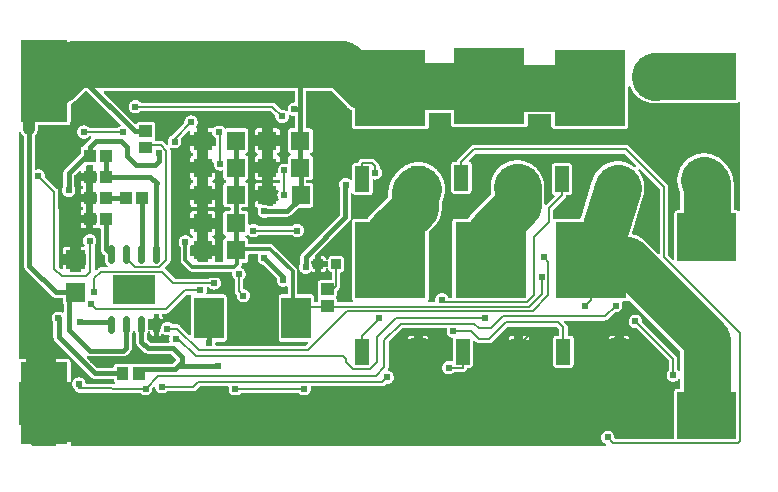
<source format=gtl>
G04 Layer: TopLayer*
G04 EasyEDA v6.1.51, Thu, 11 Jul 2019 05:23:43 GMT*
G04 97ee957230b044f1988730904329927e,674c0623d3a246009f606e19fc16e94a,10*
G04 Gerber Generator version 0.2*
G04 Scale: 100 percent, Rotated: No, Reflected: No *
G04 Dimensions in millimeters *
G04 leading zeros omitted , absolute positions ,3 integer and 3 decimal *
%FSLAX33Y33*%
%MOMM*%
G90*
G71D02*

%ADD11C,3.999992*%
%ADD12C,0.200000*%
%ADD13C,0.399999*%
%ADD14C,0.299999*%
%ADD15C,0.999998*%
%ADD16C,0.499999*%
%ADD17C,0.599999*%
%ADD18C,1.799996*%
%ADD19C,0.620014*%
%ADD20C,0.619760*%
%ADD21R,3.999992X7.000011*%
%ADD25R,0.999998X1.099998*%
%ADD26R,1.600200X1.600200*%
%ADD27R,2.499995X3.499993*%
%ADD28R,1.199998X2.199996*%
%ADD29R,6.000013X6.499987*%

%LPD*%
G36*
G01X387Y26853D02*
G01X370Y26854D01*
G01X356Y26853D01*
G01X342Y26850D01*
G01X328Y26845D01*
G01X315Y26838D01*
G01X304Y26829D01*
G01X294Y26819D01*
G01X285Y26807D01*
G01X278Y26795D01*
G01X273Y26781D01*
G01X270Y26767D01*
G01X269Y26752D01*
G01X269Y7741D01*
G01X270Y7727D01*
G01X273Y7713D01*
G01X278Y7699D01*
G01X285Y7686D01*
G01X294Y7675D01*
G01X304Y7665D01*
G01X315Y7656D01*
G01X328Y7649D01*
G01X342Y7644D01*
G01X356Y7641D01*
G01X370Y7640D01*
G01X383Y7640D01*
G01X414Y7642D01*
G01X1350Y7642D01*
G01X1350Y5699D01*
G01X370Y5699D01*
G01X356Y5698D01*
G01X342Y5695D01*
G01X328Y5690D01*
G01X315Y5683D01*
G01X304Y5674D01*
G01X294Y5664D01*
G01X285Y5653D01*
G01X278Y5640D01*
G01X273Y5626D01*
G01X270Y5612D01*
G01X269Y5598D01*
G01X269Y2174D01*
G01X270Y2159D01*
G01X273Y2145D01*
G01X278Y2132D01*
G01X285Y2119D01*
G01X294Y2107D01*
G01X304Y2097D01*
G01X315Y2088D01*
G01X328Y2081D01*
G01X342Y2076D01*
G01X356Y2073D01*
G01X370Y2072D01*
G01X1350Y2072D01*
G01X1350Y370D01*
G01X1351Y356D01*
G01X1354Y342D01*
G01X1359Y328D01*
G01X1366Y315D01*
G01X1374Y304D01*
G01X1385Y294D01*
G01X1396Y285D01*
G01X1409Y278D01*
G01X1422Y273D01*
G01X1437Y270D01*
G01X1451Y269D01*
G01X3374Y269D01*
G01X3388Y270D01*
G01X3403Y273D01*
G01X3416Y278D01*
G01X3429Y285D01*
G01X3440Y294D01*
G01X3451Y304D01*
G01X3459Y315D01*
G01X3466Y328D01*
G01X3471Y342D01*
G01X3474Y356D01*
G01X3475Y370D01*
G01X3475Y2072D01*
G01X4668Y2072D01*
G01X4668Y370D01*
G01X4669Y356D01*
G01X4672Y342D01*
G01X4677Y328D01*
G01X4684Y315D01*
G01X4693Y304D01*
G01X4703Y294D01*
G01X4714Y285D01*
G01X4727Y278D01*
G01X4741Y273D01*
G01X4755Y270D01*
G01X4769Y269D01*
G01X49942Y269D01*
G01X49957Y270D01*
G01X49971Y273D01*
G01X49985Y278D01*
G01X49997Y285D01*
G01X50009Y294D01*
G01X50019Y304D01*
G01X50028Y315D01*
G01X50035Y328D01*
G01X50040Y342D01*
G01X50043Y356D01*
G01X50044Y370D01*
G01X50043Y385D01*
G01X50040Y399D01*
G01X50035Y412D01*
G01X50028Y425D01*
G01X50019Y437D01*
G01X50009Y447D01*
G01X49998Y456D01*
G01X49985Y463D01*
G01X49972Y468D01*
G01X49939Y479D01*
G01X49907Y491D01*
G01X49876Y506D01*
G01X49845Y523D01*
G01X49816Y541D01*
G01X49788Y562D01*
G01X49762Y584D01*
G01X49736Y607D01*
G01X49712Y632D01*
G01X49690Y658D01*
G01X49669Y686D01*
G01X49651Y715D01*
G01X49633Y745D01*
G01X49618Y776D01*
G01X49605Y808D01*
G01X49594Y840D01*
G01X49584Y874D01*
G01X49577Y907D01*
G01X49572Y942D01*
G01X49569Y976D01*
G01X49567Y1010D01*
G01X49569Y1045D01*
G01X49572Y1079D01*
G01X49577Y1113D01*
G01X49584Y1146D01*
G01X49593Y1179D01*
G01X49604Y1211D01*
G01X49617Y1243D01*
G01X49632Y1274D01*
G01X49649Y1304D01*
G01X49668Y1332D01*
G01X49688Y1360D01*
G01X49710Y1386D01*
G01X49733Y1411D01*
G01X49758Y1434D01*
G01X49785Y1456D01*
G01X49812Y1477D01*
G01X49841Y1495D01*
G01X49871Y1512D01*
G01X49902Y1527D01*
G01X49933Y1540D01*
G01X49965Y1551D01*
G01X49998Y1561D01*
G01X50032Y1568D01*
G01X50066Y1573D01*
G01X50100Y1576D01*
G01X50134Y1577D01*
G01X50168Y1576D01*
G01X50202Y1573D01*
G01X50236Y1568D01*
G01X50270Y1561D01*
G01X50303Y1551D01*
G01X50335Y1540D01*
G01X50367Y1527D01*
G01X50397Y1512D01*
G01X50427Y1495D01*
G01X50456Y1477D01*
G01X50483Y1456D01*
G01X50510Y1434D01*
G01X50535Y1411D01*
G01X50558Y1386D01*
G01X50580Y1360D01*
G01X50600Y1332D01*
G01X50619Y1304D01*
G01X50636Y1274D01*
G01X50651Y1243D01*
G01X50664Y1211D01*
G01X50675Y1179D01*
G01X50684Y1146D01*
G01X50691Y1113D01*
G01X50696Y1079D01*
G01X50700Y1045D01*
G01X50701Y1010D01*
G01X50700Y996D01*
G01X50700Y994D01*
G01X50701Y979D01*
G01X50704Y965D01*
G01X50710Y951D01*
G01X50716Y939D01*
G01X50725Y927D01*
G01X50735Y917D01*
G01X50747Y908D01*
G01X50760Y901D01*
G01X50773Y896D01*
G01X50787Y893D01*
G01X50802Y892D01*
G01X55689Y892D01*
G01X55703Y893D01*
G01X55718Y896D01*
G01X55731Y901D01*
G01X55744Y908D01*
G01X55756Y917D01*
G01X55766Y927D01*
G01X55774Y939D01*
G01X55781Y951D01*
G01X55786Y965D01*
G01X55790Y979D01*
G01X55791Y994D01*
G01X55791Y4869D01*
G01X55792Y4892D01*
G01X55795Y4916D01*
G01X55800Y4939D01*
G01X55808Y4961D01*
G01X55817Y4983D01*
G01X55829Y5004D01*
G01X55842Y5023D01*
G01X55858Y5042D01*
G01X55874Y5058D01*
G01X55893Y5073D01*
G01X55912Y5087D01*
G01X55933Y5098D01*
G01X55954Y5108D01*
G01X55977Y5115D01*
G01X56000Y5121D01*
G01X56023Y5124D01*
G01X56047Y5125D01*
G01X56188Y5125D01*
G01X56203Y5126D01*
G01X56217Y5129D01*
G01X56231Y5134D01*
G01X56243Y5141D01*
G01X56255Y5150D01*
G01X56265Y5160D01*
G01X56274Y5172D01*
G01X56281Y5185D01*
G01X56286Y5198D01*
G01X56289Y5212D01*
G01X56290Y5227D01*
G01X56290Y5818D01*
G01X56289Y5833D01*
G01X56286Y5847D01*
G01X56281Y5860D01*
G01X56274Y5873D01*
G01X56265Y5885D01*
G01X56255Y5895D01*
G01X56243Y5904D01*
G01X56231Y5911D01*
G01X56217Y5916D01*
G01X56203Y5919D01*
G01X56188Y5920D01*
G01X56172Y5918D01*
G01X56156Y5914D01*
G01X56140Y5908D01*
G01X56126Y5899D01*
G01X56089Y5862D01*
G01X56062Y5838D01*
G01X56034Y5816D01*
G01X56004Y5796D01*
G01X55974Y5778D01*
G01X55942Y5761D01*
G01X55909Y5747D01*
G01X55875Y5735D01*
G01X55841Y5725D01*
G01X55806Y5717D01*
G01X55771Y5711D01*
G01X55735Y5708D01*
G01X55699Y5707D01*
G01X55665Y5708D01*
G01X55631Y5711D01*
G01X55597Y5716D01*
G01X55564Y5723D01*
G01X55531Y5732D01*
G01X55498Y5744D01*
G01X55467Y5757D01*
G01X55436Y5772D01*
G01X55406Y5788D01*
G01X55377Y5807D01*
G01X55350Y5827D01*
G01X55323Y5849D01*
G01X55299Y5873D01*
G01X55275Y5898D01*
G01X55253Y5924D01*
G01X55233Y5951D01*
G01X55214Y5980D01*
G01X55198Y6010D01*
G01X55183Y6041D01*
G01X55169Y6072D01*
G01X55158Y6105D01*
G01X55149Y6138D01*
G01X55142Y6171D01*
G01X55137Y6205D01*
G01X55134Y6239D01*
G01X55133Y6273D01*
G01X55134Y6309D01*
G01X55137Y6344D01*
G01X55143Y6379D01*
G01X55150Y6414D01*
G01X55160Y6448D01*
G01X55172Y6481D01*
G01X55186Y6514D01*
G01X55202Y6546D01*
G01X55220Y6576D01*
G01X55240Y6606D01*
G01X55262Y6634D01*
G01X55286Y6661D01*
G01X55311Y6686D01*
G01X55322Y6698D01*
G01X55331Y6712D01*
G01X55337Y6727D01*
G01X55341Y6743D01*
G01X55343Y6760D01*
G01X55343Y7430D01*
G01X55341Y7446D01*
G01X55338Y7461D01*
G01X55332Y7476D01*
G01X55323Y7490D01*
G01X55313Y7502D01*
G01X52593Y10224D01*
G01X52581Y10234D01*
G01X52567Y10243D01*
G01X52552Y10249D01*
G01X52537Y10252D01*
G01X52521Y10254D01*
G01X52518Y10254D01*
G01X52501Y10253D01*
G01X52467Y10254D01*
G01X52433Y10257D01*
G01X52399Y10263D01*
G01X52366Y10270D01*
G01X52333Y10279D01*
G01X52300Y10290D01*
G01X52269Y10303D01*
G01X52238Y10318D01*
G01X52208Y10335D01*
G01X52179Y10354D01*
G01X52152Y10374D01*
G01X52126Y10396D01*
G01X52101Y10419D01*
G01X52077Y10444D01*
G01X52055Y10470D01*
G01X52035Y10498D01*
G01X52016Y10527D01*
G01X52000Y10557D01*
G01X51985Y10587D01*
G01X51972Y10619D01*
G01X51960Y10651D01*
G01X51951Y10684D01*
G01X51944Y10718D01*
G01X51939Y10752D01*
G01X51936Y10786D01*
G01X51935Y10820D01*
G01X51936Y10854D01*
G01X51939Y10888D01*
G01X51944Y10922D01*
G01X51951Y10955D01*
G01X51960Y10988D01*
G01X51972Y11021D01*
G01X51985Y11052D01*
G01X52000Y11083D01*
G01X52016Y11113D01*
G01X52035Y11142D01*
G01X52055Y11169D01*
G01X52077Y11196D01*
G01X52101Y11221D01*
G01X52126Y11244D01*
G01X52152Y11266D01*
G01X52179Y11286D01*
G01X52208Y11305D01*
G01X52238Y11322D01*
G01X52269Y11337D01*
G01X52300Y11350D01*
G01X52333Y11361D01*
G01X52366Y11370D01*
G01X52399Y11377D01*
G01X52433Y11382D01*
G01X52467Y11385D01*
G01X52501Y11386D01*
G01X52536Y11385D01*
G01X52570Y11382D01*
G01X52603Y11377D01*
G01X52637Y11370D01*
G01X52670Y11361D01*
G01X52702Y11350D01*
G01X52734Y11337D01*
G01X52765Y11322D01*
G01X52794Y11305D01*
G01X52823Y11286D01*
G01X52851Y11266D01*
G01X52877Y11244D01*
G01X52902Y11221D01*
G01X52925Y11196D01*
G01X52947Y11169D01*
G01X52968Y11142D01*
G01X52986Y11113D01*
G01X53003Y11083D01*
G01X53018Y11052D01*
G01X53031Y11021D01*
G01X53042Y10988D01*
G01X53051Y10955D01*
G01X53059Y10922D01*
G01X53064Y10888D01*
G01X53067Y10854D01*
G01X53068Y10820D01*
G01X53068Y10800D01*
G01X53069Y10784D01*
G01X53073Y10768D01*
G01X53079Y10754D01*
G01X53087Y10740D01*
G01X53097Y10728D01*
G01X55951Y7872D01*
G01X55970Y7851D01*
G01X55988Y7829D01*
G01X56003Y7806D01*
G01X56017Y7781D01*
G01X56029Y7756D01*
G01X56038Y7730D01*
G01X56046Y7703D01*
G01X56051Y7675D01*
G01X56055Y7647D01*
G01X56056Y7619D01*
G01X56056Y6760D01*
G01X56057Y6743D01*
G01X56061Y6727D01*
G01X56068Y6712D01*
G01X56077Y6698D01*
G01X56088Y6686D01*
G01X56114Y6659D01*
G01X56126Y6648D01*
G01X56140Y6639D01*
G01X56156Y6632D01*
G01X56172Y6628D01*
G01X56188Y6627D01*
G01X56203Y6628D01*
G01X56217Y6631D01*
G01X56231Y6636D01*
G01X56243Y6643D01*
G01X56255Y6652D01*
G01X56265Y6662D01*
G01X56274Y6673D01*
G01X56281Y6686D01*
G01X56286Y6700D01*
G01X56289Y6714D01*
G01X56290Y6728D01*
G01X56290Y8243D01*
G01X56289Y8259D01*
G01X56285Y8274D01*
G01X56279Y8289D01*
G01X56271Y8303D01*
G01X56260Y8315D01*
G01X52036Y12539D01*
G01X52024Y12549D01*
G01X52011Y12557D01*
G01X51996Y12563D01*
G01X51981Y12567D01*
G01X51965Y12568D01*
G01X51950Y12567D01*
G01X51935Y12564D01*
G01X51922Y12559D01*
G01X51909Y12551D01*
G01X51887Y12539D01*
G01X51865Y12528D01*
G01X51841Y12520D01*
G01X51817Y12514D01*
G01X51792Y12510D01*
G01X51767Y12509D01*
G01X51433Y12509D01*
G01X51419Y12508D01*
G01X51405Y12505D01*
G01X51391Y12500D01*
G01X51378Y12493D01*
G01X51367Y12484D01*
G01X51356Y12474D01*
G01X51348Y12462D01*
G01X51341Y12450D01*
G01X51336Y12436D01*
G01X51333Y12422D01*
G01X51332Y12407D01*
G01X51333Y12388D01*
G01X51339Y12370D01*
G01X51351Y12336D01*
G01X51361Y12302D01*
G01X51369Y12267D01*
G01X51374Y12232D01*
G01X51378Y12197D01*
G01X51379Y12161D01*
G01X51378Y12127D01*
G01X51375Y12093D01*
G01X51369Y12059D01*
G01X51362Y12025D01*
G01X51353Y11992D01*
G01X51342Y11960D01*
G01X51329Y11929D01*
G01X51314Y11898D01*
G01X51297Y11868D01*
G01X51278Y11839D01*
G01X51258Y11812D01*
G01X51236Y11785D01*
G01X51213Y11760D01*
G01X51188Y11737D01*
G01X51162Y11715D01*
G01X51134Y11695D01*
G01X51105Y11676D01*
G01X51075Y11659D01*
G01X51045Y11644D01*
G01X51013Y11631D01*
G01X50981Y11620D01*
G01X50948Y11611D01*
G01X50914Y11604D01*
G01X50880Y11599D01*
G01X50846Y11596D01*
G01X50812Y11594D01*
G01X50795Y11595D01*
G01X50792Y11595D01*
G01X50776Y11594D01*
G01X50761Y11590D01*
G01X50746Y11584D01*
G01X50733Y11575D01*
G01X50720Y11565D01*
G01X50155Y11000D01*
G01X50134Y10981D01*
G01X50112Y10963D01*
G01X50089Y10948D01*
G01X50065Y10934D01*
G01X50039Y10922D01*
G01X50013Y10913D01*
G01X49986Y10905D01*
G01X49959Y10900D01*
G01X49931Y10896D01*
G01X49903Y10895D01*
G01X46572Y10895D01*
G01X46557Y10894D01*
G01X46543Y10891D01*
G01X46529Y10886D01*
G01X46517Y10879D01*
G01X46505Y10870D01*
G01X46495Y10860D01*
G01X46486Y10848D01*
G01X46479Y10836D01*
G01X46474Y10822D01*
G01X46471Y10808D01*
G01X46470Y10794D01*
G01X46471Y10778D01*
G01X46475Y10762D01*
G01X46481Y10747D01*
G01X46489Y10734D01*
G01X46500Y10722D01*
G01X46657Y10564D01*
G01X46676Y10543D01*
G01X46694Y10521D01*
G01X46709Y10498D01*
G01X46723Y10474D01*
G01X46735Y10448D01*
G01X46744Y10422D01*
G01X46752Y10395D01*
G01X46757Y10368D01*
G01X46761Y10340D01*
G01X46762Y10312D01*
G01X46762Y9723D01*
G01X46763Y9708D01*
G01X46766Y9694D01*
G01X46771Y9680D01*
G01X46778Y9668D01*
G01X46787Y9656D01*
G01X46797Y9646D01*
G01X46809Y9637D01*
G01X46821Y9630D01*
G01X46835Y9625D01*
G01X46849Y9622D01*
G01X46863Y9621D01*
G01X47005Y9621D01*
G01X47028Y9620D01*
G01X47052Y9617D01*
G01X47075Y9611D01*
G01X47097Y9604D01*
G01X47119Y9594D01*
G01X47140Y9583D01*
G01X47159Y9569D01*
G01X47178Y9554D01*
G01X47194Y9537D01*
G01X47209Y9519D01*
G01X47223Y9500D01*
G01X47234Y9479D01*
G01X47244Y9457D01*
G01X47251Y9435D01*
G01X47257Y9412D01*
G01X47260Y9388D01*
G01X47261Y9364D01*
G01X47261Y7165D01*
G01X47260Y7141D01*
G01X47257Y7118D01*
G01X47251Y7095D01*
G01X47244Y7072D01*
G01X47234Y7050D01*
G01X47223Y7030D01*
G01X47209Y7010D01*
G01X47194Y6992D01*
G01X47178Y6975D01*
G01X47159Y6960D01*
G01X47140Y6947D01*
G01X47119Y6935D01*
G01X47097Y6926D01*
G01X47075Y6918D01*
G01X47052Y6913D01*
G01X47028Y6909D01*
G01X47005Y6908D01*
G01X45806Y6908D01*
G01X45782Y6909D01*
G01X45759Y6913D01*
G01X45736Y6918D01*
G01X45713Y6926D01*
G01X45692Y6935D01*
G01X45671Y6947D01*
G01X45651Y6960D01*
G01X45633Y6975D01*
G01X45616Y6992D01*
G01X45601Y7010D01*
G01X45588Y7030D01*
G01X45576Y7050D01*
G01X45567Y7072D01*
G01X45559Y7095D01*
G01X45554Y7118D01*
G01X45550Y7141D01*
G01X45549Y7165D01*
G01X45549Y9364D01*
G01X45550Y9388D01*
G01X45554Y9412D01*
G01X45559Y9435D01*
G01X45567Y9457D01*
G01X45576Y9479D01*
G01X45588Y9500D01*
G01X45601Y9519D01*
G01X45616Y9537D01*
G01X45633Y9554D01*
G01X45651Y9569D01*
G01X45671Y9583D01*
G01X45692Y9594D01*
G01X45713Y9604D01*
G01X45736Y9611D01*
G01X45759Y9617D01*
G01X45782Y9620D01*
G01X45806Y9621D01*
G01X45947Y9621D01*
G01X45962Y9622D01*
G01X45976Y9625D01*
G01X45989Y9630D01*
G01X46002Y9637D01*
G01X46014Y9646D01*
G01X46024Y9656D01*
G01X46033Y9668D01*
G01X46040Y9680D01*
G01X46045Y9694D01*
G01X46048Y9708D01*
G01X46049Y9723D01*
G01X46049Y10122D01*
G01X46048Y10138D01*
G01X46044Y10154D01*
G01X46038Y10168D01*
G01X46029Y10182D01*
G01X46019Y10194D01*
G01X45856Y10357D01*
G01X45843Y10368D01*
G01X45830Y10376D01*
G01X45815Y10382D01*
G01X45800Y10386D01*
G01X45784Y10387D01*
G01X41718Y10387D01*
G01X41702Y10386D01*
G01X41687Y10382D01*
G01X41672Y10376D01*
G01X41659Y10368D01*
G01X41646Y10357D01*
G01X40384Y9095D01*
G01X40363Y9076D01*
G01X40341Y9058D01*
G01X40318Y9043D01*
G01X40293Y9029D01*
G01X40268Y9017D01*
G01X40242Y9008D01*
G01X40215Y9000D01*
G01X40187Y8995D01*
G01X40159Y8991D01*
G01X40132Y8990D01*
G01X39243Y8990D01*
G01X39215Y8991D01*
G01X39187Y8995D01*
G01X39159Y9000D01*
G01X39132Y9008D01*
G01X39106Y9017D01*
G01X39081Y9029D01*
G01X39056Y9043D01*
G01X39033Y9058D01*
G01X39011Y9076D01*
G01X38990Y9095D01*
G01X38926Y9159D01*
G01X38914Y9170D01*
G01X38900Y9178D01*
G01X38885Y9184D01*
G01X38870Y9188D01*
G01X38854Y9189D01*
G01X38839Y9188D01*
G01X38825Y9185D01*
G01X38812Y9180D01*
G01X38799Y9173D01*
G01X38787Y9164D01*
G01X38777Y9154D01*
G01X38768Y9142D01*
G01X38761Y9130D01*
G01X38756Y9116D01*
G01X38753Y9102D01*
G01X38752Y9087D01*
G01X38752Y7165D01*
G01X38751Y7141D01*
G01X38748Y7118D01*
G01X38742Y7095D01*
G01X38735Y7072D01*
G01X38725Y7050D01*
G01X38714Y7030D01*
G01X38700Y7010D01*
G01X38685Y6992D01*
G01X38669Y6975D01*
G01X38650Y6960D01*
G01X38631Y6947D01*
G01X38610Y6935D01*
G01X38588Y6926D01*
G01X38566Y6918D01*
G01X38543Y6913D01*
G01X38519Y6909D01*
G01X38496Y6908D01*
G01X38344Y6908D01*
G01X38329Y6907D01*
G01X38314Y6904D01*
G01X38300Y6898D01*
G01X38286Y6890D01*
G01X38275Y6881D01*
G01X38264Y6869D01*
G01X38256Y6857D01*
G01X38249Y6843D01*
G01X38245Y6828D01*
G01X38238Y6802D01*
G01X38230Y6777D01*
G01X38219Y6752D01*
G01X38207Y6728D01*
G01X38193Y6705D01*
G01X38177Y6683D01*
G01X38141Y6643D01*
G01X38120Y6626D01*
G01X38099Y6610D01*
G01X38076Y6595D01*
G01X38052Y6583D01*
G01X38028Y6572D01*
G01X38002Y6563D01*
G01X37976Y6556D01*
G01X37950Y6551D01*
G01X37923Y6548D01*
G01X37896Y6547D01*
G01X37189Y6547D01*
G01X37172Y6545D01*
G01X37156Y6541D01*
G01X37141Y6535D01*
G01X37127Y6526D01*
G01X37115Y6515D01*
G01X37090Y6490D01*
G01X37063Y6466D01*
G01X37035Y6444D01*
G01X37006Y6425D01*
G01X36975Y6406D01*
G01X36943Y6390D01*
G01X36911Y6376D01*
G01X36877Y6364D01*
G01X36843Y6354D01*
G01X36808Y6347D01*
G01X36773Y6341D01*
G01X36738Y6338D01*
G01X36703Y6337D01*
G01X36668Y6338D01*
G01X36634Y6341D01*
G01X36600Y6346D01*
G01X36567Y6353D01*
G01X36534Y6362D01*
G01X36502Y6373D01*
G01X36470Y6387D01*
G01X36439Y6402D01*
G01X36409Y6418D01*
G01X36381Y6437D01*
G01X36353Y6457D01*
G01X36327Y6479D01*
G01X36302Y6503D01*
G01X36278Y6528D01*
G01X36257Y6554D01*
G01X36236Y6581D01*
G01X36218Y6610D01*
G01X36201Y6640D01*
G01X36186Y6671D01*
G01X36173Y6702D01*
G01X36162Y6735D01*
G01X36152Y6768D01*
G01X36145Y6801D01*
G01X36140Y6835D01*
G01X36137Y6869D01*
G01X36136Y6903D01*
G01X36137Y6937D01*
G01X36140Y6972D01*
G01X36145Y7005D01*
G01X36152Y7039D01*
G01X36162Y7072D01*
G01X36173Y7104D01*
G01X36186Y7136D01*
G01X36201Y7167D01*
G01X36218Y7196D01*
G01X36236Y7225D01*
G01X36257Y7253D01*
G01X36278Y7279D01*
G01X36302Y7304D01*
G01X36327Y7327D01*
G01X36353Y7349D01*
G01X36381Y7369D01*
G01X36409Y7388D01*
G01X36439Y7405D01*
G01X36470Y7420D01*
G01X36502Y7433D01*
G01X36534Y7444D01*
G01X36567Y7453D01*
G01X36600Y7460D01*
G01X36634Y7466D01*
G01X36668Y7469D01*
G01X36703Y7470D01*
G01X36737Y7469D01*
G01X36771Y7466D01*
G01X36804Y7461D01*
G01X36838Y7453D01*
G01X36871Y7444D01*
G01X36903Y7433D01*
G01X36920Y7428D01*
G01X36939Y7427D01*
G01X36953Y7428D01*
G01X36967Y7431D01*
G01X36981Y7436D01*
G01X36994Y7443D01*
G01X37005Y7451D01*
G01X37016Y7462D01*
G01X37024Y7473D01*
G01X37031Y7486D01*
G01X37036Y7500D01*
G01X37039Y7514D01*
G01X37040Y7528D01*
G01X37040Y9329D01*
G01X37039Y9345D01*
G01X37036Y9360D01*
G01X37030Y9374D01*
G01X37023Y9387D01*
G01X37013Y9399D01*
G01X37002Y9409D01*
G01X36989Y9418D01*
G01X36975Y9424D01*
G01X36961Y9429D01*
G01X36927Y9437D01*
G01X36894Y9448D01*
G01X36861Y9461D01*
G01X36830Y9475D01*
G01X36799Y9492D01*
G01X36770Y9510D01*
G01X36741Y9530D01*
G01X36714Y9552D01*
G01X36688Y9576D01*
G01X36664Y9601D01*
G01X36642Y9627D01*
G01X36621Y9655D01*
G01X36601Y9684D01*
G01X36584Y9714D01*
G01X36569Y9745D01*
G01X36555Y9777D01*
G01X36544Y9810D01*
G01X36534Y9844D01*
G01X36527Y9878D01*
G01X36521Y9912D01*
G01X36518Y9947D01*
G01X36517Y9982D01*
G01X36518Y10020D01*
G01X36522Y10057D01*
G01X36528Y10095D01*
G01X36537Y10132D01*
G01X36541Y10159D01*
G01X36540Y10173D01*
G01X36537Y10187D01*
G01X36532Y10201D01*
G01X36525Y10213D01*
G01X36516Y10225D01*
G01X36506Y10235D01*
G01X36494Y10244D01*
G01X36481Y10251D01*
G01X36468Y10256D01*
G01X36454Y10259D01*
G01X36439Y10260D01*
G01X32828Y10260D01*
G01X32812Y10259D01*
G01X32797Y10255D01*
G01X32782Y10249D01*
G01X32769Y10241D01*
G01X32756Y10230D01*
G01X31628Y9102D01*
G01X31617Y9090D01*
G01X31609Y9076D01*
G01X31603Y9061D01*
G01X31599Y9046D01*
G01X31598Y9030D01*
G01X31598Y6934D01*
G01X31597Y6902D01*
G01X31592Y6871D01*
G01X31585Y6840D01*
G01X31576Y6809D01*
G01X31563Y6780D01*
G01X31558Y6766D01*
G01X31555Y6751D01*
G01X31553Y6736D01*
G01X31554Y6722D01*
G01X31558Y6708D01*
G01X31563Y6694D01*
G01X31570Y6681D01*
G01X31579Y6669D01*
G01X31589Y6659D01*
G01X31601Y6650D01*
G01X31614Y6644D01*
G01X31628Y6639D01*
G01X31661Y6628D01*
G01X31694Y6616D01*
G01X31726Y6601D01*
G01X31757Y6585D01*
G01X31786Y6566D01*
G01X31815Y6546D01*
G01X31842Y6524D01*
G01X31868Y6501D01*
G01X31893Y6476D01*
G01X31916Y6449D01*
G01X31937Y6421D01*
G01X31956Y6392D01*
G01X31974Y6362D01*
G01X31989Y6331D01*
G01X32003Y6298D01*
G01X32015Y6265D01*
G01X32024Y6232D01*
G01X32032Y6197D01*
G01X32037Y6163D01*
G01X32041Y6128D01*
G01X32042Y6093D01*
G01X32041Y6059D01*
G01X32038Y6025D01*
G01X32032Y5991D01*
G01X32025Y5957D01*
G01X32016Y5924D01*
G01X32005Y5892D01*
G01X31992Y5860D01*
G01X31977Y5830D01*
G01X31960Y5800D01*
G01X31941Y5771D01*
G01X31921Y5744D01*
G01X31899Y5717D01*
G01X31876Y5692D01*
G01X31851Y5669D01*
G01X31825Y5647D01*
G01X31797Y5627D01*
G01X31768Y5608D01*
G01X31738Y5591D01*
G01X31708Y5576D01*
G01X31676Y5563D01*
G01X31644Y5552D01*
G01X31611Y5543D01*
G01X31577Y5536D01*
G01X31543Y5531D01*
G01X31509Y5527D01*
G01X31475Y5526D01*
G01X31458Y5527D01*
G01X31455Y5527D01*
G01X31439Y5525D01*
G01X31424Y5522D01*
G01X31409Y5516D01*
G01X31396Y5507D01*
G01X31383Y5497D01*
G01X31329Y5442D01*
G01X31308Y5423D01*
G01X31286Y5406D01*
G01X31263Y5390D01*
G01X31238Y5376D01*
G01X31213Y5365D01*
G01X31187Y5355D01*
G01X31160Y5347D01*
G01X31132Y5342D01*
G01X31104Y5339D01*
G01X31076Y5338D01*
G01X25096Y5338D01*
G01X25082Y5337D01*
G01X25068Y5334D01*
G01X25054Y5328D01*
G01X25041Y5322D01*
G01X25030Y5313D01*
G01X25020Y5303D01*
G01X25011Y5291D01*
G01X25004Y5278D01*
G01X24999Y5265D01*
G01X24996Y5250D01*
G01X24995Y5236D01*
G01X24997Y5214D01*
G01X25005Y5173D01*
G01X25009Y5131D01*
G01X25011Y5090D01*
G01X25010Y5055D01*
G01X25007Y5021D01*
G01X25002Y4988D01*
G01X24995Y4954D01*
G01X24985Y4921D01*
G01X24974Y4889D01*
G01X24961Y4857D01*
G01X24946Y4826D01*
G01X24929Y4797D01*
G01X24911Y4768D01*
G01X24890Y4740D01*
G01X24869Y4714D01*
G01X24845Y4689D01*
G01X24820Y4666D01*
G01X24794Y4644D01*
G01X24766Y4623D01*
G01X24738Y4605D01*
G01X24708Y4588D01*
G01X24677Y4573D01*
G01X24645Y4560D01*
G01X24613Y4549D01*
G01X24580Y4540D01*
G01X24547Y4532D01*
G01X24513Y4527D01*
G01X24479Y4524D01*
G01X24444Y4523D01*
G01X24409Y4524D01*
G01X24374Y4528D01*
G01X24339Y4533D01*
G01X24304Y4541D01*
G01X24270Y4551D01*
G01X24236Y4563D01*
G01X24204Y4577D01*
G01X24172Y4593D01*
G01X24141Y4611D01*
G01X24112Y4631D01*
G01X24084Y4653D01*
G01X24057Y4676D01*
G01X24032Y4701D01*
G01X24020Y4712D01*
G01X24006Y4721D01*
G01X23991Y4728D01*
G01X23975Y4732D01*
G01X23958Y4733D01*
G01X19117Y4733D01*
G01X19100Y4732D01*
G01X19084Y4728D01*
G01X19069Y4721D01*
G01X19055Y4712D01*
G01X19043Y4701D01*
G01X19018Y4676D01*
G01X18991Y4653D01*
G01X18963Y4631D01*
G01X18933Y4611D01*
G01X18903Y4593D01*
G01X18871Y4577D01*
G01X18839Y4563D01*
G01X18805Y4551D01*
G01X18771Y4541D01*
G01X18736Y4533D01*
G01X18701Y4528D01*
G01X18666Y4524D01*
G01X18630Y4523D01*
G01X18596Y4524D01*
G01X18562Y4527D01*
G01X18528Y4532D01*
G01X18495Y4540D01*
G01X18462Y4549D01*
G01X18429Y4560D01*
G01X18398Y4573D01*
G01X18367Y4588D01*
G01X18337Y4605D01*
G01X18309Y4623D01*
G01X18281Y4644D01*
G01X18255Y4666D01*
G01X18230Y4689D01*
G01X18206Y4714D01*
G01X18184Y4740D01*
G01X18164Y4768D01*
G01X18146Y4797D01*
G01X18129Y4826D01*
G01X18114Y4857D01*
G01X18101Y4889D01*
G01X18090Y4921D01*
G01X18080Y4954D01*
G01X18073Y4988D01*
G01X18068Y5021D01*
G01X18065Y5055D01*
G01X18064Y5090D01*
G01X18065Y5131D01*
G01X18070Y5173D01*
G01X18078Y5214D01*
G01X18080Y5236D01*
G01X18079Y5250D01*
G01X18076Y5265D01*
G01X18071Y5278D01*
G01X18064Y5291D01*
G01X18055Y5303D01*
G01X18045Y5313D01*
G01X18033Y5322D01*
G01X18021Y5328D01*
G01X18007Y5334D01*
G01X17993Y5337D01*
G01X17978Y5338D01*
G01X15676Y5338D01*
G01X15660Y5336D01*
G01X15644Y5333D01*
G01X15630Y5327D01*
G01X15616Y5318D01*
G01X15604Y5308D01*
G01X15329Y5033D01*
G01X15308Y5014D01*
G01X15287Y4997D01*
G01X15263Y4981D01*
G01X15239Y4968D01*
G01X15213Y4956D01*
G01X15187Y4946D01*
G01X15160Y4939D01*
G01X15133Y4933D01*
G01X15105Y4930D01*
G01X15077Y4929D01*
G01X12903Y4929D01*
G01X12887Y4927D01*
G01X12871Y4923D01*
G01X12856Y4917D01*
G01X12842Y4908D01*
G01X12829Y4897D01*
G01X12804Y4872D01*
G01X12777Y4848D01*
G01X12749Y4826D01*
G01X12720Y4806D01*
G01X12689Y4788D01*
G01X12658Y4772D01*
G01X12625Y4758D01*
G01X12592Y4746D01*
G01X12557Y4736D01*
G01X12523Y4728D01*
G01X12488Y4723D01*
G01X12452Y4719D01*
G01X12417Y4718D01*
G01X12381Y4719D01*
G01X12347Y4723D01*
G01X12312Y4728D01*
G01X12278Y4735D01*
G01X12244Y4745D01*
G01X12211Y4757D01*
G01X12179Y4771D01*
G01X12147Y4786D01*
G01X12117Y4804D01*
G01X12088Y4823D01*
G01X12060Y4845D01*
G01X12033Y4867D01*
G01X12008Y4892D01*
G01X11985Y4918D01*
G01X11963Y4945D01*
G01X11943Y4974D01*
G01X11924Y5004D01*
G01X11908Y5035D01*
G01X11894Y5067D01*
G01X11881Y5100D01*
G01X11871Y5133D01*
G01X11862Y5167D01*
G01X11856Y5202D01*
G01X11853Y5216D01*
G01X11848Y5229D01*
G01X11841Y5242D01*
G01X11832Y5254D01*
G01X11822Y5264D01*
G01X11810Y5273D01*
G01X11798Y5279D01*
G01X11784Y5284D01*
G01X11770Y5288D01*
G01X11756Y5289D01*
G01X11740Y5287D01*
G01X11724Y5284D01*
G01X11709Y5277D01*
G01X11696Y5269D01*
G01X11684Y5259D01*
G01X11630Y5205D01*
G01X11619Y5193D01*
G01X11611Y5179D01*
G01X11605Y5165D01*
G01X11601Y5150D01*
G01X11600Y5134D01*
G01X11598Y5100D01*
G01X11595Y5066D01*
G01X11589Y5033D01*
G01X11582Y4999D01*
G01X11573Y4967D01*
G01X11561Y4935D01*
G01X11548Y4904D01*
G01X11533Y4873D01*
G01X11516Y4844D01*
G01X11497Y4815D01*
G01X11477Y4788D01*
G01X11455Y4762D01*
G01X11432Y4738D01*
G01X11407Y4714D01*
G01X11380Y4693D01*
G01X11353Y4673D01*
G01X11324Y4654D01*
G01X11295Y4638D01*
G01X11264Y4623D01*
G01X11233Y4610D01*
G01X11201Y4599D01*
G01X11168Y4590D01*
G01X11135Y4583D01*
G01X11101Y4578D01*
G01X11067Y4575D01*
G01X11033Y4574D01*
G01X10998Y4575D01*
G01X10962Y4578D01*
G01X10927Y4584D01*
G01X10892Y4592D01*
G01X10858Y4602D01*
G01X10824Y4614D01*
G01X10792Y4628D01*
G01X10760Y4644D01*
G01X10729Y4662D01*
G01X10700Y4682D01*
G01X10672Y4704D01*
G01X10645Y4728D01*
G01X10620Y4753D01*
G01X10608Y4764D01*
G01X10594Y4773D01*
G01X10578Y4780D01*
G01X10562Y4784D01*
G01X10546Y4785D01*
G01X5388Y4799D01*
G01X5360Y4800D01*
G01X5333Y4804D01*
G01X5305Y4809D01*
G01X5278Y4817D01*
G01X5252Y4827D01*
G01X5227Y4838D01*
G01X5202Y4852D01*
G01X5179Y4868D01*
G01X5157Y4885D01*
G01X5137Y4904D01*
G01X5118Y4925D01*
G01X5100Y4947D01*
G01X5085Y4970D01*
G01X5071Y4995D01*
G01X5060Y5020D01*
G01X5050Y5046D01*
G01X5043Y5063D01*
G01X5032Y5079D01*
G01X5020Y5092D01*
G01X4991Y5118D01*
G01X4965Y5146D01*
G01X4940Y5176D01*
G01X4918Y5208D01*
G01X4897Y5240D01*
G01X4879Y5275D01*
G01X4864Y5310D01*
G01X4851Y5344D01*
G01X4841Y5378D01*
G01X4833Y5414D01*
G01X4827Y5449D01*
G01X4824Y5485D01*
G01X4823Y5521D01*
G01X4827Y5586D01*
G01X4827Y5598D01*
G01X4826Y5614D01*
G01X4822Y5631D01*
G01X4815Y5646D01*
G01X4806Y5660D01*
G01X4794Y5673D01*
G01X4809Y5678D01*
G01X4824Y5685D01*
G01X4836Y5694D01*
G01X4848Y5706D01*
G01X4857Y5719D01*
G01X4864Y5733D01*
G01X4878Y5766D01*
G01X4894Y5797D01*
G01X4913Y5827D01*
G01X4933Y5857D01*
G01X4954Y5884D01*
G01X4978Y5911D01*
G01X5003Y5936D01*
G01X5030Y5959D01*
G01X5058Y5981D01*
G01X5087Y6001D01*
G01X5118Y6019D01*
G01X5149Y6035D01*
G01X5182Y6049D01*
G01X5215Y6061D01*
G01X5249Y6070D01*
G01X5284Y6078D01*
G01X5319Y6084D01*
G01X5354Y6087D01*
G01X5389Y6088D01*
G01X5425Y6087D01*
G01X5460Y6084D01*
G01X5495Y6078D01*
G01X5529Y6070D01*
G01X5563Y6061D01*
G01X5597Y6049D01*
G01X5629Y6035D01*
G01X5661Y6019D01*
G01X5691Y6001D01*
G01X5720Y5981D01*
G01X5748Y5960D01*
G01X5775Y5937D01*
G01X5800Y5912D01*
G01X5824Y5885D01*
G01X5845Y5858D01*
G01X5866Y5828D01*
G01X5884Y5798D01*
G01X5900Y5767D01*
G01X5914Y5735D01*
G01X5927Y5701D01*
G01X5937Y5668D01*
G01X5945Y5633D01*
G01X5951Y5598D01*
G01X5954Y5584D01*
G01X5959Y5570D01*
G01X5966Y5558D01*
G01X5974Y5546D01*
G01X5984Y5536D01*
G01X5996Y5527D01*
G01X6009Y5520D01*
G01X6022Y5515D01*
G01X6037Y5512D01*
G01X6051Y5510D01*
G01X8343Y5504D01*
G01X8357Y5505D01*
G01X8371Y5508D01*
G01X8385Y5513D01*
G01X8398Y5520D01*
G01X8409Y5529D01*
G01X8420Y5539D01*
G01X8428Y5551D01*
G01X8435Y5564D01*
G01X8440Y5577D01*
G01X8443Y5591D01*
G01X8444Y5606D01*
G01X8443Y5620D01*
G01X8440Y5634D01*
G01X8435Y5648D01*
G01X8429Y5660D01*
G01X8420Y5672D01*
G01X8410Y5682D01*
G01X8393Y5698D01*
G01X8378Y5716D01*
G01X8364Y5736D01*
G01X8352Y5756D01*
G01X8342Y5778D01*
G01X8334Y5800D01*
G01X8328Y5823D01*
G01X8325Y5846D01*
G01X8323Y5870D01*
G01X8322Y5885D01*
G01X8318Y5900D01*
G01X8311Y5915D01*
G01X8303Y5928D01*
G01X8293Y5940D01*
G01X8281Y5950D01*
G01X8267Y5958D01*
G01X8253Y5964D01*
G01X8237Y5968D01*
G01X8222Y5969D01*
G01X6731Y5969D01*
G01X6698Y5970D01*
G01X6666Y5974D01*
G01X6633Y5980D01*
G01X6602Y5988D01*
G01X6571Y5998D01*
G01X6541Y6010D01*
G01X6512Y6025D01*
G01X6484Y6042D01*
G01X6457Y6060D01*
G01X6432Y6081D01*
G01X6408Y6103D01*
G01X3360Y9151D01*
G01X3337Y9175D01*
G01X3317Y9200D01*
G01X3298Y9227D01*
G01X3282Y9255D01*
G01X3267Y9284D01*
G01X3255Y9314D01*
G01X3244Y9345D01*
G01X3236Y9377D01*
G01X3231Y9409D01*
G01X3227Y9441D01*
G01X3226Y9474D01*
G01X3226Y10689D01*
G01X3225Y10706D01*
G01X3220Y10722D01*
G01X3213Y10738D01*
G01X3204Y10752D01*
G01X3184Y10779D01*
G01X3165Y10808D01*
G01X3148Y10838D01*
G01X3132Y10869D01*
G01X3119Y10901D01*
G01X3108Y10933D01*
G01X3099Y10967D01*
G01X3091Y11000D01*
G01X3086Y11034D01*
G01X3083Y11069D01*
G01X3082Y11103D01*
G01X3083Y11137D01*
G01X3086Y11171D01*
G01X3091Y11205D01*
G01X3098Y11239D01*
G01X3108Y11272D01*
G01X3119Y11304D01*
G01X3132Y11336D01*
G01X3147Y11366D01*
G01X3164Y11396D01*
G01X3182Y11425D01*
G01X3202Y11453D01*
G01X3224Y11479D01*
G01X3248Y11504D01*
G01X3273Y11527D01*
G01X3299Y11549D01*
G01X3327Y11569D01*
G01X3355Y11588D01*
G01X3385Y11605D01*
G01X3416Y11620D01*
G01X3448Y11633D01*
G01X3480Y11644D01*
G01X3513Y11653D01*
G01X3546Y11660D01*
G01X3580Y11666D01*
G01X3614Y11669D01*
G01X3648Y11670D01*
G01X3684Y11669D01*
G01X3720Y11665D01*
G01X3755Y11660D01*
G01X3790Y11652D01*
G01X3824Y11642D01*
G01X3858Y11629D01*
G01X3891Y11615D01*
G01X3923Y11599D01*
G01X3954Y11580D01*
G01X3966Y11574D01*
G01X3980Y11569D01*
G01X3994Y11566D01*
G01X4008Y11564D01*
G01X4023Y11566D01*
G01X4037Y11569D01*
G01X4050Y11574D01*
G01X4063Y11581D01*
G01X4075Y11589D01*
G01X4085Y11600D01*
G01X4094Y11611D01*
G01X4101Y11624D01*
G01X4106Y11637D01*
G01X4109Y11652D01*
G01X4110Y11666D01*
G01X4110Y12245D01*
G01X4109Y12259D01*
G01X4106Y12273D01*
G01X4101Y12287D01*
G01X4094Y12299D01*
G01X4085Y12311D01*
G01X4071Y12329D01*
G01X4059Y12348D01*
G01X4048Y12368D01*
G01X4039Y12389D01*
G01X4032Y12411D01*
G01X4027Y12433D01*
G01X4024Y12456D01*
G01X4023Y12479D01*
G01X4023Y12720D01*
G01X4022Y12735D01*
G01X4019Y12749D01*
G01X4014Y12763D01*
G01X4007Y12775D01*
G01X3998Y12787D01*
G01X3988Y12797D01*
G01X3976Y12806D01*
G01X3963Y12813D01*
G01X3950Y12818D01*
G01X3936Y12821D01*
G01X3921Y12822D01*
G01X3434Y12822D01*
G01X3401Y12823D01*
G01X3369Y12827D01*
G01X3337Y12833D01*
G01X3305Y12841D01*
G01X3274Y12851D01*
G01X3244Y12863D01*
G01X3215Y12878D01*
G01X3187Y12895D01*
G01X3160Y12913D01*
G01X3135Y12934D01*
G01X3111Y12956D01*
G01X863Y15204D01*
G01X841Y15228D01*
G01X820Y15253D01*
G01X802Y15280D01*
G01X785Y15308D01*
G01X770Y15337D01*
G01X758Y15367D01*
G01X748Y15398D01*
G01X740Y15429D01*
G01X734Y15462D01*
G01X730Y15494D01*
G01X729Y15527D01*
G01X729Y26440D01*
G01X728Y26456D01*
G01X724Y26471D01*
G01X718Y26486D01*
G01X710Y26499D01*
G01X700Y26511D01*
G01X689Y26522D01*
G01X657Y26546D01*
G01X627Y26573D01*
G01X599Y26601D01*
G01X572Y26630D01*
G01X546Y26661D01*
G01X522Y26693D01*
G01X500Y26727D01*
G01X480Y26761D01*
G01X462Y26797D01*
G01X454Y26811D01*
G01X443Y26823D01*
G01X431Y26834D01*
G01X417Y26842D01*
G01X402Y26849D01*
G01X387Y26853D01*
G37*

%LPC*%
G36*
G01X4411Y7642D02*
G01X3475Y7642D01*
G01X3475Y5699D01*
G01X4698Y5699D01*
G01X4687Y5711D01*
G01X4679Y5725D01*
G01X4673Y5740D01*
G01X4669Y5755D01*
G01X4668Y5771D01*
G01X4668Y7386D01*
G01X4667Y7409D01*
G01X4664Y7433D01*
G01X4658Y7456D01*
G01X4651Y7478D01*
G01X4641Y7500D01*
G01X4630Y7521D01*
G01X4616Y7540D01*
G01X4601Y7559D01*
G01X4584Y7575D01*
G01X4566Y7591D01*
G01X4547Y7604D01*
G01X4526Y7615D01*
G01X4504Y7625D01*
G01X4482Y7633D01*
G01X4459Y7638D01*
G01X4435Y7641D01*
G01X4411Y7642D01*
G37*
G36*
G01X42257Y7656D02*
G01X41765Y7656D01*
G01X41765Y7170D01*
G01X41766Y7146D01*
G01X41769Y7123D01*
G01X41775Y7100D01*
G01X41782Y7077D01*
G01X41792Y7056D01*
G01X41803Y7035D01*
G01X41817Y7015D01*
G01X41832Y6997D01*
G01X41848Y6980D01*
G01X41867Y6965D01*
G01X41886Y6952D01*
G01X41907Y6940D01*
G01X41929Y6931D01*
G01X41951Y6923D01*
G01X41974Y6918D01*
G01X41998Y6914D01*
G01X42021Y6913D01*
G01X42257Y6913D01*
G01X42257Y7656D01*
G37*
G36*
G01X33748Y7656D02*
G01X33256Y7656D01*
G01X33256Y7170D01*
G01X33257Y7146D01*
G01X33260Y7123D01*
G01X33266Y7100D01*
G01X33273Y7077D01*
G01X33283Y7056D01*
G01X33294Y7035D01*
G01X33308Y7015D01*
G01X33323Y6997D01*
G01X33339Y6980D01*
G01X33358Y6965D01*
G01X33377Y6952D01*
G01X33398Y6940D01*
G01X33420Y6931D01*
G01X33442Y6923D01*
G01X33465Y6918D01*
G01X33489Y6914D01*
G01X33512Y6913D01*
G01X33748Y6913D01*
G01X33748Y7656D01*
G37*
G36*
G01X50766Y7656D02*
G01X50274Y7656D01*
G01X50274Y7170D01*
G01X50275Y7146D01*
G01X50278Y7123D01*
G01X50284Y7100D01*
G01X50291Y7077D01*
G01X50301Y7056D01*
G01X50312Y7035D01*
G01X50326Y7015D01*
G01X50341Y6997D01*
G01X50357Y6980D01*
G01X50376Y6965D01*
G01X50395Y6952D01*
G01X50416Y6940D01*
G01X50438Y6931D01*
G01X50460Y6923D01*
G01X50483Y6918D01*
G01X50507Y6914D01*
G01X50530Y6913D01*
G01X50766Y6913D01*
G01X50766Y7656D01*
G37*
G36*
G01X42257Y9626D02*
G01X42021Y9626D01*
G01X41998Y9625D01*
G01X41974Y9622D01*
G01X41951Y9616D01*
G01X41929Y9609D01*
G01X41907Y9599D01*
G01X41886Y9588D01*
G01X41867Y9574D01*
G01X41848Y9559D01*
G01X41832Y9542D01*
G01X41817Y9524D01*
G01X41803Y9505D01*
G01X41792Y9484D01*
G01X41782Y9462D01*
G01X41775Y9440D01*
G01X41769Y9417D01*
G01X41766Y9393D01*
G01X41765Y9370D01*
G01X41765Y8883D01*
G01X42257Y8883D01*
G01X42257Y9626D01*
G37*
G36*
G01X50766Y9626D02*
G01X50530Y9626D01*
G01X50507Y9625D01*
G01X50483Y9622D01*
G01X50460Y9616D01*
G01X50438Y9609D01*
G01X50416Y9599D01*
G01X50395Y9588D01*
G01X50376Y9574D01*
G01X50357Y9559D01*
G01X50341Y9542D01*
G01X50326Y9524D01*
G01X50312Y9505D01*
G01X50301Y9484D01*
G01X50291Y9462D01*
G01X50284Y9440D01*
G01X50278Y9417D01*
G01X50275Y9393D01*
G01X50274Y9370D01*
G01X50274Y8883D01*
G01X50766Y8883D01*
G01X50766Y9626D01*
G37*
G36*
G01X33748Y9626D02*
G01X33512Y9626D01*
G01X33489Y9625D01*
G01X33465Y9622D01*
G01X33442Y9616D01*
G01X33420Y9609D01*
G01X33398Y9599D01*
G01X33377Y9588D01*
G01X33358Y9574D01*
G01X33339Y9559D01*
G01X33323Y9542D01*
G01X33308Y9524D01*
G01X33294Y9505D01*
G01X33283Y9484D01*
G01X33273Y9462D01*
G01X33266Y9440D01*
G01X33260Y9417D01*
G01X33257Y9393D01*
G01X33256Y9370D01*
G01X33256Y8883D01*
G01X33748Y8883D01*
G01X33748Y9626D01*
G37*
G36*
G01X43477Y7656D02*
G01X42984Y7656D01*
G01X42984Y6913D01*
G01X43220Y6913D01*
G01X43244Y6914D01*
G01X43267Y6918D01*
G01X43290Y6923D01*
G01X43313Y6931D01*
G01X43334Y6940D01*
G01X43355Y6952D01*
G01X43375Y6965D01*
G01X43393Y6980D01*
G01X43410Y6997D01*
G01X43425Y7015D01*
G01X43438Y7035D01*
G01X43450Y7056D01*
G01X43459Y7077D01*
G01X43467Y7100D01*
G01X43472Y7123D01*
G01X43476Y7146D01*
G01X43477Y7170D01*
G01X43477Y7656D01*
G37*
G36*
G01X51986Y7656D02*
G01X51493Y7656D01*
G01X51493Y6913D01*
G01X51729Y6913D01*
G01X51753Y6914D01*
G01X51776Y6918D01*
G01X51799Y6923D01*
G01X51822Y6931D01*
G01X51843Y6940D01*
G01X51864Y6952D01*
G01X51884Y6965D01*
G01X51902Y6980D01*
G01X51919Y6997D01*
G01X51934Y7015D01*
G01X51947Y7035D01*
G01X51959Y7056D01*
G01X51968Y7077D01*
G01X51976Y7100D01*
G01X51981Y7123D01*
G01X51985Y7146D01*
G01X51986Y7170D01*
G01X51986Y7656D01*
G37*
G36*
G01X34968Y7656D02*
G01X34475Y7656D01*
G01X34475Y6913D01*
G01X34711Y6913D01*
G01X34735Y6914D01*
G01X34758Y6918D01*
G01X34781Y6923D01*
G01X34804Y6931D01*
G01X34825Y6940D01*
G01X34846Y6952D01*
G01X34866Y6965D01*
G01X34884Y6980D01*
G01X34901Y6997D01*
G01X34916Y7015D01*
G01X34929Y7035D01*
G01X34941Y7056D01*
G01X34950Y7077D01*
G01X34958Y7100D01*
G01X34963Y7123D01*
G01X34967Y7146D01*
G01X34968Y7170D01*
G01X34968Y7656D01*
G37*
G36*
G01X51729Y9626D02*
G01X51493Y9626D01*
G01X51493Y8883D01*
G01X51986Y8883D01*
G01X51986Y9370D01*
G01X51985Y9393D01*
G01X51981Y9417D01*
G01X51976Y9440D01*
G01X51968Y9462D01*
G01X51959Y9484D01*
G01X51947Y9505D01*
G01X51934Y9524D01*
G01X51919Y9542D01*
G01X51902Y9559D01*
G01X51884Y9574D01*
G01X51864Y9588D01*
G01X51843Y9599D01*
G01X51822Y9609D01*
G01X51799Y9616D01*
G01X51776Y9622D01*
G01X51753Y9625D01*
G01X51729Y9626D01*
G37*
G36*
G01X34711Y9626D02*
G01X34475Y9626D01*
G01X34475Y8883D01*
G01X34968Y8883D01*
G01X34968Y9370D01*
G01X34967Y9393D01*
G01X34963Y9417D01*
G01X34958Y9440D01*
G01X34950Y9462D01*
G01X34941Y9484D01*
G01X34929Y9505D01*
G01X34916Y9524D01*
G01X34901Y9542D01*
G01X34884Y9559D01*
G01X34866Y9574D01*
G01X34846Y9588D01*
G01X34825Y9599D01*
G01X34804Y9609D01*
G01X34781Y9616D01*
G01X34758Y9622D01*
G01X34735Y9625D01*
G01X34711Y9626D01*
G37*
G36*
G01X43220Y9626D02*
G01X42984Y9626D01*
G01X42984Y8883D01*
G01X43477Y8883D01*
G01X43477Y9370D01*
G01X43476Y9393D01*
G01X43472Y9417D01*
G01X43467Y9440D01*
G01X43459Y9462D01*
G01X43450Y9484D01*
G01X43438Y9505D01*
G01X43425Y9524D01*
G01X43410Y9542D01*
G01X43393Y9559D01*
G01X43375Y9574D01*
G01X43355Y9588D01*
G01X43334Y9599D01*
G01X43313Y9609D01*
G01X43290Y9616D01*
G01X43267Y9622D01*
G01X43244Y9625D01*
G01X43220Y9626D01*
G37*

%LPD*%
G36*
G01X10047Y9993D02*
G01X10033Y9995D01*
G01X10018Y9993D01*
G01X10003Y9990D01*
G01X9990Y9985D01*
G01X9977Y9978D01*
G01X9965Y9969D01*
G01X9955Y9958D01*
G01X9946Y9947D01*
G01X9939Y9934D01*
G01X9934Y9920D01*
G01X9922Y9881D01*
G01X9907Y9843D01*
G01X9890Y9806D01*
G01X9869Y9771D01*
G01X9861Y9754D01*
G01X9856Y9736D01*
G01X9854Y9717D01*
G01X9854Y8585D01*
G01X9853Y8552D01*
G01X9849Y8520D01*
G01X9844Y8488D01*
G01X9836Y8456D01*
G01X9825Y8425D01*
G01X9813Y8395D01*
G01X9798Y8366D01*
G01X9782Y8338D01*
G01X9763Y8311D01*
G01X9743Y8286D01*
G01X9720Y8262D01*
G01X9466Y8008D01*
G01X9442Y7986D01*
G01X9417Y7965D01*
G01X9390Y7947D01*
G01X9362Y7930D01*
G01X9333Y7915D01*
G01X9303Y7903D01*
G01X9272Y7893D01*
G01X9241Y7885D01*
G01X9208Y7879D01*
G01X9176Y7875D01*
G01X9144Y7874D01*
G01X6291Y7874D01*
G01X6254Y7876D01*
G01X6217Y7880D01*
G01X6181Y7888D01*
G01X6157Y7891D01*
G01X6142Y7890D01*
G01X6128Y7887D01*
G01X6114Y7881D01*
G01X6102Y7874D01*
G01X6090Y7866D01*
G01X6080Y7856D01*
G01X6071Y7844D01*
G01X6064Y7831D01*
G01X6059Y7818D01*
G01X6056Y7803D01*
G01X6055Y7789D01*
G01X6056Y7773D01*
G01X6060Y7758D01*
G01X6066Y7743D01*
G01X6074Y7729D01*
G01X6085Y7717D01*
G01X6890Y6912D01*
G01X6902Y6902D01*
G01X6916Y6893D01*
G01X6930Y6887D01*
G01X6946Y6883D01*
G01X6962Y6882D01*
G01X8222Y6882D01*
G01X8237Y6883D01*
G01X8253Y6887D01*
G01X8267Y6893D01*
G01X8281Y6901D01*
G01X8293Y6911D01*
G01X8303Y6923D01*
G01X8311Y6936D01*
G01X8318Y6951D01*
G01X8322Y6966D01*
G01X8323Y6982D01*
G01X8325Y7005D01*
G01X8328Y7028D01*
G01X8334Y7051D01*
G01X8342Y7073D01*
G01X8352Y7094D01*
G01X8363Y7115D01*
G01X8377Y7134D01*
G01X8392Y7152D01*
G01X8409Y7168D01*
G01X8427Y7183D01*
G01X8446Y7196D01*
G01X8467Y7207D01*
G01X8488Y7217D01*
G01X8510Y7224D01*
G01X8533Y7229D01*
G01X8556Y7232D01*
G01X8580Y7233D01*
G01X9578Y7233D01*
G01X9603Y7232D01*
G01X9628Y7228D01*
G01X9653Y7222D01*
G01X9677Y7214D01*
G01X9700Y7203D01*
G01X9722Y7189D01*
G01X9735Y7182D01*
G01X9749Y7176D01*
G01X9763Y7173D01*
G01X9779Y7172D01*
G01X9794Y7173D01*
G01X9808Y7176D01*
G01X9822Y7182D01*
G01X9835Y7189D01*
G01X9857Y7203D01*
G01X9880Y7214D01*
G01X9904Y7222D01*
G01X9929Y7228D01*
G01X9954Y7232D01*
G01X9979Y7233D01*
G01X10977Y7233D01*
G01X11007Y7232D01*
G01X11036Y7227D01*
G01X11064Y7218D01*
G01X11081Y7214D01*
G01X11098Y7212D01*
G01X13246Y7212D01*
G01X13261Y7214D01*
G01X13277Y7217D01*
G01X13292Y7224D01*
G01X13305Y7232D01*
G01X13317Y7242D01*
G01X13544Y7469D01*
G01X13603Y7527D01*
G01X13613Y7539D01*
G01X13621Y7553D01*
G01X13627Y7568D01*
G01X13631Y7583D01*
G01X13632Y7599D01*
G01X13631Y7615D01*
G01X13627Y7631D01*
G01X13621Y7645D01*
G01X13613Y7659D01*
G01X13603Y7671D01*
G01X13206Y8068D01*
G01X13194Y8078D01*
G01X13180Y8087D01*
G01X13165Y8093D01*
G01X13150Y8096D01*
G01X13134Y8098D01*
G01X11206Y8098D01*
G01X11173Y8099D01*
G01X11141Y8102D01*
G01X11109Y8108D01*
G01X11077Y8116D01*
G01X11046Y8126D01*
G01X11016Y8139D01*
G01X10987Y8154D01*
G01X10959Y8170D01*
G01X10932Y8189D01*
G01X10907Y8209D01*
G01X10883Y8231D01*
G01X10345Y8770D01*
G01X10322Y8794D01*
G01X10302Y8819D01*
G01X10283Y8846D01*
G01X10267Y8874D01*
G01X10252Y8903D01*
G01X10240Y8933D01*
G01X10229Y8964D01*
G01X10221Y8996D01*
G01X10216Y9028D01*
G01X10212Y9060D01*
G01X10211Y9093D01*
G01X10211Y9717D01*
G01X10209Y9736D01*
G01X10204Y9754D01*
G01X10196Y9771D01*
G01X10175Y9806D01*
G01X10158Y9843D01*
G01X10143Y9881D01*
G01X10131Y9920D01*
G01X10126Y9934D01*
G01X10119Y9947D01*
G01X10110Y9958D01*
G01X10100Y9969D01*
G01X10088Y9978D01*
G01X10075Y9985D01*
G01X10062Y9990D01*
G01X10047Y9993D01*
G37*

%LPD*%
G36*
G01X52013Y30731D02*
G01X51998Y30732D01*
G01X51984Y30731D01*
G01X51970Y30727D01*
G01X51956Y30722D01*
G01X51943Y30715D01*
G01X51932Y30707D01*
G01X51922Y30697D01*
G01X51913Y30685D01*
G01X51906Y30672D01*
G01X51901Y30659D01*
G01X51898Y30644D01*
G01X51897Y30630D01*
G01X51897Y27371D01*
G01X51896Y27347D01*
G01X51892Y27323D01*
G01X51887Y27300D01*
G01X51879Y27278D01*
G01X51870Y27256D01*
G01X51858Y27235D01*
G01X51845Y27216D01*
G01X51830Y27198D01*
G01X51813Y27181D01*
G01X51795Y27166D01*
G01X51775Y27152D01*
G01X51755Y27141D01*
G01X51733Y27131D01*
G01X51710Y27124D01*
G01X51687Y27118D01*
G01X51664Y27115D01*
G01X51640Y27114D01*
G01X45641Y27114D01*
G01X45617Y27115D01*
G01X45594Y27118D01*
G01X45571Y27124D01*
G01X45548Y27131D01*
G01X45526Y27141D01*
G01X45506Y27152D01*
G01X45486Y27166D01*
G01X45468Y27181D01*
G01X45451Y27198D01*
G01X45436Y27216D01*
G01X45423Y27235D01*
G01X45411Y27256D01*
G01X45402Y27278D01*
G01X45394Y27300D01*
G01X45389Y27323D01*
G01X45385Y27347D01*
G01X45384Y27371D01*
G01X45384Y28264D01*
G01X45383Y28278D01*
G01X45380Y28292D01*
G01X45375Y28306D01*
G01X45368Y28319D01*
G01X45359Y28330D01*
G01X45349Y28340D01*
G01X45338Y28349D01*
G01X45325Y28356D01*
G01X45311Y28361D01*
G01X45297Y28364D01*
G01X45283Y28365D01*
G01X43489Y28365D01*
G01X43475Y28364D01*
G01X43461Y28361D01*
G01X43447Y28356D01*
G01X43434Y28349D01*
G01X43423Y28340D01*
G01X43413Y28330D01*
G01X43404Y28319D01*
G01X43397Y28306D01*
G01X43392Y28292D01*
G01X43389Y28278D01*
G01X43388Y28264D01*
G01X43388Y27498D01*
G01X43387Y27474D01*
G01X43383Y27450D01*
G01X43378Y27427D01*
G01X43370Y27405D01*
G01X43361Y27383D01*
G01X43349Y27362D01*
G01X43336Y27343D01*
G01X43321Y27325D01*
G01X43304Y27308D01*
G01X43286Y27293D01*
G01X43266Y27279D01*
G01X43246Y27268D01*
G01X43224Y27258D01*
G01X43201Y27251D01*
G01X43178Y27245D01*
G01X43155Y27242D01*
G01X43131Y27241D01*
G01X37132Y27241D01*
G01X37108Y27242D01*
G01X37085Y27245D01*
G01X37062Y27251D01*
G01X37039Y27258D01*
G01X37017Y27268D01*
G01X36997Y27279D01*
G01X36977Y27293D01*
G01X36959Y27308D01*
G01X36942Y27325D01*
G01X36927Y27343D01*
G01X36914Y27362D01*
G01X36902Y27383D01*
G01X36893Y27405D01*
G01X36885Y27427D01*
G01X36880Y27450D01*
G01X36876Y27474D01*
G01X36875Y27498D01*
G01X36875Y28391D01*
G01X36874Y28405D01*
G01X36871Y28419D01*
G01X36866Y28433D01*
G01X36859Y28446D01*
G01X36850Y28457D01*
G01X36840Y28467D01*
G01X36829Y28476D01*
G01X36816Y28483D01*
G01X36802Y28488D01*
G01X36788Y28491D01*
G01X36774Y28492D01*
G01X35107Y28492D01*
G01X35093Y28491D01*
G01X35079Y28488D01*
G01X35065Y28483D01*
G01X35052Y28476D01*
G01X35041Y28467D01*
G01X35031Y28457D01*
G01X35022Y28446D01*
G01X35015Y28433D01*
G01X35010Y28419D01*
G01X35007Y28405D01*
G01X35006Y28391D01*
G01X35006Y27371D01*
G01X35005Y27347D01*
G01X35001Y27323D01*
G01X34996Y27300D01*
G01X34988Y27278D01*
G01X34979Y27256D01*
G01X34967Y27235D01*
G01X34954Y27216D01*
G01X34939Y27198D01*
G01X34922Y27181D01*
G01X34904Y27166D01*
G01X34884Y27152D01*
G01X34864Y27141D01*
G01X34842Y27131D01*
G01X34819Y27124D01*
G01X34796Y27118D01*
G01X34773Y27115D01*
G01X34749Y27114D01*
G01X28750Y27114D01*
G01X28726Y27115D01*
G01X28703Y27118D01*
G01X28680Y27124D01*
G01X28657Y27131D01*
G01X28635Y27141D01*
G01X28615Y27152D01*
G01X28595Y27166D01*
G01X28577Y27181D01*
G01X28560Y27198D01*
G01X28545Y27216D01*
G01X28532Y27235D01*
G01X28520Y27256D01*
G01X28511Y27278D01*
G01X28503Y27300D01*
G01X28498Y27323D01*
G01X28494Y27347D01*
G01X28493Y27371D01*
G01X28493Y28628D01*
G01X28492Y28643D01*
G01X28489Y28657D01*
G01X28484Y28671D01*
G01X28477Y28684D01*
G01X28468Y28695D01*
G01X28458Y28706D01*
G01X28446Y28714D01*
G01X28386Y28753D01*
G01X28328Y28794D01*
G01X28270Y28837D01*
G01X28214Y28882D01*
G01X28160Y28928D01*
G01X28107Y28976D01*
G01X28056Y29026D01*
G01X26781Y30301D01*
G01X26768Y30312D01*
G01X26755Y30320D01*
G01X26740Y30326D01*
G01X26725Y30330D01*
G01X26709Y30331D01*
G01X24694Y30331D01*
G01X24679Y30330D01*
G01X24665Y30327D01*
G01X24652Y30322D01*
G01X24639Y30315D01*
G01X24627Y30306D01*
G01X24617Y30296D01*
G01X24608Y30284D01*
G01X24601Y30272D01*
G01X24596Y30258D01*
G01X24593Y30244D01*
G01X24592Y30230D01*
G01X24592Y27264D01*
G01X24593Y27249D01*
G01X24596Y27235D01*
G01X24601Y27222D01*
G01X24608Y27209D01*
G01X24617Y27197D01*
G01X24627Y27187D01*
G01X24639Y27178D01*
G01X24652Y27171D01*
G01X24665Y27166D01*
G01X24679Y27163D01*
G01X24694Y27162D01*
G01X24935Y27162D01*
G01X24958Y27161D01*
G01X24982Y27158D01*
G01X25005Y27152D01*
G01X25027Y27145D01*
G01X25049Y27135D01*
G01X25070Y27124D01*
G01X25089Y27110D01*
G01X25108Y27095D01*
G01X25124Y27079D01*
G01X25139Y27060D01*
G01X25153Y27041D01*
G01X25164Y27020D01*
G01X25174Y26998D01*
G01X25181Y26976D01*
G01X25187Y26953D01*
G01X25190Y26929D01*
G01X25191Y26906D01*
G01X25191Y25306D01*
G01X25190Y25283D01*
G01X25187Y25260D01*
G01X25182Y25237D01*
G01X25175Y25216D01*
G01X25166Y25194D01*
G01X25155Y25174D01*
G01X25142Y25155D01*
G01X25128Y25137D01*
G01X25112Y25120D01*
G01X25095Y25105D01*
G01X25076Y25092D01*
G01X25057Y25080D01*
G01X25036Y25070D01*
G01X25015Y25062D01*
G01X25000Y25056D01*
G01X24986Y25047D01*
G01X24974Y25037D01*
G01X24964Y25025D01*
G01X24956Y25011D01*
G01X24949Y24997D01*
G01X24946Y24981D01*
G01X24945Y24965D01*
G01X24946Y24949D01*
G01X24949Y24934D01*
G01X24956Y24919D01*
G01X24964Y24906D01*
G01X24974Y24893D01*
G01X24986Y24883D01*
G01X25000Y24875D01*
G01X25015Y24869D01*
G01X25036Y24860D01*
G01X25057Y24850D01*
G01X25076Y24839D01*
G01X25095Y24825D01*
G01X25112Y24810D01*
G01X25128Y24793D01*
G01X25142Y24775D01*
G01X25155Y24756D01*
G01X25166Y24736D01*
G01X25175Y24715D01*
G01X25182Y24693D01*
G01X25187Y24671D01*
G01X25190Y24648D01*
G01X25191Y24625D01*
G01X25191Y23025D01*
G01X25190Y23001D01*
G01X25187Y22977D01*
G01X25181Y22954D01*
G01X25174Y22932D01*
G01X25164Y22910D01*
G01X25153Y22890D01*
G01X25139Y22870D01*
G01X25124Y22852D01*
G01X25108Y22835D01*
G01X25089Y22820D01*
G01X25070Y22806D01*
G01X25049Y22795D01*
G01X25027Y22785D01*
G01X25005Y22778D01*
G01X24982Y22772D01*
G01X24958Y22769D01*
G01X24935Y22768D01*
G01X24704Y22768D01*
G01X24689Y22767D01*
G01X24675Y22764D01*
G01X24661Y22759D01*
G01X24649Y22752D01*
G01X24637Y22743D01*
G01X24627Y22733D01*
G01X24618Y22721D01*
G01X24611Y22709D01*
G01X24606Y22695D01*
G01X24603Y22681D01*
G01X24602Y22666D01*
G01X24602Y22654D01*
G01X24603Y22639D01*
G01X24606Y22625D01*
G01X24611Y22612D01*
G01X24618Y22599D01*
G01X24627Y22587D01*
G01X24637Y22577D01*
G01X24649Y22568D01*
G01X24661Y22561D01*
G01X24675Y22556D01*
G01X24689Y22553D01*
G01X24704Y22552D01*
G01X24945Y22552D01*
G01X24969Y22551D01*
G01X24992Y22548D01*
G01X25015Y22542D01*
G01X25038Y22535D01*
G01X25059Y22525D01*
G01X25080Y22514D01*
G01X25099Y22500D01*
G01X25118Y22485D01*
G01X25134Y22468D01*
G01X25150Y22450D01*
G01X25163Y22431D01*
G01X25174Y22410D01*
G01X25184Y22388D01*
G01X25192Y22366D01*
G01X25197Y22343D01*
G01X25200Y22319D01*
G01X25201Y22296D01*
G01X25201Y20695D01*
G01X25200Y20672D01*
G01X25197Y20648D01*
G01X25192Y20625D01*
G01X25184Y20603D01*
G01X25174Y20581D01*
G01X25163Y20560D01*
G01X25150Y20541D01*
G01X25134Y20523D01*
G01X25118Y20506D01*
G01X25099Y20491D01*
G01X25080Y20477D01*
G01X25059Y20466D01*
G01X25038Y20456D01*
G01X25015Y20449D01*
G01X24992Y20443D01*
G01X24969Y20440D01*
G01X24945Y20439D01*
G01X23971Y20439D01*
G01X23956Y20438D01*
G01X23940Y20434D01*
G01X23925Y20428D01*
G01X23912Y20419D01*
G01X23900Y20409D01*
G01X23309Y19819D01*
G01X23285Y19797D01*
G01X23260Y19776D01*
G01X23233Y19758D01*
G01X23205Y19741D01*
G01X23176Y19726D01*
G01X23146Y19714D01*
G01X23115Y19704D01*
G01X23084Y19696D01*
G01X23051Y19690D01*
G01X23019Y19686D01*
G01X22987Y19685D01*
G01X21449Y19685D01*
G01X21434Y19684D01*
G01X21420Y19681D01*
G01X21406Y19676D01*
G01X21393Y19668D01*
G01X21362Y19649D01*
G01X21329Y19632D01*
G01X21296Y19617D01*
G01X21262Y19605D01*
G01X21226Y19594D01*
G01X21191Y19586D01*
G01X21155Y19580D01*
G01X21118Y19576D01*
G01X21082Y19575D01*
G01X21047Y19576D01*
G01X21013Y19579D01*
G01X20979Y19584D01*
G01X20946Y19592D01*
G01X20913Y19601D01*
G01X20881Y19612D01*
G01X20849Y19625D01*
G01X20818Y19640D01*
G01X20788Y19657D01*
G01X20760Y19675D01*
G01X20732Y19696D01*
G01X20706Y19718D01*
G01X20681Y19741D01*
G01X20657Y19766D01*
G01X20636Y19792D01*
G01X20615Y19820D01*
G01X20597Y19849D01*
G01X20580Y19878D01*
G01X20565Y19909D01*
G01X20552Y19941D01*
G01X20541Y19973D01*
G01X20531Y20006D01*
G01X20524Y20040D01*
G01X20519Y20073D01*
G01X20516Y20107D01*
G01X20515Y20142D01*
G01X20516Y20178D01*
G01X20520Y20214D01*
G01X20525Y20249D01*
G01X20533Y20285D01*
G01X20543Y20319D01*
G01X20547Y20335D01*
G01X20549Y20351D01*
G01X20548Y20366D01*
G01X20544Y20380D01*
G01X20539Y20394D01*
G01X20532Y20406D01*
G01X20524Y20418D01*
G01X20513Y20428D01*
G01X20501Y20437D01*
G01X20489Y20444D01*
G01X20475Y20449D01*
G01X20453Y20456D01*
G01X20431Y20466D01*
G01X20410Y20477D01*
G01X20391Y20491D01*
G01X20373Y20506D01*
G01X20356Y20523D01*
G01X20341Y20541D01*
G01X20327Y20561D01*
G01X20316Y20581D01*
G01X20306Y20603D01*
G01X20299Y20625D01*
G01X20293Y20648D01*
G01X20290Y20672D01*
G01X20289Y20695D01*
G01X20289Y21032D01*
G01X20882Y21032D01*
G01X20882Y20803D01*
G01X20883Y20788D01*
G01X20886Y20774D01*
G01X20891Y20760D01*
G01X20898Y20748D01*
G01X20907Y20736D01*
G01X20917Y20726D01*
G01X20929Y20717D01*
G01X20942Y20710D01*
G01X20955Y20705D01*
G01X20969Y20702D01*
G01X20984Y20701D01*
G01X20999Y20702D01*
G01X21040Y20707D01*
G01X21082Y20708D01*
G01X21118Y20707D01*
G01X21155Y20704D01*
G01X21191Y20698D01*
G01X21226Y20689D01*
G01X21262Y20679D01*
G01X21296Y20666D01*
G01X21329Y20651D01*
G01X21362Y20634D01*
G01X21393Y20615D01*
G01X21406Y20608D01*
G01X21420Y20603D01*
G01X21434Y20599D01*
G01X21449Y20598D01*
G01X21708Y20598D01*
G01X21722Y20599D01*
G01X21736Y20602D01*
G01X21750Y20607D01*
G01X21763Y20614D01*
G01X21774Y20623D01*
G01X21784Y20633D01*
G01X21793Y20645D01*
G01X21800Y20658D01*
G01X21805Y20671D01*
G01X21808Y20685D01*
G01X21809Y20700D01*
G01X21809Y21032D01*
G01X22201Y21032D01*
G01X22215Y21033D01*
G01X22229Y21036D01*
G01X22243Y21041D01*
G01X22256Y21048D01*
G01X22267Y21057D01*
G01X22277Y21067D01*
G01X22286Y21079D01*
G01X22293Y21091D01*
G01X22298Y21105D01*
G01X22301Y21119D01*
G01X22302Y21134D01*
G01X22301Y21149D01*
G01X22298Y21163D01*
G01X22292Y21177D01*
G01X22285Y21190D01*
G01X22265Y21222D01*
G01X22248Y21254D01*
G01X22232Y21288D01*
G01X22219Y21323D01*
G01X22208Y21359D01*
G01X22200Y21395D01*
G01X22194Y21432D01*
G01X22190Y21469D01*
G01X22189Y21506D01*
G01X22190Y21541D01*
G01X22193Y21575D01*
G01X22199Y21610D01*
G01X22206Y21644D01*
G01X22216Y21677D01*
G01X22227Y21710D01*
G01X22241Y21743D01*
G01X22256Y21774D01*
G01X22274Y21804D01*
G01X22282Y21821D01*
G01X22287Y21839D01*
G01X22289Y21857D01*
G01X22288Y21872D01*
G01X22285Y21886D01*
G01X22280Y21900D01*
G01X22273Y21912D01*
G01X22264Y21924D01*
G01X22254Y21934D01*
G01X22242Y21943D01*
G01X22230Y21950D01*
G01X22216Y21955D01*
G01X22202Y21958D01*
G01X22187Y21959D01*
G01X21809Y21959D01*
G01X21809Y22552D01*
G01X22146Y22552D01*
G01X22169Y22551D01*
G01X22191Y22548D01*
G01X22214Y22543D01*
G01X22235Y22536D01*
G01X22256Y22527D01*
G01X22277Y22516D01*
G01X22293Y22509D01*
G01X22310Y22504D01*
G01X22328Y22502D01*
G01X22343Y22503D01*
G01X22357Y22506D01*
G01X22370Y22511D01*
G01X22383Y22518D01*
G01X22395Y22527D01*
G01X22405Y22537D01*
G01X22414Y22549D01*
G01X22421Y22562D01*
G01X22426Y22575D01*
G01X22429Y22589D01*
G01X22430Y22604D01*
G01X22430Y22723D01*
G01X22429Y22737D01*
G01X22426Y22751D01*
G01X22421Y22765D01*
G01X22414Y22778D01*
G01X22405Y22789D01*
G01X22395Y22799D01*
G01X22383Y22808D01*
G01X22370Y22815D01*
G01X22357Y22820D01*
G01X22343Y22823D01*
G01X22328Y22824D01*
G01X22314Y22823D01*
G01X22300Y22820D01*
G01X22286Y22815D01*
G01X22274Y22808D01*
G01X22253Y22796D01*
G01X22230Y22786D01*
G01X22207Y22778D01*
G01X22184Y22773D01*
G01X22160Y22769D01*
G01X22136Y22768D01*
G01X21799Y22768D01*
G01X21799Y23361D01*
G01X22135Y23361D01*
G01X22150Y23362D01*
G01X22164Y23365D01*
G01X22177Y23370D01*
G01X22190Y23377D01*
G01X22202Y23386D01*
G01X22212Y23396D01*
G01X22221Y23408D01*
G01X22228Y23421D01*
G01X22233Y23434D01*
G01X22236Y23448D01*
G01X22237Y23463D01*
G01X22234Y23486D01*
G01X22226Y23528D01*
G01X22221Y23571D01*
G01X22219Y23614D01*
G01X22220Y23648D01*
G01X22224Y23682D01*
G01X22229Y23716D01*
G01X22236Y23750D01*
G01X22245Y23783D01*
G01X22256Y23815D01*
G01X22270Y23847D01*
G01X22285Y23878D01*
G01X22302Y23908D01*
G01X22320Y23937D01*
G01X22341Y23964D01*
G01X22363Y23990D01*
G01X22386Y24015D01*
G01X22411Y24039D01*
G01X22438Y24061D01*
G01X22465Y24081D01*
G01X22494Y24100D01*
G01X22514Y24115D01*
G01X22538Y24123D01*
G01X22572Y24138D01*
G01X22606Y24151D01*
G01X22641Y24161D01*
G01X22677Y24170D01*
G01X22713Y24176D01*
G01X22749Y24179D01*
G01X22786Y24180D01*
G01X22827Y24179D01*
G01X22867Y24174D01*
G01X22908Y24167D01*
G01X22947Y24157D01*
G01X22962Y24154D01*
G01X22976Y24153D01*
G01X22991Y24154D01*
G01X23005Y24157D01*
G01X23019Y24162D01*
G01X23031Y24169D01*
G01X23043Y24177D01*
G01X23053Y24188D01*
G01X23062Y24199D01*
G01X23069Y24212D01*
G01X23074Y24226D01*
G01X23077Y24240D01*
G01X23078Y24254D01*
G01X23078Y24625D01*
G01X23079Y24648D01*
G01X23082Y24671D01*
G01X23087Y24693D01*
G01X23094Y24715D01*
G01X23103Y24736D01*
G01X23114Y24756D01*
G01X23127Y24775D01*
G01X23141Y24793D01*
G01X23157Y24810D01*
G01X23174Y24825D01*
G01X23193Y24839D01*
G01X23212Y24850D01*
G01X23233Y24860D01*
G01X23255Y24869D01*
G01X23269Y24875D01*
G01X23283Y24883D01*
G01X23295Y24893D01*
G01X23305Y24906D01*
G01X23314Y24919D01*
G01X23320Y24934D01*
G01X23323Y24949D01*
G01X23325Y24965D01*
G01X23323Y24981D01*
G01X23320Y24997D01*
G01X23314Y25011D01*
G01X23305Y25025D01*
G01X23295Y25037D01*
G01X23283Y25047D01*
G01X23269Y25056D01*
G01X23255Y25062D01*
G01X23233Y25070D01*
G01X23212Y25080D01*
G01X23193Y25092D01*
G01X23174Y25105D01*
G01X23157Y25120D01*
G01X23141Y25137D01*
G01X23127Y25155D01*
G01X23114Y25174D01*
G01X23103Y25194D01*
G01X23094Y25216D01*
G01X23087Y25237D01*
G01X23082Y25260D01*
G01X23079Y25283D01*
G01X23078Y25306D01*
G01X23078Y26906D01*
G01X23079Y26929D01*
G01X23082Y26953D01*
G01X23088Y26976D01*
G01X23095Y26998D01*
G01X23105Y27020D01*
G01X23116Y27041D01*
G01X23130Y27060D01*
G01X23145Y27079D01*
G01X23162Y27095D01*
G01X23180Y27110D01*
G01X23199Y27124D01*
G01X23220Y27135D01*
G01X23242Y27145D01*
G01X23264Y27152D01*
G01X23287Y27158D01*
G01X23311Y27161D01*
G01X23334Y27162D01*
G01X23577Y27162D01*
G01X23592Y27163D01*
G01X23606Y27166D01*
G01X23620Y27171D01*
G01X23632Y27178D01*
G01X23644Y27187D01*
G01X23654Y27197D01*
G01X23663Y27209D01*
G01X23670Y27222D01*
G01X23675Y27235D01*
G01X23678Y27249D01*
G01X23679Y27264D01*
G01X23679Y28111D01*
G01X23678Y28126D01*
G01X23674Y28141D01*
G01X23669Y28155D01*
G01X23661Y28169D01*
G01X23652Y28180D01*
G01X23640Y28191D01*
G01X23628Y28199D01*
G01X23614Y28206D01*
G01X23599Y28210D01*
G01X23584Y28212D01*
G01X23547Y28216D01*
G01X23511Y28222D01*
G01X23475Y28230D01*
G01X23440Y28241D01*
G01X23405Y28254D01*
G01X23372Y28269D01*
G01X23339Y28286D01*
G01X23308Y28306D01*
G01X23295Y28313D01*
G01X23281Y28319D01*
G01X23266Y28322D01*
G01X23252Y28323D01*
G01X23237Y28322D01*
G01X23223Y28319D01*
G01X23209Y28314D01*
G01X23197Y28307D01*
G01X23185Y28298D01*
G01X23175Y28288D01*
G01X23166Y28276D01*
G01X23159Y28263D01*
G01X23154Y28250D01*
G01X23151Y28236D01*
G01X23150Y28221D01*
G01X23150Y28214D01*
G01X23152Y28176D01*
G01X23151Y28142D01*
G01X23147Y28107D01*
G01X23142Y28074D01*
G01X23135Y28040D01*
G01X23126Y28007D01*
G01X23115Y27975D01*
G01X23102Y27943D01*
G01X23087Y27912D01*
G01X23070Y27883D01*
G01X23051Y27854D01*
G01X23031Y27826D01*
G01X23009Y27800D01*
G01X22986Y27775D01*
G01X22961Y27752D01*
G01X22935Y27730D01*
G01X22907Y27710D01*
G01X22878Y27691D01*
G01X22848Y27674D01*
G01X22818Y27659D01*
G01X22786Y27646D01*
G01X22754Y27635D01*
G01X22721Y27626D01*
G01X22687Y27619D01*
G01X22653Y27613D01*
G01X22619Y27610D01*
G01X22585Y27609D01*
G01X22551Y27610D01*
G01X22517Y27613D01*
G01X22483Y27619D01*
G01X22450Y27626D01*
G01X22417Y27635D01*
G01X22384Y27646D01*
G01X22353Y27659D01*
G01X22322Y27674D01*
G01X22292Y27691D01*
G01X22263Y27710D01*
G01X22236Y27730D01*
G01X22210Y27752D01*
G01X22185Y27775D01*
G01X22161Y27800D01*
G01X22139Y27826D01*
G01X22119Y27854D01*
G01X22100Y27883D01*
G01X22084Y27912D01*
G01X22069Y27943D01*
G01X22056Y27975D01*
G01X22044Y28007D01*
G01X22035Y28040D01*
G01X22028Y28074D01*
G01X22023Y28107D01*
G01X22020Y28142D01*
G01X22019Y28176D01*
G01X22019Y28196D01*
G01X22018Y28212D01*
G01X22014Y28227D01*
G01X22008Y28242D01*
G01X22000Y28256D01*
G01X21989Y28268D01*
G01X21648Y28608D01*
G01X21636Y28619D01*
G01X21623Y28627D01*
G01X21608Y28633D01*
G01X21593Y28637D01*
G01X21577Y28638D01*
G01X10654Y28638D01*
G01X10638Y28637D01*
G01X10622Y28633D01*
G01X10607Y28626D01*
G01X10593Y28617D01*
G01X10580Y28606D01*
G01X10555Y28581D01*
G01X10528Y28557D01*
G01X10500Y28536D01*
G01X10471Y28515D01*
G01X10440Y28497D01*
G01X10408Y28481D01*
G01X10376Y28467D01*
G01X10342Y28455D01*
G01X10308Y28445D01*
G01X10273Y28437D01*
G01X10238Y28432D01*
G01X10203Y28428D01*
G01X10167Y28427D01*
G01X10133Y28428D01*
G01X10099Y28431D01*
G01X10065Y28436D01*
G01X10032Y28444D01*
G01X9999Y28453D01*
G01X9966Y28464D01*
G01X9935Y28477D01*
G01X9904Y28492D01*
G01X9874Y28509D01*
G01X9845Y28527D01*
G01X9818Y28548D01*
G01X9792Y28570D01*
G01X9767Y28593D01*
G01X9743Y28618D01*
G01X9721Y28644D01*
G01X9701Y28672D01*
G01X9682Y28701D01*
G01X9666Y28730D01*
G01X9651Y28761D01*
G01X9638Y28793D01*
G01X9626Y28825D01*
G01X9617Y28858D01*
G01X9610Y28891D01*
G01X9605Y28925D01*
G01X9602Y28959D01*
G01X9601Y28994D01*
G01X9602Y29028D01*
G01X9605Y29062D01*
G01X9610Y29096D01*
G01X9617Y29129D01*
G01X9626Y29162D01*
G01X9638Y29194D01*
G01X9651Y29226D01*
G01X9666Y29257D01*
G01X9682Y29287D01*
G01X9701Y29315D01*
G01X9721Y29343D01*
G01X9743Y29369D01*
G01X9767Y29394D01*
G01X9792Y29418D01*
G01X9818Y29439D01*
G01X9845Y29460D01*
G01X9874Y29478D01*
G01X9904Y29495D01*
G01X9935Y29510D01*
G01X9966Y29523D01*
G01X9999Y29534D01*
G01X10032Y29544D01*
G01X10065Y29551D01*
G01X10099Y29556D01*
G01X10133Y29559D01*
G01X10167Y29560D01*
G01X10203Y29559D01*
G01X10238Y29556D01*
G01X10273Y29550D01*
G01X10307Y29542D01*
G01X10341Y29533D01*
G01X10375Y29521D01*
G01X10407Y29507D01*
G01X10439Y29491D01*
G01X10469Y29473D01*
G01X10499Y29453D01*
G01X10527Y29431D01*
G01X10553Y29408D01*
G01X10578Y29383D01*
G01X10591Y29372D01*
G01X10605Y29363D01*
G01X10620Y29357D01*
G01X10636Y29353D01*
G01X10652Y29351D01*
G01X21766Y29351D01*
G01X21794Y29350D01*
G01X21822Y29347D01*
G01X21850Y29341D01*
G01X21877Y29334D01*
G01X21903Y29324D01*
G01X21928Y29312D01*
G01X21953Y29299D01*
G01X21976Y29283D01*
G01X21998Y29266D01*
G01X22019Y29247D01*
G01X22494Y28772D01*
G01X22506Y28761D01*
G01X22519Y28753D01*
G01X22534Y28747D01*
G01X22550Y28743D01*
G01X22566Y28742D01*
G01X22585Y28742D01*
G01X22622Y28741D01*
G01X22659Y28737D01*
G01X22695Y28731D01*
G01X22731Y28723D01*
G01X22766Y28712D01*
G01X22801Y28699D01*
G01X22835Y28684D01*
G01X22867Y28667D01*
G01X22899Y28647D01*
G01X22912Y28640D01*
G01X22926Y28635D01*
G01X22940Y28632D01*
G01X22955Y28630D01*
G01X22969Y28632D01*
G01X22984Y28635D01*
G01X22997Y28640D01*
G01X23010Y28647D01*
G01X23021Y28655D01*
G01X23032Y28666D01*
G01X23040Y28677D01*
G01X23047Y28690D01*
G01X23052Y28703D01*
G01X23055Y28718D01*
G01X23057Y28732D01*
G01X23056Y28739D01*
G01X23055Y28778D01*
G01X23056Y28812D01*
G01X23059Y28846D01*
G01X23064Y28879D01*
G01X23071Y28913D01*
G01X23080Y28946D01*
G01X23092Y28978D01*
G01X23105Y29009D01*
G01X23119Y29040D01*
G01X23136Y29070D01*
G01X23155Y29098D01*
G01X23175Y29126D01*
G01X23196Y29152D01*
G01X23220Y29177D01*
G01X23244Y29201D01*
G01X23271Y29223D01*
G01X23298Y29243D01*
G01X23327Y29261D01*
G01X23356Y29278D01*
G01X23387Y29293D01*
G01X23418Y29307D01*
G01X23450Y29318D01*
G01X23483Y29327D01*
G01X23517Y29334D01*
G01X23550Y29340D01*
G01X23584Y29343D01*
G01X23599Y29345D01*
G01X23614Y29350D01*
G01X23628Y29356D01*
G01X23640Y29365D01*
G01X23652Y29375D01*
G01X23661Y29387D01*
G01X23669Y29400D01*
G01X23674Y29414D01*
G01X23678Y29429D01*
G01X23679Y29444D01*
G01X23679Y30230D01*
G01X23678Y30244D01*
G01X23675Y30258D01*
G01X23670Y30272D01*
G01X23663Y30284D01*
G01X23654Y30296D01*
G01X23644Y30306D01*
G01X23632Y30315D01*
G01X23620Y30322D01*
G01X23606Y30327D01*
G01X23592Y30330D01*
G01X23577Y30331D01*
G01X7592Y30331D01*
G01X7578Y30330D01*
G01X7563Y30327D01*
G01X7550Y30322D01*
G01X7537Y30315D01*
G01X7525Y30306D01*
G01X7515Y30296D01*
G01X7506Y30284D01*
G01X7500Y30272D01*
G01X7494Y30258D01*
G01X7491Y30244D01*
G01X7490Y30230D01*
G01X7492Y30214D01*
G01X7495Y30198D01*
G01X7501Y30183D01*
G01X7510Y30170D01*
G01X7520Y30158D01*
G01X10122Y27555D01*
G01X10134Y27545D01*
G01X10148Y27537D01*
G01X10163Y27531D01*
G01X10178Y27527D01*
G01X10194Y27526D01*
G01X10209Y27527D01*
G01X10223Y27530D01*
G01X10237Y27535D01*
G01X10250Y27542D01*
G01X10261Y27551D01*
G01X10272Y27561D01*
G01X10280Y27573D01*
G01X10294Y27593D01*
G01X10309Y27611D01*
G01X10325Y27627D01*
G01X10344Y27642D01*
G01X10363Y27655D01*
G01X10384Y27667D01*
G01X10405Y27676D01*
G01X10428Y27683D01*
G01X10451Y27689D01*
G01X10474Y27692D01*
G01X10497Y27693D01*
G01X11600Y27693D01*
G01X11623Y27692D01*
G01X11647Y27689D01*
G01X11670Y27683D01*
G01X11692Y27676D01*
G01X11714Y27666D01*
G01X11735Y27655D01*
G01X11754Y27641D01*
G01X11773Y27626D01*
G01X11789Y27609D01*
G01X11804Y27591D01*
G01X11818Y27572D01*
G01X11829Y27551D01*
G01X11839Y27529D01*
G01X11846Y27507D01*
G01X11852Y27484D01*
G01X11855Y27460D01*
G01X11856Y27437D01*
G01X11856Y26438D01*
G01X11855Y26413D01*
G01X11851Y26388D01*
G01X11845Y26363D01*
G01X11836Y26339D01*
G01X11825Y26316D01*
G01X11812Y26295D01*
G01X11805Y26282D01*
G01X11799Y26267D01*
G01X11796Y26253D01*
G01X11795Y26238D01*
G01X11796Y26223D01*
G01X11799Y26208D01*
G01X11805Y26194D01*
G01X11812Y26181D01*
G01X11830Y26151D01*
G01X11838Y26137D01*
G01X11848Y26124D01*
G01X11861Y26114D01*
G01X11874Y26105D01*
G01X11889Y26099D01*
G01X11905Y26095D01*
G01X11921Y26094D01*
G01X12311Y26094D01*
G01X12339Y26093D01*
G01X12367Y26089D01*
G01X12394Y26084D01*
G01X12421Y26076D01*
G01X12447Y26067D01*
G01X12473Y26055D01*
G01X12497Y26041D01*
G01X12520Y26026D01*
G01X12542Y26008D01*
G01X12563Y25989D01*
G01X12762Y25790D01*
G01X12774Y25780D01*
G01X12788Y25771D01*
G01X12803Y25765D01*
G01X12818Y25762D01*
G01X12834Y25760D01*
G01X12849Y25761D01*
G01X12863Y25764D01*
G01X12876Y25769D01*
G01X12889Y25776D01*
G01X12901Y25785D01*
G01X12911Y25795D01*
G01X12920Y25807D01*
G01X12927Y25820D01*
G01X12932Y25833D01*
G01X12935Y25847D01*
G01X12936Y25862D01*
G01X12932Y25890D01*
G01X12923Y25928D01*
G01X12916Y25966D01*
G01X12912Y26005D01*
G01X12910Y26045D01*
G01X12911Y26079D01*
G01X12915Y26114D01*
G01X12920Y26148D01*
G01X12927Y26182D01*
G01X12937Y26215D01*
G01X12948Y26248D01*
G01X12961Y26280D01*
G01X12977Y26311D01*
G01X12994Y26341D01*
G01X13013Y26370D01*
G01X13034Y26397D01*
G01X13056Y26424D01*
G01X13080Y26449D01*
G01X13105Y26472D01*
G01X13132Y26494D01*
G01X13160Y26514D01*
G01X13190Y26533D01*
G01X13220Y26550D01*
G01X13234Y26558D01*
G01X13246Y26568D01*
G01X14280Y27603D01*
G01X14291Y27615D01*
G01X14299Y27629D01*
G01X14305Y27643D01*
G01X14309Y27659D01*
G01X14310Y27675D01*
G01X14310Y27696D01*
G01X14311Y27730D01*
G01X14314Y27764D01*
G01X14319Y27798D01*
G01X14326Y27831D01*
G01X14336Y27864D01*
G01X14347Y27897D01*
G01X14360Y27928D01*
G01X14375Y27959D01*
G01X14392Y27989D01*
G01X14410Y28017D01*
G01X14430Y28045D01*
G01X14452Y28071D01*
G01X14476Y28096D01*
G01X14501Y28120D01*
G01X14527Y28142D01*
G01X14555Y28162D01*
G01X14583Y28180D01*
G01X14613Y28197D01*
G01X14644Y28212D01*
G01X14675Y28225D01*
G01X14708Y28236D01*
G01X14741Y28246D01*
G01X14774Y28253D01*
G01X14808Y28258D01*
G01X14842Y28261D01*
G01X14876Y28262D01*
G01X14910Y28261D01*
G01X14945Y28258D01*
G01X14978Y28253D01*
G01X15012Y28246D01*
G01X15045Y28236D01*
G01X15077Y28225D01*
G01X15109Y28212D01*
G01X15140Y28197D01*
G01X15169Y28180D01*
G01X15198Y28162D01*
G01X15226Y28142D01*
G01X15252Y28120D01*
G01X15277Y28096D01*
G01X15300Y28071D01*
G01X15322Y28045D01*
G01X15342Y28017D01*
G01X15361Y27989D01*
G01X15378Y27959D01*
G01X15393Y27928D01*
G01X15406Y27897D01*
G01X15417Y27864D01*
G01X15426Y27831D01*
G01X15433Y27798D01*
G01X15439Y27764D01*
G01X15442Y27730D01*
G01X15443Y27696D01*
G01X15442Y27660D01*
G01X15438Y27624D01*
G01X15433Y27589D01*
G01X15425Y27554D01*
G01X15415Y27520D01*
G01X15403Y27487D01*
G01X15389Y27454D01*
G01X15372Y27422D01*
G01X15354Y27391D01*
G01X15334Y27362D01*
G01X15312Y27334D01*
G01X15302Y27319D01*
G01X15295Y27303D01*
G01X15290Y27286D01*
G01X15289Y27269D01*
G01X15290Y27254D01*
G01X15293Y27240D01*
G01X15298Y27227D01*
G01X15305Y27214D01*
G01X15313Y27202D01*
G01X15324Y27192D01*
G01X15335Y27183D01*
G01X15348Y27177D01*
G01X15362Y27171D01*
G01X15376Y27168D01*
G01X15390Y27167D01*
G01X15411Y27167D01*
G01X15411Y26574D01*
G01X14818Y26574D01*
G01X14818Y26887D01*
G01X14817Y26901D01*
G01X14814Y26915D01*
G01X14809Y26929D01*
G01X14802Y26942D01*
G01X14793Y26953D01*
G01X14783Y26963D01*
G01X14771Y26972D01*
G01X14758Y26979D01*
G01X14745Y26984D01*
G01X14731Y26987D01*
G01X14716Y26988D01*
G01X14700Y26987D01*
G01X14685Y26983D01*
G01X14670Y26977D01*
G01X14657Y26969D01*
G01X14644Y26958D01*
G01X14032Y26346D01*
G01X14022Y26334D01*
G01X14013Y26321D01*
G01X14007Y26306D01*
G01X14004Y26290D01*
G01X14002Y26274D01*
G01X14004Y26257D01*
G01X14009Y26239D01*
G01X14021Y26202D01*
G01X14031Y26163D01*
G01X14038Y26124D01*
G01X14042Y26084D01*
G01X14043Y26045D01*
G01X14042Y26010D01*
G01X14039Y25976D01*
G01X14034Y25943D01*
G01X14027Y25909D01*
G01X14018Y25876D01*
G01X14006Y25844D01*
G01X13993Y25812D01*
G01X13978Y25781D01*
G01X13961Y25752D01*
G01X13943Y25723D01*
G01X13923Y25695D01*
G01X13901Y25669D01*
G01X13877Y25644D01*
G01X13852Y25621D01*
G01X13826Y25599D01*
G01X13799Y25579D01*
G01X13770Y25560D01*
G01X13740Y25543D01*
G01X13709Y25528D01*
G01X13678Y25515D01*
G01X13645Y25504D01*
G01X13612Y25495D01*
G01X13579Y25488D01*
G01X13545Y25482D01*
G01X13511Y25479D01*
G01X13477Y25478D01*
G01X13439Y25480D01*
G01X13401Y25483D01*
G01X13364Y25490D01*
G01X13327Y25498D01*
G01X13290Y25510D01*
G01X13255Y25523D01*
G01X13236Y25529D01*
G01X13215Y25532D01*
G01X13201Y25530D01*
G01X13187Y25527D01*
G01X13173Y25522D01*
G01X13160Y25515D01*
G01X13149Y25507D01*
G01X13139Y25496D01*
G01X13130Y25485D01*
G01X13123Y25472D01*
G01X13118Y25459D01*
G01X13115Y25444D01*
G01X13114Y25430D01*
G01X13116Y25410D01*
G01X13121Y25392D01*
G01X13131Y25366D01*
G01X13138Y25339D01*
G01X13143Y25312D01*
G01X13146Y25285D01*
G01X13147Y25257D01*
G01X13147Y16057D01*
G01X13146Y16029D01*
G01X13143Y16002D01*
G01X13138Y15974D01*
G01X13130Y15947D01*
G01X13120Y15921D01*
G01X13109Y15896D01*
G01X13095Y15871D01*
G01X13079Y15848D01*
G01X13062Y15826D01*
G01X13043Y15805D01*
G01X12668Y15431D01*
G01X12658Y15419D01*
G01X12650Y15405D01*
G01X12644Y15390D01*
G01X12640Y15375D01*
G01X12639Y15359D01*
G01X12640Y15343D01*
G01X12644Y15327D01*
G01X12650Y15313D01*
G01X12658Y15299D01*
G01X12668Y15287D01*
G01X13486Y14470D01*
G01X13498Y14459D01*
G01X13512Y14451D01*
G01X13526Y14445D01*
G01X13542Y14441D01*
G01X13558Y14440D01*
G01X16352Y14440D01*
G01X16369Y14441D01*
G01X16385Y14445D01*
G01X16400Y14452D01*
G01X16414Y14461D01*
G01X16426Y14472D01*
G01X16451Y14497D01*
G01X16478Y14520D01*
G01X16506Y14542D01*
G01X16535Y14562D01*
G01X16566Y14580D01*
G01X16598Y14596D01*
G01X16630Y14610D01*
G01X16664Y14622D01*
G01X16698Y14632D01*
G01X16732Y14640D01*
G01X16768Y14645D01*
G01X16803Y14649D01*
G01X16838Y14650D01*
G01X16873Y14649D01*
G01X16907Y14646D01*
G01X16941Y14641D01*
G01X16974Y14633D01*
G01X17007Y14624D01*
G01X17039Y14613D01*
G01X17071Y14600D01*
G01X17102Y14585D01*
G01X17132Y14568D01*
G01X17160Y14550D01*
G01X17188Y14529D01*
G01X17214Y14507D01*
G01X17239Y14484D01*
G01X17262Y14459D01*
G01X17284Y14433D01*
G01X17305Y14405D01*
G01X17323Y14376D01*
G01X17340Y14347D01*
G01X17355Y14316D01*
G01X17368Y14284D01*
G01X17379Y14252D01*
G01X17389Y14219D01*
G01X17396Y14185D01*
G01X17401Y14152D01*
G01X17404Y14117D01*
G01X17405Y14083D01*
G01X17404Y14049D01*
G01X17401Y14015D01*
G01X17396Y13981D01*
G01X17389Y13948D01*
G01X17379Y13915D01*
G01X17368Y13882D01*
G01X17355Y13851D01*
G01X17340Y13820D01*
G01X17323Y13790D01*
G01X17305Y13761D01*
G01X17284Y13734D01*
G01X17262Y13708D01*
G01X17239Y13683D01*
G01X17214Y13659D01*
G01X17188Y13637D01*
G01X17160Y13617D01*
G01X17132Y13598D01*
G01X17102Y13582D01*
G01X17071Y13567D01*
G01X17039Y13554D01*
G01X17007Y13542D01*
G01X16974Y13533D01*
G01X16941Y13526D01*
G01X16907Y13521D01*
G01X16873Y13518D01*
G01X16838Y13517D01*
G01X16803Y13518D01*
G01X16768Y13521D01*
G01X16732Y13527D01*
G01X16698Y13534D01*
G01X16664Y13544D01*
G01X16630Y13556D01*
G01X16598Y13570D01*
G01X16566Y13587D01*
G01X16535Y13605D01*
G01X16506Y13625D01*
G01X16478Y13646D01*
G01X16451Y13670D01*
G01X16426Y13695D01*
G01X16414Y13706D01*
G01X16400Y13715D01*
G01X16385Y13721D01*
G01X16369Y13725D01*
G01X16352Y13727D01*
G01X16300Y13727D01*
G01X16285Y13726D01*
G01X16271Y13723D01*
G01X16257Y13718D01*
G01X16245Y13711D01*
G01X16233Y13702D01*
G01X16223Y13692D01*
G01X16214Y13680D01*
G01X16207Y13667D01*
G01X16202Y13654D01*
G01X16199Y13640D01*
G01X16198Y13625D01*
G01X16202Y13598D01*
G01X16211Y13560D01*
G01X16217Y13522D01*
G01X16221Y13483D01*
G01X16223Y13445D01*
G01X16221Y13405D01*
G01X16217Y13365D01*
G01X16210Y13325D01*
G01X16200Y13286D01*
G01X16187Y13248D01*
G01X16183Y13231D01*
G01X16181Y13213D01*
G01X16182Y13198D01*
G01X16185Y13184D01*
G01X16190Y13170D01*
G01X16197Y13158D01*
G01X16206Y13146D01*
G01X16216Y13136D01*
G01X16228Y13127D01*
G01X16240Y13120D01*
G01X16254Y13115D01*
G01X16268Y13112D01*
G01X16283Y13111D01*
G01X17635Y13111D01*
G01X17658Y13110D01*
G01X17682Y13107D01*
G01X17705Y13101D01*
G01X17727Y13094D01*
G01X17749Y13084D01*
G01X17770Y13073D01*
G01X17789Y13059D01*
G01X17808Y13044D01*
G01X17824Y13027D01*
G01X17839Y13009D01*
G01X17853Y12989D01*
G01X17864Y12969D01*
G01X17874Y12947D01*
G01X17881Y12925D01*
G01X17887Y12902D01*
G01X17890Y12878D01*
G01X17891Y12854D01*
G01X17891Y9354D01*
G01X17890Y9331D01*
G01X17887Y9307D01*
G01X17881Y9284D01*
G01X17874Y9262D01*
G01X17864Y9240D01*
G01X17853Y9219D01*
G01X17839Y9200D01*
G01X17824Y9181D01*
G01X17808Y9165D01*
G01X17789Y9150D01*
G01X17770Y9136D01*
G01X17749Y9125D01*
G01X17727Y9115D01*
G01X17705Y9108D01*
G01X17682Y9102D01*
G01X17658Y9099D01*
G01X17635Y9098D01*
G01X17046Y9098D01*
G01X17031Y9097D01*
G01X17015Y9093D01*
G01X17001Y9087D01*
G01X16987Y9079D01*
G01X16975Y9069D01*
G01X16965Y9057D01*
G01X16957Y9044D01*
G01X16950Y9030D01*
G01X16946Y9014D01*
G01X16945Y8999D01*
G01X16942Y8961D01*
G01X16938Y8923D01*
G01X16930Y8885D01*
G01X16928Y8862D01*
G01X16929Y8848D01*
G01X16932Y8834D01*
G01X16937Y8820D01*
G01X16944Y8808D01*
G01X16952Y8796D01*
G01X16963Y8786D01*
G01X16974Y8777D01*
G01X16987Y8770D01*
G01X17001Y8765D01*
G01X17015Y8762D01*
G01X17029Y8761D01*
G01X24544Y8761D01*
G01X24560Y8762D01*
G01X24576Y8766D01*
G01X24590Y8772D01*
G01X24604Y8780D01*
G01X24616Y8791D01*
G01X24750Y8924D01*
G01X24760Y8936D01*
G01X24768Y8950D01*
G01X24775Y8965D01*
G01X24778Y8980D01*
G01X24780Y8996D01*
G01X24778Y9011D01*
G01X24775Y9025D01*
G01X24770Y9038D01*
G01X24763Y9051D01*
G01X24755Y9063D01*
G01X24744Y9073D01*
G01X24733Y9082D01*
G01X24720Y9089D01*
G01X24707Y9094D01*
G01X24692Y9097D01*
G01X24678Y9098D01*
G01X22537Y9098D01*
G01X22513Y9099D01*
G01X22490Y9102D01*
G01X22467Y9108D01*
G01X22444Y9115D01*
G01X22423Y9125D01*
G01X22402Y9136D01*
G01X22382Y9150D01*
G01X22364Y9165D01*
G01X22347Y9181D01*
G01X22332Y9200D01*
G01X22319Y9219D01*
G01X22307Y9240D01*
G01X22298Y9262D01*
G01X22290Y9284D01*
G01X22285Y9307D01*
G01X22281Y9331D01*
G01X22280Y9354D01*
G01X22280Y12854D01*
G01X22281Y12878D01*
G01X22285Y12902D01*
G01X22290Y12925D01*
G01X22298Y12947D01*
G01X22307Y12969D01*
G01X22319Y12989D01*
G01X22332Y13009D01*
G01X22347Y13027D01*
G01X22364Y13044D01*
G01X22382Y13059D01*
G01X22402Y13073D01*
G01X22423Y13084D01*
G01X22444Y13094D01*
G01X22467Y13101D01*
G01X22490Y13107D01*
G01X22513Y13110D01*
G01X22537Y13111D01*
G01X22958Y13111D01*
G01X22973Y13112D01*
G01X22987Y13115D01*
G01X23001Y13120D01*
G01X23013Y13127D01*
G01X23025Y13136D01*
G01X23035Y13146D01*
G01X23044Y13158D01*
G01X23051Y13170D01*
G01X23056Y13184D01*
G01X23059Y13198D01*
G01X23060Y13213D01*
G01X23060Y13715D01*
G01X23059Y13729D01*
G01X23056Y13743D01*
G01X23051Y13757D01*
G01X23044Y13770D01*
G01X23035Y13781D01*
G01X23025Y13791D01*
G01X23013Y13800D01*
G01X23001Y13807D01*
G01X22987Y13812D01*
G01X22973Y13815D01*
G01X22958Y13816D01*
G01X22937Y13814D01*
G01X22917Y13807D01*
G01X22880Y13793D01*
G01X22843Y13780D01*
G01X22804Y13771D01*
G01X22765Y13764D01*
G01X22726Y13760D01*
G01X22687Y13758D01*
G01X22652Y13759D01*
G01X22618Y13763D01*
G01X22584Y13768D01*
G01X22551Y13775D01*
G01X22518Y13784D01*
G01X22486Y13795D01*
G01X22454Y13808D01*
G01X22423Y13823D01*
G01X22393Y13840D01*
G01X22365Y13859D01*
G01X22337Y13879D01*
G01X22311Y13901D01*
G01X22286Y13924D01*
G01X22263Y13949D01*
G01X22241Y13976D01*
G01X22220Y14003D01*
G01X22202Y14032D01*
G01X22185Y14062D01*
G01X22170Y14092D01*
G01X22157Y14124D01*
G01X22146Y14156D01*
G01X22137Y14189D01*
G01X22129Y14223D01*
G01X22124Y14257D01*
G01X22121Y14291D01*
G01X22120Y14325D01*
G01X22122Y14371D01*
G01X22128Y14418D01*
G01X22129Y14434D01*
G01X22128Y14450D01*
G01X22124Y14466D01*
G01X22118Y14480D01*
G01X22110Y14494D01*
G01X22099Y14506D01*
G01X21013Y15592D01*
G01X21002Y15602D01*
G01X20990Y15610D01*
G01X20976Y15616D01*
G01X20962Y15620D01*
G01X20928Y15628D01*
G01X20894Y15638D01*
G01X20861Y15651D01*
G01X20829Y15665D01*
G01X20798Y15682D01*
G01X20768Y15700D01*
G01X20739Y15720D01*
G01X20711Y15742D01*
G01X20685Y15765D01*
G01X20660Y15790D01*
G01X20637Y15817D01*
G01X20616Y15845D01*
G01X20596Y15874D01*
G01X20579Y15905D01*
G01X20563Y15936D01*
G01X20549Y15968D01*
G01X20537Y16002D01*
G01X20527Y16035D01*
G01X20520Y16070D01*
G01X20514Y16105D01*
G01X20511Y16140D01*
G01X20510Y16175D01*
G01X20511Y16213D01*
G01X20515Y16250D01*
G01X20521Y16288D01*
G01X20530Y16324D01*
G01X20541Y16361D01*
G01X20555Y16396D01*
G01X20561Y16415D01*
G01X20563Y16436D01*
G01X20562Y16450D01*
G01X20559Y16464D01*
G01X20554Y16478D01*
G01X20547Y16491D01*
G01X20538Y16502D01*
G01X20528Y16512D01*
G01X20516Y16521D01*
G01X20504Y16528D01*
G01X20490Y16533D01*
G01X20476Y16536D01*
G01X20461Y16537D01*
G01X19832Y16537D01*
G01X19817Y16536D01*
G01X19803Y16533D01*
G01X19790Y16528D01*
G01X19777Y16521D01*
G01X19765Y16512D01*
G01X19755Y16502D01*
G01X19746Y16491D01*
G01X19739Y16478D01*
G01X19734Y16464D01*
G01X19731Y16450D01*
G01X19730Y16436D01*
G01X19730Y16040D01*
G01X19729Y16016D01*
G01X19726Y15992D01*
G01X19720Y15969D01*
G01X19713Y15947D01*
G01X19703Y15925D01*
G01X19692Y15905D01*
G01X19678Y15885D01*
G01X19663Y15867D01*
G01X19647Y15850D01*
G01X19628Y15835D01*
G01X19609Y15821D01*
G01X19588Y15810D01*
G01X19566Y15800D01*
G01X19544Y15793D01*
G01X19521Y15787D01*
G01X19497Y15784D01*
G01X19474Y15783D01*
G01X19303Y15783D01*
G01X19288Y15782D01*
G01X19273Y15778D01*
G01X19258Y15772D01*
G01X19245Y15764D01*
G01X19233Y15754D01*
G01X19222Y15743D01*
G01X19214Y15729D01*
G01X19208Y15715D01*
G01X19204Y15700D01*
G01X19202Y15685D01*
G01X19200Y15653D01*
G01X19195Y15621D01*
G01X19188Y15590D01*
G01X19178Y15560D01*
G01X19166Y15530D01*
G01X19152Y15502D01*
G01X19136Y15475D01*
G01X19129Y15462D01*
G01X19124Y15448D01*
G01X19121Y15434D01*
G01X19119Y15419D01*
G01X19121Y15403D01*
G01X19125Y15387D01*
G01X19131Y15372D01*
G01X19140Y15358D01*
G01X19151Y15346D01*
G01X19163Y15335D01*
G01X19178Y15327D01*
G01X19209Y15311D01*
G01X19240Y15293D01*
G01X19269Y15273D01*
G01X19297Y15251D01*
G01X19324Y15228D01*
G01X19349Y15202D01*
G01X19372Y15176D01*
G01X19394Y15148D01*
G01X19414Y15118D01*
G01X19432Y15088D01*
G01X19448Y15056D01*
G01X19462Y15023D01*
G01X19474Y14990D01*
G01X19484Y14956D01*
G01X19492Y14921D01*
G01X19497Y14886D01*
G01X19501Y14851D01*
G01X19502Y14815D01*
G01X19501Y14780D01*
G01X19497Y14745D01*
G01X19492Y14710D01*
G01X19484Y14675D01*
G01X19474Y14641D01*
G01X19462Y14608D01*
G01X19448Y14575D01*
G01X19432Y14544D01*
G01X19414Y14513D01*
G01X19395Y14484D01*
G01X19373Y14456D01*
G01X19350Y14429D01*
G01X19325Y14404D01*
G01X19314Y14392D01*
G01X19305Y14378D01*
G01X19298Y14363D01*
G01X19294Y14347D01*
G01X19293Y14330D01*
G01X19293Y13655D01*
G01X19294Y13641D01*
G01X19297Y13627D01*
G01X19302Y13613D01*
G01X19309Y13601D01*
G01X19318Y13589D01*
G01X19328Y13579D01*
G01X19339Y13570D01*
G01X19352Y13563D01*
G01X19366Y13558D01*
G01X19380Y13555D01*
G01X19414Y13549D01*
G01X19448Y13540D01*
G01X19482Y13530D01*
G01X19514Y13517D01*
G01X19546Y13503D01*
G01X19577Y13487D01*
G01X19607Y13468D01*
G01X19636Y13448D01*
G01X19663Y13426D01*
G01X19689Y13403D01*
G01X19714Y13378D01*
G01X19737Y13351D01*
G01X19758Y13323D01*
G01X19777Y13294D01*
G01X19795Y13264D01*
G01X19810Y13232D01*
G01X19824Y13200D01*
G01X19836Y13167D01*
G01X19846Y13133D01*
G01X19853Y13099D01*
G01X19858Y13065D01*
G01X19862Y13030D01*
G01X19863Y12995D01*
G01X19862Y12960D01*
G01X19859Y12926D01*
G01X19854Y12893D01*
G01X19846Y12859D01*
G01X19837Y12826D01*
G01X19826Y12794D01*
G01X19813Y12762D01*
G01X19798Y12731D01*
G01X19781Y12702D01*
G01X19763Y12673D01*
G01X19742Y12645D01*
G01X19720Y12619D01*
G01X19697Y12594D01*
G01X19672Y12571D01*
G01X19646Y12549D01*
G01X19618Y12528D01*
G01X19589Y12510D01*
G01X19560Y12493D01*
G01X19529Y12478D01*
G01X19497Y12465D01*
G01X19465Y12454D01*
G01X19432Y12445D01*
G01X19398Y12438D01*
G01X19365Y12432D01*
G01X19331Y12429D01*
G01X19296Y12428D01*
G01X19262Y12429D01*
G01X19228Y12432D01*
G01X19194Y12438D01*
G01X19161Y12445D01*
G01X19128Y12454D01*
G01X19096Y12465D01*
G01X19064Y12478D01*
G01X19033Y12493D01*
G01X19003Y12510D01*
G01X18975Y12528D01*
G01X18947Y12549D01*
G01X18921Y12571D01*
G01X18896Y12594D01*
G01X18872Y12619D01*
G01X18851Y12645D01*
G01X18830Y12673D01*
G01X18812Y12702D01*
G01X18795Y12731D01*
G01X18780Y12762D01*
G01X18767Y12794D01*
G01X18756Y12826D01*
G01X18746Y12859D01*
G01X18739Y12893D01*
G01X18734Y12926D01*
G01X18731Y12960D01*
G01X18730Y12995D01*
G01X18730Y13014D01*
G01X18729Y13030D01*
G01X18725Y13046D01*
G01X18719Y13061D01*
G01X18711Y13074D01*
G01X18701Y13086D01*
G01X18684Y13103D01*
G01X18665Y13123D01*
G01X18648Y13145D01*
G01X18632Y13168D01*
G01X18619Y13193D01*
G01X18607Y13218D01*
G01X18597Y13244D01*
G01X18590Y13271D01*
G01X18584Y13299D01*
G01X18581Y13327D01*
G01X18580Y13355D01*
G01X18580Y14328D01*
G01X18578Y14345D01*
G01X18574Y14361D01*
G01X18568Y14376D01*
G01X18559Y14390D01*
G01X18548Y14402D01*
G01X18523Y14427D01*
G01X18499Y14454D01*
G01X18477Y14482D01*
G01X18457Y14512D01*
G01X18439Y14542D01*
G01X18423Y14574D01*
G01X18409Y14607D01*
G01X18397Y14640D01*
G01X18387Y14674D01*
G01X18379Y14709D01*
G01X18373Y14744D01*
G01X18370Y14780D01*
G01X18369Y14815D01*
G01X18371Y14866D01*
G01X18378Y14916D01*
G01X18380Y14935D01*
G01X18378Y14949D01*
G01X18375Y14963D01*
G01X18370Y14977D01*
G01X18363Y14989D01*
G01X18355Y15001D01*
G01X18344Y15011D01*
G01X18333Y15020D01*
G01X18320Y15027D01*
G01X18307Y15032D01*
G01X18292Y15035D01*
G01X18278Y15036D01*
G01X14986Y15036D01*
G01X14956Y15037D01*
G01X14928Y15040D01*
G01X14899Y15045D01*
G01X14871Y15053D01*
G01X14843Y15062D01*
G01X14817Y15073D01*
G01X14791Y15086D01*
G01X14766Y15101D01*
G01X14742Y15117D01*
G01X14719Y15135D01*
G01X14698Y15155D01*
G01X14101Y15752D01*
G01X14081Y15773D01*
G01X14063Y15796D01*
G01X14047Y15820D01*
G01X14032Y15845D01*
G01X14019Y15871D01*
G01X14008Y15898D01*
G01X13999Y15925D01*
G01X13991Y15953D01*
G01X13986Y15982D01*
G01X13983Y16011D01*
G01X13982Y16040D01*
G01X13982Y17120D01*
G01X13981Y17134D01*
G01X13978Y17148D01*
G01X13973Y17161D01*
G01X13966Y17174D01*
G01X13958Y17186D01*
G01X13935Y17214D01*
G01X13914Y17244D01*
G01X13895Y17275D01*
G01X13878Y17307D01*
G01X13864Y17340D01*
G01X13851Y17375D01*
G01X13841Y17409D01*
G01X13833Y17445D01*
G01X13827Y17481D01*
G01X13823Y17517D01*
G01X13822Y17553D01*
G01X13823Y17588D01*
G01X13826Y17622D01*
G01X13831Y17656D01*
G01X13839Y17689D01*
G01X13848Y17722D01*
G01X13859Y17754D01*
G01X13872Y17786D01*
G01X13887Y17817D01*
G01X13904Y17847D01*
G01X13922Y17875D01*
G01X13943Y17903D01*
G01X13965Y17929D01*
G01X13988Y17954D01*
G01X14013Y17978D01*
G01X14039Y17999D01*
G01X14067Y18020D01*
G01X14096Y18038D01*
G01X14125Y18055D01*
G01X14156Y18070D01*
G01X14188Y18083D01*
G01X14220Y18094D01*
G01X14253Y18104D01*
G01X14286Y18111D01*
G01X14320Y18116D01*
G01X14354Y18119D01*
G01X14389Y18120D01*
G01X14423Y18119D01*
G01X14457Y18116D01*
G01X14492Y18111D01*
G01X14525Y18103D01*
G01X14558Y18094D01*
G01X14591Y18083D01*
G01X14623Y18069D01*
G01X14654Y18054D01*
G01X14684Y18037D01*
G01X14713Y18018D01*
G01X14740Y17998D01*
G01X14767Y17975D01*
G01X14792Y17952D01*
G01X14815Y17926D01*
G01X14837Y17900D01*
G01X14847Y17888D01*
G01X14859Y17878D01*
G01X14873Y17871D01*
G01X14887Y17865D01*
G01X14902Y17861D01*
G01X14917Y17860D01*
G01X14933Y17861D01*
G01X14948Y17865D01*
G01X14962Y17870D01*
G01X15000Y17885D01*
G01X15014Y17891D01*
G01X15026Y17898D01*
G01X15038Y17906D01*
G01X15048Y17916D01*
G01X15057Y17928D01*
G01X15064Y17941D01*
G01X15069Y17954D01*
G01X15072Y17968D01*
G01X15073Y17983D01*
G01X15072Y17997D01*
G01X15069Y18011D01*
G01X15064Y18025D01*
G01X15057Y18037D01*
G01X15048Y18049D01*
G01X15038Y18059D01*
G01X15026Y18068D01*
G01X15014Y18075D01*
G01X15000Y18080D01*
G01X14978Y18088D01*
G01X14957Y18098D01*
G01X14937Y18109D01*
G01X14918Y18123D01*
G01X14900Y18138D01*
G01X14883Y18154D01*
G01X14868Y18173D01*
G01X14855Y18192D01*
G01X14844Y18213D01*
G01X14835Y18234D01*
G01X14827Y18256D01*
G01X14822Y18279D01*
G01X14819Y18302D01*
G01X14818Y18326D01*
G01X14818Y18662D01*
G01X15411Y18662D01*
G01X15411Y17303D01*
G01X14957Y17303D01*
G01X14942Y17302D01*
G01X14928Y17299D01*
G01X14914Y17294D01*
G01X14901Y17287D01*
G01X14889Y17278D01*
G01X14879Y17267D01*
G01X14870Y17255D01*
G01X14846Y17219D01*
G01X14819Y17186D01*
G01X14811Y17174D01*
G01X14804Y17161D01*
G01X14799Y17148D01*
G01X14796Y17134D01*
G01X14795Y17120D01*
G01X14795Y16478D01*
G01X14796Y16463D01*
G01X14799Y16449D01*
G01X14804Y16436D01*
G01X14811Y16423D01*
G01X14820Y16411D01*
G01X14830Y16401D01*
G01X14842Y16392D01*
G01X14855Y16385D01*
G01X14868Y16380D01*
G01X14882Y16377D01*
G01X14897Y16376D01*
G01X15411Y16376D01*
G01X15411Y15951D01*
G01X15412Y15936D01*
G01X15415Y15922D01*
G01X15420Y15909D01*
G01X15427Y15896D01*
G01X15436Y15884D01*
G01X15446Y15874D01*
G01X15458Y15865D01*
G01X15470Y15858D01*
G01X15484Y15853D01*
G01X15498Y15850D01*
G01X15513Y15849D01*
G01X16236Y15849D01*
G01X16251Y15850D01*
G01X16265Y15853D01*
G01X16279Y15858D01*
G01X16291Y15865D01*
G01X16303Y15874D01*
G01X16313Y15884D01*
G01X16322Y15896D01*
G01X16329Y15909D01*
G01X16334Y15922D01*
G01X16337Y15936D01*
G01X16338Y15951D01*
G01X16338Y16376D01*
G01X16931Y16376D01*
G01X16931Y16040D01*
G01X16929Y16008D01*
G01X16923Y15976D01*
G01X16920Y15951D01*
G01X16921Y15936D01*
G01X16924Y15922D01*
G01X16929Y15909D01*
G01X16936Y15896D01*
G01X16945Y15884D01*
G01X16955Y15874D01*
G01X16967Y15865D01*
G01X16979Y15858D01*
G01X16993Y15853D01*
G01X17007Y15850D01*
G01X17022Y15849D01*
G01X17527Y15849D01*
G01X17541Y15850D01*
G01X17555Y15853D01*
G01X17569Y15858D01*
G01X17581Y15865D01*
G01X17593Y15874D01*
G01X17603Y15884D01*
G01X17612Y15896D01*
G01X17619Y15909D01*
G01X17624Y15922D01*
G01X17627Y15936D01*
G01X17628Y15951D01*
G01X17625Y15976D01*
G01X17619Y16008D01*
G01X17617Y16040D01*
G01X17617Y17640D01*
G01X17618Y17663D01*
G01X17621Y17686D01*
G01X17627Y17709D01*
G01X17634Y17731D01*
G01X17643Y17753D01*
G01X17654Y17773D01*
G01X17668Y17793D01*
G01X17682Y17811D01*
G01X17699Y17828D01*
G01X17717Y17843D01*
G01X17736Y17856D01*
G01X17756Y17868D01*
G01X17777Y17878D01*
G01X17799Y17885D01*
G01X17813Y17891D01*
G01X17826Y17898D01*
G01X17837Y17906D01*
G01X17847Y17916D01*
G01X17856Y17928D01*
G01X17863Y17941D01*
G01X17868Y17954D01*
G01X17871Y17968D01*
G01X17872Y17983D01*
G01X17871Y17997D01*
G01X17868Y18011D01*
G01X17863Y18025D01*
G01X17856Y18037D01*
G01X17847Y18049D01*
G01X17837Y18059D01*
G01X17826Y18068D01*
G01X17813Y18075D01*
G01X17799Y18080D01*
G01X17777Y18088D01*
G01X17756Y18098D01*
G01X17736Y18109D01*
G01X17717Y18123D01*
G01X17699Y18138D01*
G01X17682Y18154D01*
G01X17654Y18192D01*
G01X17643Y18213D01*
G01X17634Y18234D01*
G01X17627Y18256D01*
G01X17621Y18279D01*
G01X17618Y18302D01*
G01X17617Y18326D01*
G01X17617Y19926D01*
G01X17618Y19949D01*
G01X17621Y19973D01*
G01X17627Y19996D01*
G01X17634Y20018D01*
G01X17644Y20040D01*
G01X17655Y20061D01*
G01X17669Y20080D01*
G01X17684Y20099D01*
G01X17701Y20115D01*
G01X17719Y20131D01*
G01X17738Y20144D01*
G01X17759Y20155D01*
G01X17781Y20165D01*
G01X17803Y20173D01*
G01X17826Y20178D01*
G01X17850Y20181D01*
G01X17873Y20182D01*
G01X18115Y20182D01*
G01X18130Y20183D01*
G01X18144Y20186D01*
G01X18158Y20192D01*
G01X18170Y20198D01*
G01X18182Y20207D01*
G01X18192Y20217D01*
G01X18201Y20229D01*
G01X18208Y20242D01*
G01X18213Y20255D01*
G01X18216Y20269D01*
G01X18217Y20284D01*
G01X18217Y20380D01*
G01X18216Y20395D01*
G01X18213Y20409D01*
G01X18208Y20423D01*
G01X18201Y20435D01*
G01X18192Y20447D01*
G01X18182Y20457D01*
G01X18170Y20466D01*
G01X18158Y20473D01*
G01X18144Y20478D01*
G01X18130Y20481D01*
G01X18115Y20482D01*
G01X17873Y20482D01*
G01X17850Y20483D01*
G01X17826Y20486D01*
G01X17803Y20492D01*
G01X17781Y20499D01*
G01X17759Y20509D01*
G01X17738Y20520D01*
G01X17719Y20534D01*
G01X17701Y20549D01*
G01X17684Y20566D01*
G01X17669Y20584D01*
G01X17655Y20604D01*
G01X17644Y20624D01*
G01X17634Y20646D01*
G01X17627Y20668D01*
G01X17621Y20691D01*
G01X17618Y20715D01*
G01X17617Y20739D01*
G01X17617Y22339D01*
G01X17618Y22362D01*
G01X17621Y22385D01*
G01X17627Y22408D01*
G01X17634Y22430D01*
G01X17643Y22452D01*
G01X17654Y22472D01*
G01X17668Y22492D01*
G01X17682Y22510D01*
G01X17699Y22527D01*
G01X17717Y22542D01*
G01X17736Y22555D01*
G01X17756Y22567D01*
G01X17777Y22577D01*
G01X17799Y22584D01*
G01X17813Y22590D01*
G01X17826Y22597D01*
G01X17837Y22605D01*
G01X17847Y22615D01*
G01X17856Y22627D01*
G01X17863Y22640D01*
G01X17868Y22653D01*
G01X17871Y22667D01*
G01X17872Y22682D01*
G01X17871Y22696D01*
G01X17868Y22710D01*
G01X17863Y22724D01*
G01X17856Y22736D01*
G01X17847Y22748D01*
G01X17837Y22758D01*
G01X17826Y22767D01*
G01X17813Y22774D01*
G01X17799Y22779D01*
G01X17777Y22787D01*
G01X17756Y22797D01*
G01X17736Y22808D01*
G01X17717Y22822D01*
G01X17699Y22837D01*
G01X17682Y22853D01*
G01X17654Y22891D01*
G01X17643Y22912D01*
G01X17634Y22933D01*
G01X17627Y22955D01*
G01X17621Y22978D01*
G01X17618Y23001D01*
G01X17617Y23025D01*
G01X17617Y23509D01*
G01X17616Y23523D01*
G01X17613Y23538D01*
G01X17608Y23551D01*
G01X17601Y23564D01*
G01X17592Y23575D01*
G01X17582Y23586D01*
G01X17570Y23594D01*
G01X17558Y23601D01*
G01X17544Y23606D01*
G01X17530Y23609D01*
G01X17515Y23611D01*
G01X17489Y23607D01*
G01X17454Y23599D01*
G01X17418Y23593D01*
G01X17382Y23590D01*
G01X17345Y23588D01*
G01X17311Y23590D01*
G01X17276Y23593D01*
G01X17242Y23598D01*
G01X17209Y23605D01*
G01X17176Y23614D01*
G01X17143Y23626D01*
G01X17111Y23639D01*
G01X17080Y23654D01*
G01X17051Y23671D01*
G01X17022Y23690D01*
G01X16995Y23710D01*
G01X16968Y23732D01*
G01X16944Y23755D01*
G01X16920Y23780D01*
G01X16899Y23806D01*
G01X16878Y23834D01*
G01X16860Y23863D01*
G01X16843Y23892D01*
G01X16828Y23923D01*
G01X16815Y23955D01*
G01X16804Y23987D01*
G01X16795Y24020D01*
G01X16788Y24053D01*
G01X16783Y24087D01*
G01X16780Y24121D01*
G01X16779Y24155D01*
G01X16779Y24187D01*
G01X16778Y24201D01*
G01X16775Y24215D01*
G01X16770Y24229D01*
G01X16763Y24242D01*
G01X16755Y24253D01*
G01X16744Y24263D01*
G01X16733Y24272D01*
G01X16720Y24279D01*
G01X16707Y24284D01*
G01X16692Y24287D01*
G01X16678Y24288D01*
G01X16338Y24288D01*
G01X16338Y25647D01*
G01X16887Y25647D01*
G01X16901Y25648D01*
G01X16916Y25651D01*
G01X16929Y25656D01*
G01X16942Y25663D01*
G01X16954Y25672D01*
G01X16964Y25682D01*
G01X16972Y25694D01*
G01X16979Y25707D01*
G01X16985Y25720D01*
G01X16988Y25734D01*
G01X16989Y25749D01*
G01X16989Y26281D01*
G01X16988Y26296D01*
G01X16985Y26310D01*
G01X16979Y26324D01*
G01X16973Y26336D01*
G01X16964Y26348D01*
G01X16954Y26358D01*
G01X16942Y26367D01*
G01X16910Y26389D01*
G01X16880Y26413D01*
G01X16851Y26439D01*
G01X16824Y26468D01*
G01X16800Y26497D01*
G01X16777Y26529D01*
G01X16767Y26542D01*
G01X16754Y26553D01*
G01X16741Y26562D01*
G01X16725Y26569D01*
G01X16709Y26573D01*
G01X16693Y26574D01*
G01X16338Y26574D01*
G01X16338Y27167D01*
G01X16675Y27167D01*
G01X16714Y27164D01*
G01X16730Y27163D01*
G01X16745Y27164D01*
G01X16760Y27167D01*
G01X16774Y27173D01*
G01X16787Y27180D01*
G01X16799Y27190D01*
G01X16809Y27201D01*
G01X16832Y27228D01*
G01X16858Y27253D01*
G01X16884Y27277D01*
G01X16913Y27299D01*
G01X16942Y27320D01*
G01X16973Y27338D01*
G01X17005Y27355D01*
G01X17038Y27369D01*
G01X17072Y27381D01*
G01X17106Y27392D01*
G01X17141Y27399D01*
G01X17177Y27405D01*
G01X17212Y27409D01*
G01X17248Y27410D01*
G01X17283Y27409D01*
G01X17317Y27406D01*
G01X17351Y27400D01*
G01X17384Y27393D01*
G01X17417Y27384D01*
G01X17449Y27373D01*
G01X17481Y27360D01*
G01X17512Y27345D01*
G01X17542Y27328D01*
G01X17570Y27309D01*
G01X17598Y27289D01*
G01X17624Y27267D01*
G01X17649Y27244D01*
G01X17673Y27219D01*
G01X17694Y27192D01*
G01X17705Y27181D01*
G01X17717Y27171D01*
G01X17730Y27164D01*
G01X17744Y27158D01*
G01X17759Y27155D01*
G01X17774Y27153D01*
G01X17803Y27157D01*
G01X17826Y27163D01*
G01X17850Y27166D01*
G01X17873Y27167D01*
G01X19474Y27167D01*
G01X19497Y27166D01*
G01X19521Y27163D01*
G01X19544Y27158D01*
G01X19566Y27150D01*
G01X19588Y27140D01*
G01X19609Y27129D01*
G01X19628Y27116D01*
G01X19647Y27100D01*
G01X19663Y27084D01*
G01X19678Y27065D01*
G01X19692Y27046D01*
G01X19703Y27025D01*
G01X19713Y27003D01*
G01X19720Y26981D01*
G01X19726Y26958D01*
G01X19729Y26934D01*
G01X19730Y26911D01*
G01X19730Y25311D01*
G01X19729Y25287D01*
G01X19726Y25264D01*
G01X19721Y25241D01*
G01X19713Y25219D01*
G01X19704Y25198D01*
G01X19693Y25177D01*
G01X19680Y25158D01*
G01X19665Y25139D01*
G01X19648Y25123D01*
G01X19631Y25108D01*
G01X19611Y25094D01*
G01X19591Y25083D01*
G01X19570Y25073D01*
G01X19548Y25065D01*
G01X19534Y25060D01*
G01X19522Y25053D01*
G01X19510Y25044D01*
G01X19500Y25034D01*
G01X19491Y25022D01*
G01X19485Y25010D01*
G01X19480Y24996D01*
G01X19476Y24982D01*
G01X19475Y24968D01*
G01X19476Y24953D01*
G01X19480Y24939D01*
G01X19485Y24926D01*
G01X19491Y24913D01*
G01X19500Y24901D01*
G01X19510Y24891D01*
G01X19522Y24883D01*
G01X19534Y24876D01*
G01X19548Y24870D01*
G01X19570Y24863D01*
G01X19591Y24853D01*
G01X19611Y24841D01*
G01X19631Y24828D01*
G01X19648Y24813D01*
G01X19665Y24796D01*
G01X19680Y24778D01*
G01X19693Y24758D01*
G01X19704Y24738D01*
G01X19713Y24716D01*
G01X19721Y24694D01*
G01X19726Y24671D01*
G01X19729Y24648D01*
G01X19730Y24625D01*
G01X19730Y23025D01*
G01X19729Y23001D01*
G01X19726Y22978D01*
G01X19721Y22955D01*
G01X19713Y22933D01*
G01X19704Y22912D01*
G01X19693Y22891D01*
G01X19680Y22872D01*
G01X19665Y22853D01*
G01X19648Y22837D01*
G01X19631Y22822D01*
G01X19611Y22808D01*
G01X19591Y22797D01*
G01X19570Y22787D01*
G01X19548Y22779D01*
G01X19534Y22774D01*
G01X19522Y22767D01*
G01X19510Y22758D01*
G01X19500Y22748D01*
G01X19491Y22736D01*
G01X19485Y22724D01*
G01X19480Y22710D01*
G01X19476Y22696D01*
G01X19475Y22682D01*
G01X19476Y22667D01*
G01X19480Y22653D01*
G01X19485Y22640D01*
G01X19491Y22627D01*
G01X19500Y22615D01*
G01X19510Y22605D01*
G01X19522Y22597D01*
G01X19534Y22590D01*
G01X19548Y22584D01*
G01X19570Y22577D01*
G01X19591Y22567D01*
G01X19611Y22555D01*
G01X19631Y22542D01*
G01X19648Y22527D01*
G01X19665Y22510D01*
G01X19680Y22492D01*
G01X19693Y22472D01*
G01X19704Y22452D01*
G01X19713Y22430D01*
G01X19721Y22408D01*
G01X19726Y22385D01*
G01X19729Y22362D01*
G01X19730Y22339D01*
G01X19730Y20739D01*
G01X19729Y20715D01*
G01X19726Y20691D01*
G01X19720Y20668D01*
G01X19713Y20646D01*
G01X19703Y20624D01*
G01X19692Y20604D01*
G01X19678Y20584D01*
G01X19663Y20566D01*
G01X19647Y20549D01*
G01X19628Y20534D01*
G01X19609Y20520D01*
G01X19588Y20509D01*
G01X19566Y20499D01*
G01X19544Y20492D01*
G01X19521Y20486D01*
G01X19497Y20483D01*
G01X19474Y20482D01*
G01X19232Y20482D01*
G01X19217Y20481D01*
G01X19203Y20478D01*
G01X19190Y20473D01*
G01X19177Y20466D01*
G01X19165Y20457D01*
G01X19155Y20447D01*
G01X19146Y20435D01*
G01X19139Y20423D01*
G01X19134Y20409D01*
G01X19131Y20395D01*
G01X19130Y20380D01*
G01X19130Y20284D01*
G01X19131Y20269D01*
G01X19134Y20255D01*
G01X19139Y20242D01*
G01X19146Y20229D01*
G01X19155Y20217D01*
G01X19165Y20207D01*
G01X19177Y20198D01*
G01X19203Y20186D01*
G01X19217Y20183D01*
G01X19232Y20182D01*
G01X19474Y20182D01*
G01X19497Y20181D01*
G01X19521Y20178D01*
G01X19544Y20173D01*
G01X19566Y20165D01*
G01X19588Y20155D01*
G01X19609Y20144D01*
G01X19628Y20131D01*
G01X19647Y20115D01*
G01X19663Y20099D01*
G01X19678Y20080D01*
G01X19692Y20061D01*
G01X19703Y20040D01*
G01X19713Y20018D01*
G01X19720Y19996D01*
G01X19726Y19973D01*
G01X19729Y19949D01*
G01X19730Y19926D01*
G01X19730Y19107D01*
G01X19731Y19092D01*
G01X19734Y19078D01*
G01X19739Y19064D01*
G01X19746Y19052D01*
G01X19755Y19040D01*
G01X19765Y19030D01*
G01X19777Y19021D01*
G01X19790Y19014D01*
G01X19803Y19009D01*
G01X19817Y19006D01*
G01X19832Y19005D01*
G01X19848Y19006D01*
G01X19864Y19010D01*
G01X19879Y19017D01*
G01X19910Y19032D01*
G01X19942Y19045D01*
G01X19975Y19057D01*
G01X20008Y19066D01*
G01X20041Y19073D01*
G01X20075Y19078D01*
G01X20110Y19082D01*
G01X20144Y19083D01*
G01X20180Y19082D01*
G01X20215Y19078D01*
G01X20250Y19073D01*
G01X20285Y19065D01*
G01X20319Y19055D01*
G01X20352Y19043D01*
G01X20385Y19029D01*
G01X20417Y19013D01*
G01X20447Y18995D01*
G01X20477Y18975D01*
G01X20505Y18953D01*
G01X20531Y18930D01*
G01X20557Y18905D01*
G01X20569Y18893D01*
G01X20583Y18885D01*
G01X20598Y18878D01*
G01X20614Y18874D01*
G01X20631Y18873D01*
G01X23384Y18873D01*
G01X23401Y18874D01*
G01X23417Y18878D01*
G01X23432Y18885D01*
G01X23446Y18893D01*
G01X23483Y18930D01*
G01X23510Y18953D01*
G01X23538Y18975D01*
G01X23567Y18995D01*
G01X23598Y19013D01*
G01X23630Y19029D01*
G01X23662Y19043D01*
G01X23696Y19055D01*
G01X23730Y19065D01*
G01X23764Y19073D01*
G01X23800Y19078D01*
G01X23835Y19082D01*
G01X23870Y19083D01*
G01X23905Y19082D01*
G01X23939Y19079D01*
G01X23973Y19073D01*
G01X24006Y19066D01*
G01X24039Y19057D01*
G01X24071Y19046D01*
G01X24103Y19033D01*
G01X24134Y19018D01*
G01X24164Y19001D01*
G01X24192Y18982D01*
G01X24220Y18962D01*
G01X24246Y18940D01*
G01X24271Y18917D01*
G01X24294Y18892D01*
G01X24316Y18866D01*
G01X24337Y18838D01*
G01X24355Y18809D01*
G01X24372Y18779D01*
G01X24387Y18749D01*
G01X24400Y18717D01*
G01X24411Y18685D01*
G01X24421Y18652D01*
G01X24428Y18618D01*
G01X24433Y18584D01*
G01X24436Y18550D01*
G01X24437Y18516D01*
G01X24436Y18482D01*
G01X24433Y18448D01*
G01X24428Y18414D01*
G01X24421Y18381D01*
G01X24411Y18348D01*
G01X24400Y18315D01*
G01X24387Y18284D01*
G01X24372Y18253D01*
G01X24355Y18223D01*
G01X24337Y18194D01*
G01X24316Y18167D01*
G01X24294Y18140D01*
G01X24271Y18115D01*
G01X24246Y18092D01*
G01X24220Y18070D01*
G01X24192Y18050D01*
G01X24164Y18031D01*
G01X24134Y18014D01*
G01X24103Y17999D01*
G01X24071Y17986D01*
G01X24039Y17975D01*
G01X24006Y17966D01*
G01X23973Y17959D01*
G01X23939Y17954D01*
G01X23905Y17951D01*
G01X23870Y17950D01*
G01X23835Y17951D01*
G01X23800Y17954D01*
G01X23764Y17960D01*
G01X23730Y17967D01*
G01X23696Y17977D01*
G01X23662Y17989D01*
G01X23630Y18003D01*
G01X23598Y18019D01*
G01X23567Y18037D01*
G01X23538Y18057D01*
G01X23510Y18079D01*
G01X23483Y18103D01*
G01X23458Y18128D01*
G01X23446Y18139D01*
G01X23432Y18148D01*
G01X23417Y18154D01*
G01X23401Y18158D01*
G01X23384Y18160D01*
G01X20631Y18160D01*
G01X20614Y18158D01*
G01X20598Y18154D01*
G01X20583Y18148D01*
G01X20569Y18139D01*
G01X20557Y18128D01*
G01X20531Y18103D01*
G01X20505Y18079D01*
G01X20477Y18057D01*
G01X20447Y18037D01*
G01X20417Y18019D01*
G01X20385Y18003D01*
G01X20352Y17989D01*
G01X20319Y17977D01*
G01X20285Y17967D01*
G01X20250Y17960D01*
G01X20215Y17954D01*
G01X20180Y17951D01*
G01X20144Y17950D01*
G01X20108Y17951D01*
G01X20072Y17954D01*
G01X20037Y17960D01*
G01X20001Y17968D01*
G01X19967Y17978D01*
G01X19933Y17990D01*
G01X19900Y18005D01*
G01X19868Y18022D01*
G01X19837Y18040D01*
G01X19807Y18061D01*
G01X19779Y18083D01*
G01X19752Y18107D01*
G01X19740Y18117D01*
G01X19727Y18125D01*
G01X19712Y18131D01*
G01X19697Y18134D01*
G01X19682Y18136D01*
G01X19666Y18134D01*
G01X19651Y18131D01*
G01X19636Y18125D01*
G01X19623Y18117D01*
G01X19599Y18102D01*
G01X19574Y18089D01*
G01X19548Y18080D01*
G01X19534Y18075D01*
G01X19522Y18068D01*
G01X19510Y18059D01*
G01X19500Y18049D01*
G01X19491Y18037D01*
G01X19485Y18025D01*
G01X19480Y18011D01*
G01X19476Y17997D01*
G01X19475Y17983D01*
G01X19476Y17968D01*
G01X19480Y17954D01*
G01X19485Y17941D01*
G01X19491Y17928D01*
G01X19500Y17916D01*
G01X19510Y17906D01*
G01X19522Y17898D01*
G01X19534Y17891D01*
G01X19548Y17885D01*
G01X19570Y17878D01*
G01X19591Y17868D01*
G01X19611Y17856D01*
G01X19631Y17843D01*
G01X19648Y17828D01*
G01X19665Y17811D01*
G01X19680Y17793D01*
G01X19693Y17773D01*
G01X19704Y17753D01*
G01X19713Y17731D01*
G01X19721Y17709D01*
G01X19726Y17686D01*
G01X19729Y17663D01*
G01X19730Y17640D01*
G01X19730Y17452D01*
G01X19731Y17438D01*
G01X19734Y17423D01*
G01X19739Y17410D01*
G01X19746Y17397D01*
G01X19755Y17385D01*
G01X19765Y17375D01*
G01X19777Y17367D01*
G01X19790Y17360D01*
G01X19803Y17354D01*
G01X19817Y17351D01*
G01X19832Y17350D01*
G01X21587Y17350D01*
G01X21616Y17349D01*
G01X21645Y17346D01*
G01X21673Y17341D01*
G01X21701Y17334D01*
G01X21729Y17325D01*
G01X21756Y17314D01*
G01X21782Y17301D01*
G01X21807Y17286D01*
G01X21831Y17269D01*
G01X21853Y17251D01*
G01X21874Y17231D01*
G01X23754Y15352D01*
G01X23775Y15329D01*
G01X23794Y15305D01*
G01X23811Y15280D01*
G01X23826Y15253D01*
G01X23840Y15226D01*
G01X23847Y15211D01*
G01X23857Y15198D01*
G01X23869Y15187D01*
G01X23866Y15172D01*
G01X23865Y15156D01*
G01X23866Y15138D01*
G01X23871Y15101D01*
G01X23873Y15064D01*
G01X23873Y13213D01*
G01X23874Y13198D01*
G01X23877Y13184D01*
G01X23882Y13170D01*
G01X23889Y13158D01*
G01X23898Y13146D01*
G01X23908Y13136D01*
G01X23920Y13127D01*
G01X23932Y13120D01*
G01X23946Y13115D01*
G01X23960Y13112D01*
G01X23975Y13111D01*
G01X25036Y13111D01*
G01X25060Y13110D01*
G01X25083Y13107D01*
G01X25106Y13101D01*
G01X25129Y13094D01*
G01X25151Y13084D01*
G01X25171Y13073D01*
G01X25191Y13059D01*
G01X25209Y13044D01*
G01X25226Y13027D01*
G01X25241Y13009D01*
G01X25254Y12989D01*
G01X25266Y12969D01*
G01X25275Y12947D01*
G01X25283Y12925D01*
G01X25288Y12902D01*
G01X25292Y12878D01*
G01X25293Y12854D01*
G01X25293Y12528D01*
G01X25294Y12513D01*
G01X25297Y12499D01*
G01X25302Y12486D01*
G01X25309Y12473D01*
G01X25318Y12461D01*
G01X25328Y12451D01*
G01X25339Y12442D01*
G01X25352Y12435D01*
G01X25366Y12430D01*
G01X25380Y12427D01*
G01X25394Y12426D01*
G01X25488Y12426D01*
G01X25503Y12427D01*
G01X25517Y12430D01*
G01X25530Y12435D01*
G01X25543Y12442D01*
G01X25555Y12451D01*
G01X25565Y12461D01*
G01X25574Y12473D01*
G01X25581Y12486D01*
G01X25586Y12499D01*
G01X25589Y12513D01*
G01X25590Y12528D01*
G01X25590Y12645D01*
G01X25591Y12670D01*
G01X25595Y12695D01*
G01X25601Y12720D01*
G01X25610Y12744D01*
G01X25621Y12766D01*
G01X25634Y12788D01*
G01X25641Y12801D01*
G01X25646Y12815D01*
G01X25650Y12830D01*
G01X25651Y12845D01*
G01X25650Y12860D01*
G01X25646Y12875D01*
G01X25641Y12889D01*
G01X25634Y12902D01*
G01X25621Y12923D01*
G01X25610Y12946D01*
G01X25601Y12970D01*
G01X25595Y12995D01*
G01X25591Y13020D01*
G01X25590Y13045D01*
G01X25590Y14045D01*
G01X25591Y14069D01*
G01X25594Y14092D01*
G01X25600Y14115D01*
G01X25607Y14138D01*
G01X25617Y14159D01*
G01X25628Y14180D01*
G01X25642Y14199D01*
G01X25657Y14218D01*
G01X25674Y14234D01*
G01X25692Y14250D01*
G01X25711Y14263D01*
G01X25732Y14275D01*
G01X25754Y14284D01*
G01X25776Y14292D01*
G01X25799Y14297D01*
G01X25823Y14300D01*
G01X25846Y14301D01*
G01X26710Y14301D01*
G01X26725Y14302D01*
G01X26739Y14306D01*
G01X26752Y14311D01*
G01X26765Y14318D01*
G01X26777Y14326D01*
G01X26787Y14336D01*
G01X26796Y14348D01*
G01X26803Y14361D01*
G01X26808Y14374D01*
G01X26811Y14389D01*
G01X26812Y14403D01*
G01X26812Y14915D01*
G01X26811Y14930D01*
G01X26808Y14944D01*
G01X26803Y14957D01*
G01X26796Y14970D01*
G01X26787Y14982D01*
G01X26777Y14992D01*
G01X26766Y15001D01*
G01X26753Y15008D01*
G01X26739Y15013D01*
G01X26725Y15016D01*
G01X26703Y15020D01*
G01X26681Y15027D01*
G01X26660Y15035D01*
G01X26639Y15045D01*
G01X26620Y15057D01*
G01X26601Y15071D01*
G01X26584Y15086D01*
G01X26569Y15103D01*
G01X26554Y15121D01*
G01X26542Y15140D01*
G01X26531Y15160D01*
G01X26522Y15181D01*
G01X26516Y15203D01*
G01X26511Y15225D01*
G01X26508Y15248D01*
G01X26505Y15263D01*
G01X26501Y15277D01*
G01X26494Y15291D01*
G01X26486Y15303D01*
G01X26475Y15314D01*
G01X26463Y15324D01*
G01X26450Y15331D01*
G01X26436Y15337D01*
G01X26421Y15340D01*
G01X26406Y15341D01*
G01X26391Y15340D01*
G01X26377Y15337D01*
G01X26363Y15331D01*
G01X26350Y15324D01*
G01X26338Y15314D01*
G01X26327Y15303D01*
G01X26319Y15291D01*
G01X26312Y15277D01*
G01X26308Y15263D01*
G01X26305Y15248D01*
G01X26302Y15224D01*
G01X26297Y15201D01*
G01X26289Y15179D01*
G01X26280Y15157D01*
G01X26268Y15136D01*
G01X26255Y15116D01*
G01X26240Y15098D01*
G01X26223Y15081D01*
G01X26205Y15065D01*
G01X26185Y15052D01*
G01X26164Y15040D01*
G01X26143Y15031D01*
G01X26120Y15023D01*
G01X26097Y15018D01*
G01X26073Y15014D01*
G01X26050Y15013D01*
G01X25910Y15013D01*
G01X25910Y15409D01*
G01X26405Y15409D01*
G01X26420Y15410D01*
G01X26434Y15413D01*
G01X26447Y15418D01*
G01X26460Y15425D01*
G01X26472Y15434D01*
G01X26482Y15444D01*
G01X26491Y15455D01*
G01X26498Y15468D01*
G01X26503Y15482D01*
G01X26506Y15496D01*
G01X26507Y15510D01*
G01X26507Y15839D01*
G01X26506Y15854D01*
G01X26503Y15868D01*
G01X26498Y15882D01*
G01X26491Y15894D01*
G01X26482Y15906D01*
G01X26472Y15916D01*
G01X26460Y15925D01*
G01X26447Y15932D01*
G01X26434Y15937D01*
G01X26420Y15940D01*
G01X26405Y15941D01*
G01X25910Y15941D01*
G01X25910Y16336D01*
G01X26050Y16336D01*
G01X26073Y16335D01*
G01X26097Y16332D01*
G01X26120Y16327D01*
G01X26143Y16319D01*
G01X26164Y16309D01*
G01X26185Y16298D01*
G01X26205Y16284D01*
G01X26223Y16269D01*
G01X26240Y16252D01*
G01X26255Y16233D01*
G01X26268Y16214D01*
G01X26280Y16193D01*
G01X26289Y16171D01*
G01X26297Y16148D01*
G01X26302Y16125D01*
G01X26305Y16101D01*
G01X26308Y16087D01*
G01X26312Y16072D01*
G01X26319Y16059D01*
G01X26327Y16046D01*
G01X26338Y16035D01*
G01X26350Y16026D01*
G01X26363Y16018D01*
G01X26377Y16013D01*
G01X26391Y16010D01*
G01X26406Y16008D01*
G01X26421Y16010D01*
G01X26436Y16013D01*
G01X26450Y16018D01*
G01X26463Y16026D01*
G01X26475Y16035D01*
G01X26486Y16046D01*
G01X26494Y16059D01*
G01X26501Y16072D01*
G01X26505Y16087D01*
G01X26508Y16101D01*
G01X26511Y16125D01*
G01X26516Y16148D01*
G01X26523Y16171D01*
G01X26533Y16193D01*
G01X26544Y16214D01*
G01X26558Y16233D01*
G01X26573Y16252D01*
G01X26590Y16269D01*
G01X26608Y16284D01*
G01X26628Y16298D01*
G01X26648Y16309D01*
G01X26670Y16319D01*
G01X26693Y16327D01*
G01X26716Y16332D01*
G01X26740Y16335D01*
G01X26763Y16336D01*
G01X27574Y16336D01*
G01X27597Y16335D01*
G01X27621Y16332D01*
G01X27644Y16327D01*
G01X27666Y16319D01*
G01X27688Y16310D01*
G01X27709Y16298D01*
G01X27728Y16285D01*
G01X27746Y16269D01*
G01X27763Y16253D01*
G01X27778Y16234D01*
G01X27792Y16215D01*
G01X27803Y16194D01*
G01X27813Y16173D01*
G01X27820Y16150D01*
G01X27826Y16127D01*
G01X27829Y16104D01*
G01X27830Y16080D01*
G01X27830Y15270D01*
G01X27829Y15245D01*
G01X27826Y15221D01*
G01X27820Y15198D01*
G01X27812Y15175D01*
G01X27802Y15152D01*
G01X27790Y15131D01*
G01X27776Y15112D01*
G01X27760Y15093D01*
G01X27742Y15076D01*
G01X27723Y15061D01*
G01X27703Y15048D01*
G01X27681Y15037D01*
G01X27659Y15028D01*
G01X27635Y15021D01*
G01X27611Y15016D01*
G01X27597Y15013D01*
G01X27584Y15008D01*
G01X27571Y15001D01*
G01X27560Y14992D01*
G01X27550Y14982D01*
G01X27541Y14970D01*
G01X27534Y14957D01*
G01X27529Y14944D01*
G01X27526Y14930D01*
G01X27525Y14915D01*
G01X27525Y13847D01*
G01X27524Y13819D01*
G01X27521Y13791D01*
G01X27515Y13764D01*
G01X27507Y13737D01*
G01X27498Y13710D01*
G01X27486Y13685D01*
G01X27472Y13660D01*
G01X27457Y13637D01*
G01X27439Y13615D01*
G01X27420Y13595D01*
G01X27379Y13553D01*
G01X27233Y13407D01*
G01X27222Y13395D01*
G01X27214Y13381D01*
G01X27208Y13366D01*
G01X27204Y13351D01*
G01X27203Y13335D01*
G01X27203Y13045D01*
G01X27202Y13020D01*
G01X27198Y12995D01*
G01X27192Y12970D01*
G01X27183Y12946D01*
G01X27172Y12923D01*
G01X27159Y12902D01*
G01X27152Y12889D01*
G01X27146Y12875D01*
G01X27143Y12860D01*
G01X27142Y12845D01*
G01X27143Y12830D01*
G01X27146Y12815D01*
G01X27152Y12801D01*
G01X27159Y12788D01*
G01X27172Y12766D01*
G01X27183Y12744D01*
G01X27192Y12720D01*
G01X27198Y12695D01*
G01X27202Y12670D01*
G01X27203Y12645D01*
G01X27203Y12528D01*
G01X27204Y12513D01*
G01X27207Y12499D01*
G01X27212Y12486D01*
G01X27219Y12473D01*
G01X27228Y12461D01*
G01X27238Y12451D01*
G01X27250Y12442D01*
G01X27262Y12435D01*
G01X27276Y12430D01*
G01X27290Y12427D01*
G01X27305Y12426D01*
G01X28482Y12426D01*
G01X28496Y12427D01*
G01X28511Y12430D01*
G01X28524Y12435D01*
G01X28537Y12442D01*
G01X28549Y12451D01*
G01X28559Y12461D01*
G01X28567Y12473D01*
G01X28574Y12486D01*
G01X28579Y12499D01*
G01X28583Y12513D01*
G01X28584Y12528D01*
G01X28583Y12542D01*
G01X28579Y12557D01*
G01X28574Y12571D01*
G01X28567Y12583D01*
G01X28558Y12595D01*
G01X28543Y12613D01*
G01X28530Y12633D01*
G01X28519Y12653D01*
G01X28510Y12674D01*
G01X28503Y12697D01*
G01X28497Y12719D01*
G01X28494Y12742D01*
G01X28493Y12766D01*
G01X28493Y19265D01*
G01X28495Y19298D01*
G01X28496Y19310D01*
G01X28495Y19325D01*
G01X28492Y19339D01*
G01X28487Y19353D01*
G01X28480Y19365D01*
G01X28471Y19377D01*
G01X28461Y19387D01*
G01X28449Y19396D01*
G01X28437Y19403D01*
G01X28423Y19408D01*
G01X28409Y19411D01*
G01X28394Y19412D01*
G01X28378Y19411D01*
G01X28363Y19407D01*
G01X28348Y19401D01*
G01X28334Y19392D01*
G01X28322Y19382D01*
G01X28312Y19369D01*
G01X28288Y19339D01*
G01X28262Y19311D01*
G01X25408Y16457D01*
G01X25398Y16444D01*
G01X25389Y16431D01*
G01X25383Y16416D01*
G01X25380Y16401D01*
G01X25378Y16385D01*
G01X25378Y15941D01*
G01X25145Y15941D01*
G01X25130Y15940D01*
G01X25116Y15937D01*
G01X25102Y15932D01*
G01X25090Y15925D01*
G01X25078Y15916D01*
G01X25068Y15906D01*
G01X25059Y15894D01*
G01X25052Y15882D01*
G01X25047Y15868D01*
G01X25044Y15854D01*
G01X25043Y15839D01*
G01X25043Y15772D01*
G01X25044Y15757D01*
G01X25047Y15743D01*
G01X25053Y15729D01*
G01X25060Y15716D01*
G01X25078Y15687D01*
G01X25094Y15657D01*
G01X25108Y15626D01*
G01X25121Y15594D01*
G01X25131Y15561D01*
G01X25139Y15528D01*
G01X25146Y15494D01*
G01X25150Y15479D01*
G01X25156Y15464D01*
G01X25164Y15451D01*
G01X25174Y15438D01*
G01X25187Y15428D01*
G01X25200Y15420D01*
G01X25215Y15414D01*
G01X25230Y15410D01*
G01X25246Y15409D01*
G01X25378Y15409D01*
G01X25378Y15013D01*
G01X25239Y15013D01*
G01X25215Y15014D01*
G01X25191Y15018D01*
G01X25168Y15023D01*
G01X25145Y15031D01*
G01X25123Y15041D01*
G01X25108Y15047D01*
G01X25092Y15051D01*
G01X25076Y15052D01*
G01X25060Y15051D01*
G01X25044Y15047D01*
G01X25028Y15040D01*
G01X25014Y15031D01*
G01X25002Y15020D01*
G01X24977Y14994D01*
G01X24950Y14970D01*
G01X24922Y14948D01*
G01X24892Y14928D01*
G01X24861Y14909D01*
G01X24829Y14893D01*
G01X24797Y14879D01*
G01X24763Y14866D01*
G01X24728Y14856D01*
G01X24693Y14849D01*
G01X24658Y14843D01*
G01X24622Y14839D01*
G01X24586Y14838D01*
G01X24551Y14839D01*
G01X24516Y14843D01*
G01X24481Y14848D01*
G01X24446Y14856D01*
G01X24412Y14866D01*
G01X24379Y14878D01*
G01X24346Y14892D01*
G01X24314Y14908D01*
G01X24284Y14926D01*
G01X24255Y14946D01*
G01X24226Y14967D01*
G01X24200Y14991D01*
G01X24175Y15016D01*
G01X24151Y15042D01*
G01X24129Y15070D01*
G01X24109Y15099D01*
G01X24091Y15130D01*
G01X24075Y15161D01*
G01X24061Y15194D01*
G01X24053Y15210D01*
G01X24042Y15224D01*
G01X24030Y15236D01*
G01X24033Y15251D01*
G01X24034Y15266D01*
G01X24032Y15287D01*
G01X24025Y15326D01*
G01X24021Y15365D01*
G01X24020Y15405D01*
G01X24021Y15441D01*
G01X24025Y15478D01*
G01X24031Y15514D01*
G01X24039Y15550D01*
G01X24049Y15585D01*
G01X24062Y15619D01*
G01X24077Y15653D01*
G01X24094Y15685D01*
G01X24113Y15716D01*
G01X24120Y15729D01*
G01X24126Y15743D01*
G01X24129Y15757D01*
G01X24130Y15772D01*
G01X24130Y16281D01*
G01X24131Y16313D01*
G01X24135Y16346D01*
G01X24140Y16378D01*
G01X24148Y16409D01*
G01X24159Y16440D01*
G01X24171Y16470D01*
G01X24186Y16499D01*
G01X24202Y16527D01*
G01X24221Y16554D01*
G01X24241Y16580D01*
G01X24264Y16603D01*
G01X27453Y19793D01*
G01X27464Y19805D01*
G01X27472Y19819D01*
G01X27478Y19833D01*
G01X27482Y19849D01*
G01X27483Y19865D01*
G01X27483Y22083D01*
G01X27482Y22100D01*
G01X27478Y22116D01*
G01X27471Y22131D01*
G01X27456Y22161D01*
G01X27443Y22193D01*
G01X27432Y22226D01*
G01X27423Y22259D01*
G01X27415Y22292D01*
G01X27410Y22326D01*
G01X27407Y22360D01*
G01X27406Y22395D01*
G01X27407Y22429D01*
G01X27410Y22463D01*
G01X27415Y22497D01*
G01X27422Y22530D01*
G01X27432Y22563D01*
G01X27443Y22596D01*
G01X27456Y22627D01*
G01X27471Y22658D01*
G01X27488Y22688D01*
G01X27506Y22717D01*
G01X27527Y22744D01*
G01X27548Y22770D01*
G01X27572Y22795D01*
G01X27597Y22819D01*
G01X27623Y22841D01*
G01X27651Y22861D01*
G01X27679Y22880D01*
G01X27709Y22896D01*
G01X27740Y22911D01*
G01X27772Y22924D01*
G01X27804Y22936D01*
G01X27837Y22945D01*
G01X27870Y22952D01*
G01X27904Y22957D01*
G01X27938Y22960D01*
G01X27973Y22961D01*
G01X28008Y22960D01*
G01X28043Y22957D01*
G01X28079Y22951D01*
G01X28113Y22943D01*
G01X28148Y22934D01*
G01X28181Y22921D01*
G01X28214Y22907D01*
G01X28245Y22891D01*
G01X28276Y22873D01*
G01X28305Y22853D01*
G01X28334Y22831D01*
G01X28360Y22808D01*
G01X28372Y22798D01*
G01X28385Y22791D01*
G01X28400Y22785D01*
G01X28414Y22781D01*
G01X28430Y22780D01*
G01X28444Y22781D01*
G01X28458Y22784D01*
G01X28472Y22789D01*
G01X28485Y22796D01*
G01X28496Y22805D01*
G01X28507Y22815D01*
G01X28515Y22827D01*
G01X28522Y22840D01*
G01X28527Y22853D01*
G01X28530Y22867D01*
G01X28531Y22882D01*
G01X28531Y23969D01*
G01X28532Y23993D01*
G01X28536Y24017D01*
G01X28541Y24040D01*
G01X28549Y24062D01*
G01X28558Y24084D01*
G01X28570Y24105D01*
G01X28583Y24124D01*
G01X28598Y24142D01*
G01X28615Y24159D01*
G01X28633Y24174D01*
G01X28653Y24188D01*
G01X28674Y24199D01*
G01X28695Y24209D01*
G01X28718Y24216D01*
G01X28741Y24222D01*
G01X28764Y24225D01*
G01X28788Y24226D01*
G01X28939Y24226D01*
G01X28955Y24227D01*
G01X28970Y24231D01*
G01X28984Y24236D01*
G01X28997Y24244D01*
G01X29009Y24254D01*
G01X29019Y24265D01*
G01X29028Y24278D01*
G01X29034Y24292D01*
G01X29039Y24306D01*
G01X29045Y24332D01*
G01X29054Y24358D01*
G01X29065Y24383D01*
G01X29077Y24406D01*
G01X29091Y24429D01*
G01X29107Y24451D01*
G01X29124Y24472D01*
G01X29143Y24491D01*
G01X29163Y24509D01*
G01X29185Y24525D01*
G01X29208Y24539D01*
G01X29231Y24552D01*
G01X29256Y24563D01*
G01X29281Y24572D01*
G01X29307Y24579D01*
G01X29334Y24584D01*
G01X29360Y24587D01*
G01X29387Y24588D01*
G01X30190Y24588D01*
G01X30218Y24587D01*
G01X30245Y24583D01*
G01X30273Y24578D01*
G01X30300Y24570D01*
G01X30326Y24561D01*
G01X30351Y24549D01*
G01X30375Y24536D01*
G01X30398Y24520D01*
G01X30420Y24503D01*
G01X30441Y24484D01*
G01X30733Y24195D01*
G01X30752Y24174D01*
G01X30770Y24152D01*
G01X30785Y24129D01*
G01X30799Y24104D01*
G01X30811Y24079D01*
G01X30821Y24052D01*
G01X30829Y24025D01*
G01X30834Y23998D01*
G01X30837Y23970D01*
G01X30839Y23942D01*
G01X30839Y23887D01*
G01X30840Y23870D01*
G01X30844Y23854D01*
G01X30850Y23839D01*
G01X30859Y23825D01*
G01X30896Y23788D01*
G01X30919Y23761D01*
G01X30941Y23733D01*
G01X30961Y23704D01*
G01X30979Y23673D01*
G01X30995Y23641D01*
G01X31009Y23609D01*
G01X31021Y23575D01*
G01X31031Y23541D01*
G01X31039Y23506D01*
G01X31044Y23471D01*
G01X31047Y23436D01*
G01X31049Y23401D01*
G01X31048Y23366D01*
G01X31044Y23332D01*
G01X31039Y23298D01*
G01X31032Y23265D01*
G01X31023Y23232D01*
G01X31012Y23200D01*
G01X30999Y23168D01*
G01X30984Y23137D01*
G01X30967Y23107D01*
G01X30948Y23079D01*
G01X30928Y23051D01*
G01X30906Y23025D01*
G01X30883Y23000D01*
G01X30858Y22976D01*
G01X30804Y22934D01*
G01X30775Y22916D01*
G01X30745Y22899D01*
G01X30715Y22884D01*
G01X30683Y22871D01*
G01X30651Y22860D01*
G01X30618Y22850D01*
G01X30584Y22843D01*
G01X30550Y22838D01*
G01X30516Y22835D01*
G01X30482Y22834D01*
G01X30443Y22835D01*
G01X30404Y22839D01*
G01X30366Y22846D01*
G01X30345Y22848D01*
G01X30330Y22847D01*
G01X30316Y22844D01*
G01X30303Y22839D01*
G01X30290Y22832D01*
G01X30278Y22823D01*
G01X30268Y22813D01*
G01X30259Y22802D01*
G01X30252Y22789D01*
G01X30247Y22775D01*
G01X30244Y22761D01*
G01X30243Y22747D01*
G01X30243Y21770D01*
G01X30242Y21746D01*
G01X30239Y21723D01*
G01X30233Y21700D01*
G01X30226Y21677D01*
G01X30216Y21655D01*
G01X30205Y21635D01*
G01X30191Y21615D01*
G01X30176Y21597D01*
G01X30160Y21580D01*
G01X30141Y21565D01*
G01X30122Y21552D01*
G01X30101Y21540D01*
G01X30079Y21531D01*
G01X30057Y21523D01*
G01X30034Y21518D01*
G01X30010Y21514D01*
G01X29987Y21513D01*
G01X28788Y21513D01*
G01X28764Y21514D01*
G01X28740Y21518D01*
G01X28716Y21524D01*
G01X28693Y21531D01*
G01X28671Y21541D01*
G01X28650Y21553D01*
G01X28630Y21567D01*
G01X28612Y21583D01*
G01X28595Y21601D01*
G01X28580Y21620D01*
G01X28570Y21632D01*
G01X28557Y21642D01*
G01X28544Y21650D01*
G01X28529Y21657D01*
G01X28514Y21660D01*
G01X28498Y21662D01*
G01X28483Y21661D01*
G01X28469Y21657D01*
G01X28455Y21652D01*
G01X28443Y21645D01*
G01X28431Y21637D01*
G01X28421Y21627D01*
G01X28412Y21615D01*
G01X28405Y21602D01*
G01X28400Y21589D01*
G01X28397Y21574D01*
G01X28396Y21560D01*
G01X28396Y19634D01*
G01X28395Y19598D01*
G01X28390Y19562D01*
G01X28383Y19527D01*
G01X28381Y19504D01*
G01X28382Y19489D01*
G01X28385Y19475D01*
G01X28390Y19461D01*
G01X28397Y19449D01*
G01X28405Y19437D01*
G01X28416Y19427D01*
G01X28427Y19418D01*
G01X28440Y19411D01*
G01X28454Y19406D01*
G01X28468Y19403D01*
G01X28482Y19402D01*
G01X28499Y19403D01*
G01X28516Y19408D01*
G01X28531Y19415D01*
G01X28546Y19424D01*
G01X28575Y19453D01*
G01X28593Y19469D01*
G01X28613Y19482D01*
G01X28634Y19494D01*
G01X28656Y19504D01*
G01X28679Y19512D01*
G01X28702Y19517D01*
G01X28726Y19521D01*
G01X28750Y19522D01*
G01X29760Y19522D01*
G01X29774Y19523D01*
G01X29789Y19526D01*
G01X29802Y19531D01*
G01X29815Y19538D01*
G01X29827Y19547D01*
G01X29837Y19557D01*
G01X29846Y19569D01*
G01X29884Y19628D01*
G01X29925Y19686D01*
G01X29967Y19742D01*
G01X30011Y19797D01*
G01X30057Y19851D01*
G01X30105Y19903D01*
G01X30154Y19953D01*
G01X31550Y21350D01*
G01X31560Y21362D01*
G01X31569Y21375D01*
G01X31575Y21390D01*
G01X31579Y21406D01*
G01X31580Y21421D01*
G01X31580Y21774D01*
G01X31581Y21842D01*
G01X31584Y21910D01*
G01X31589Y21978D01*
G01X31596Y22046D01*
G01X31606Y22113D01*
G01X31617Y22180D01*
G01X31630Y22247D01*
G01X31645Y22314D01*
G01X31663Y22379D01*
G01X31682Y22445D01*
G01X31703Y22510D01*
G01X31726Y22574D01*
G01X31752Y22637D01*
G01X31779Y22700D01*
G01X31808Y22761D01*
G01X31838Y22822D01*
G01X31871Y22882D01*
G01X31905Y22941D01*
G01X31941Y22999D01*
G01X31979Y23055D01*
G01X32019Y23111D01*
G01X32060Y23165D01*
G01X32103Y23218D01*
G01X32147Y23270D01*
G01X32193Y23320D01*
G01X32241Y23369D01*
G01X32521Y23649D01*
G01X32571Y23698D01*
G01X32623Y23746D01*
G01X32677Y23791D01*
G01X32731Y23835D01*
G01X32788Y23877D01*
G01X32845Y23918D01*
G01X32904Y23956D01*
G01X32963Y23993D01*
G01X33024Y24028D01*
G01X33086Y24061D01*
G01X33149Y24092D01*
G01X33213Y24121D01*
G01X33278Y24149D01*
G01X33343Y24174D01*
G01X33366Y24186D01*
G01X33388Y24199D01*
G01X33411Y24210D01*
G01X33435Y24219D01*
G01X33460Y24226D01*
G01X33485Y24230D01*
G01X33511Y24231D01*
G01X33537Y24235D01*
G01X33608Y24252D01*
G01X33680Y24268D01*
G01X33752Y24281D01*
G01X33824Y24291D01*
G01X33897Y24300D01*
G01X33970Y24306D01*
G01X34043Y24309D01*
G01X34117Y24310D01*
G01X34190Y24309D01*
G01X34263Y24306D01*
G01X34336Y24300D01*
G01X34409Y24291D01*
G01X34482Y24281D01*
G01X34554Y24267D01*
G01X34626Y24252D01*
G01X34697Y24234D01*
G01X34720Y24231D01*
G01X34747Y24229D01*
G01X34774Y24223D01*
G01X34800Y24215D01*
G01X34825Y24204D01*
G01X34849Y24191D01*
G01X34869Y24181D01*
G01X34933Y24157D01*
G01X34996Y24132D01*
G01X35058Y24105D01*
G01X35119Y24076D01*
G01X35179Y24045D01*
G01X35238Y24012D01*
G01X35296Y23977D01*
G01X35354Y23941D01*
G01X35410Y23903D01*
G01X35465Y23863D01*
G01X35518Y23822D01*
G01X35571Y23779D01*
G01X35622Y23735D01*
G01X35672Y23689D01*
G01X35720Y23641D01*
G01X35767Y23593D01*
G01X35812Y23542D01*
G01X35856Y23491D01*
G01X35899Y23438D01*
G01X35939Y23384D01*
G01X35979Y23329D01*
G01X36016Y23272D01*
G01X36052Y23215D01*
G01X36086Y23156D01*
G01X36118Y23096D01*
G01X36148Y23036D01*
G01X36177Y22974D01*
G01X36204Y22912D01*
G01X36228Y22849D01*
G01X36251Y22785D01*
G01X36272Y22721D01*
G01X36291Y22656D01*
G01X36308Y22590D01*
G01X36324Y22524D01*
G01X36337Y22458D01*
G01X36348Y22391D01*
G01X36357Y22324D01*
G01X36364Y22257D01*
G01X36369Y22189D01*
G01X36372Y22121D01*
G01X36373Y22054D01*
G01X36372Y21984D01*
G01X36369Y21915D01*
G01X36364Y21846D01*
G01X36356Y21777D01*
G01X36346Y21708D01*
G01X36335Y21639D01*
G01X36321Y21571D01*
G01X36305Y21504D01*
G01X36287Y21437D01*
G01X36267Y21370D01*
G01X36245Y21304D01*
G01X36221Y21239D01*
G01X36195Y21175D01*
G01X36167Y21111D01*
G01X36137Y21049D01*
G01X36105Y20987D01*
G01X36098Y20972D01*
G01X36094Y20955D01*
G01X36093Y20939D01*
G01X36093Y20445D01*
G01X36092Y20377D01*
G01X36089Y20308D01*
G01X36084Y20241D01*
G01X36076Y20173D01*
G01X36067Y20105D01*
G01X36056Y20038D01*
G01X36043Y19971D01*
G01X36027Y19905D01*
G01X36010Y19839D01*
G01X35991Y19773D01*
G01X35969Y19709D01*
G01X35946Y19645D01*
G01X35921Y19581D01*
G01X35894Y19519D01*
G01X35865Y19457D01*
G01X35834Y19396D01*
G01X35802Y19336D01*
G01X35767Y19277D01*
G01X35731Y19220D01*
G01X35693Y19163D01*
G01X35654Y19107D01*
G01X35613Y19053D01*
G01X35570Y19000D01*
G01X35525Y18948D01*
G01X35479Y18898D01*
G01X35432Y18849D01*
G01X35036Y18453D01*
G01X35025Y18441D01*
G01X35017Y18427D01*
G01X35011Y18412D01*
G01X35007Y18397D01*
G01X35006Y18381D01*
G01X35006Y12766D01*
G01X35005Y12742D01*
G01X35002Y12719D01*
G01X34996Y12697D01*
G01X34989Y12674D01*
G01X34980Y12653D01*
G01X34969Y12633D01*
G01X34956Y12613D01*
G01X34941Y12595D01*
G01X34932Y12583D01*
G01X34925Y12571D01*
G01X34920Y12557D01*
G01X34916Y12542D01*
G01X34915Y12528D01*
G01X34916Y12513D01*
G01X34920Y12499D01*
G01X34925Y12486D01*
G01X34932Y12473D01*
G01X34940Y12461D01*
G01X34950Y12451D01*
G01X34962Y12442D01*
G01X34975Y12435D01*
G01X34988Y12430D01*
G01X35003Y12427D01*
G01X35017Y12426D01*
G01X35464Y12426D01*
G01X35478Y12427D01*
G01X35492Y12430D01*
G01X35506Y12435D01*
G01X35519Y12442D01*
G01X35530Y12451D01*
G01X35541Y12461D01*
G01X35549Y12473D01*
G01X35556Y12486D01*
G01X35561Y12499D01*
G01X35564Y12513D01*
G01X35565Y12528D01*
G01X35564Y12546D01*
G01X35558Y12580D01*
G01X35555Y12614D01*
G01X35554Y12649D01*
G01X35555Y12683D01*
G01X35558Y12717D01*
G01X35564Y12751D01*
G01X35571Y12784D01*
G01X35580Y12817D01*
G01X35591Y12850D01*
G01X35604Y12881D01*
G01X35619Y12912D01*
G01X35636Y12942D01*
G01X35655Y12971D01*
G01X35675Y12998D01*
G01X35697Y13024D01*
G01X35720Y13049D01*
G01X35745Y13073D01*
G01X35771Y13095D01*
G01X35799Y13115D01*
G01X35828Y13134D01*
G01X35858Y13150D01*
G01X35888Y13165D01*
G01X35920Y13178D01*
G01X35952Y13190D01*
G01X35985Y13199D01*
G01X36019Y13206D01*
G01X36053Y13211D01*
G01X36087Y13214D01*
G01X36121Y13215D01*
G01X36155Y13214D01*
G01X36189Y13211D01*
G01X36222Y13206D01*
G01X36255Y13199D01*
G01X36288Y13190D01*
G01X36320Y13179D01*
G01X36352Y13166D01*
G01X36382Y13151D01*
G01X36412Y13135D01*
G01X36441Y13116D01*
G01X36468Y13096D01*
G01X36494Y13075D01*
G01X36519Y13052D01*
G01X36543Y13027D01*
G01X36565Y13001D01*
G01X36585Y12974D01*
G01X36604Y12945D01*
G01X36620Y12916D01*
G01X36636Y12885D01*
G01X36649Y12854D01*
G01X36655Y12840D01*
G01X36664Y12828D01*
G01X36674Y12817D01*
G01X36686Y12807D01*
G01X36699Y12799D01*
G01X36714Y12794D01*
G01X36728Y12790D01*
G01X36744Y12789D01*
G01X36901Y12789D01*
G01X36915Y12790D01*
G01X36929Y12793D01*
G01X36943Y12799D01*
G01X36956Y12805D01*
G01X36967Y12814D01*
G01X36977Y12824D01*
G01X36986Y12836D01*
G01X36993Y12849D01*
G01X36998Y12862D01*
G01X37001Y12876D01*
G01X37002Y12891D01*
G01X37002Y19265D01*
G01X37003Y19289D01*
G01X37007Y19313D01*
G01X37012Y19336D01*
G01X37020Y19358D01*
G01X37029Y19380D01*
G01X37041Y19400D01*
G01X37054Y19420D01*
G01X37069Y19438D01*
G01X37086Y19455D01*
G01X37104Y19470D01*
G01X37124Y19484D01*
G01X37144Y19495D01*
G01X37166Y19505D01*
G01X37189Y19512D01*
G01X37212Y19518D01*
G01X37235Y19521D01*
G01X37259Y19522D01*
G01X38251Y19522D01*
G01X38265Y19523D01*
G01X38280Y19526D01*
G01X38294Y19531D01*
G01X38307Y19539D01*
G01X38318Y19548D01*
G01X38329Y19558D01*
G01X38337Y19570D01*
G01X38378Y19634D01*
G01X38420Y19696D01*
G01X38465Y19756D01*
G01X38512Y19815D01*
G01X38560Y19873D01*
G01X38611Y19928D01*
G01X38663Y19982D01*
G01X40250Y21570D01*
G01X40260Y21582D01*
G01X40269Y21595D01*
G01X40275Y21610D01*
G01X40279Y21626D01*
G01X40280Y21641D01*
G01X40280Y21776D01*
G01X40278Y21795D01*
G01X40266Y21864D01*
G01X40256Y21933D01*
G01X40249Y22003D01*
G01X40243Y22073D01*
G01X40240Y22143D01*
G01X40239Y22213D01*
G01X40240Y22281D01*
G01X40243Y22349D01*
G01X40248Y22417D01*
G01X40256Y22485D01*
G01X40265Y22552D01*
G01X40276Y22620D01*
G01X40289Y22686D01*
G01X40305Y22753D01*
G01X40322Y22819D01*
G01X40341Y22884D01*
G01X40363Y22949D01*
G01X40386Y23013D01*
G01X40411Y23076D01*
G01X40438Y23139D01*
G01X40467Y23201D01*
G01X40498Y23261D01*
G01X40530Y23321D01*
G01X40565Y23380D01*
G01X40601Y23438D01*
G01X40639Y23495D01*
G01X40678Y23550D01*
G01X40719Y23604D01*
G01X40762Y23657D01*
G01X40807Y23709D01*
G01X40853Y23759D01*
G01X40900Y23808D01*
G01X40949Y23856D01*
G01X40999Y23902D01*
G01X41051Y23946D01*
G01X41104Y23989D01*
G01X41158Y24030D01*
G01X41214Y24070D01*
G01X41270Y24108D01*
G01X41328Y24144D01*
G01X41387Y24178D01*
G01X41447Y24211D01*
G01X41508Y24242D01*
G01X41570Y24271D01*
G01X41632Y24298D01*
G01X41695Y24323D01*
G01X41760Y24346D01*
G01X41824Y24367D01*
G01X41890Y24386D01*
G01X41956Y24404D01*
G01X42022Y24419D01*
G01X42089Y24432D01*
G01X42156Y24444D01*
G01X42224Y24453D01*
G01X42291Y24460D01*
G01X42359Y24465D01*
G01X42427Y24468D01*
G01X42496Y24469D01*
G01X42564Y24468D01*
G01X42632Y24465D01*
G01X42700Y24460D01*
G01X42768Y24453D01*
G01X42835Y24444D01*
G01X42902Y24432D01*
G01X42969Y24419D01*
G01X43036Y24404D01*
G01X43102Y24386D01*
G01X43167Y24367D01*
G01X43232Y24346D01*
G01X43296Y24323D01*
G01X43359Y24298D01*
G01X43422Y24271D01*
G01X43483Y24242D01*
G01X43544Y24211D01*
G01X43604Y24178D01*
G01X43663Y24144D01*
G01X43721Y24108D01*
G01X43777Y24070D01*
G01X43833Y24030D01*
G01X43887Y23989D01*
G01X43940Y23946D01*
G01X43992Y23902D01*
G01X44042Y23856D01*
G01X44091Y23808D01*
G01X44132Y23768D01*
G01X44179Y23719D01*
G01X44225Y23668D01*
G01X44270Y23617D01*
G01X44313Y23564D01*
G01X44354Y23509D01*
G01X44393Y23454D01*
G01X44431Y23397D01*
G01X44467Y23339D01*
G01X44502Y23281D01*
G01X44534Y23221D01*
G01X44565Y23160D01*
G01X44594Y23098D01*
G01X44621Y23036D01*
G01X44646Y22972D01*
G01X44669Y22908D01*
G01X44691Y22843D01*
G01X44710Y22778D01*
G01X44727Y22712D01*
G01X44743Y22646D01*
G01X44756Y22579D01*
G01X44767Y22512D01*
G01X44776Y22444D01*
G01X44784Y22376D01*
G01X44789Y22308D01*
G01X44792Y22240D01*
G01X44793Y22172D01*
G01X44793Y20772D01*
G01X44794Y20758D01*
G01X44797Y20744D01*
G01X44802Y20730D01*
G01X44809Y20717D01*
G01X44818Y20706D01*
G01X44828Y20696D01*
G01X44840Y20687D01*
G01X44852Y20680D01*
G01X44866Y20675D01*
G01X44880Y20672D01*
G01X44895Y20671D01*
G01X44910Y20672D01*
G01X44926Y20676D01*
G01X44941Y20682D01*
G01X44954Y20690D01*
G01X44966Y20700D01*
G01X45628Y21362D01*
G01X45638Y21374D01*
G01X45646Y21387D01*
G01X45652Y21402D01*
G01X45656Y21418D01*
G01X45657Y21434D01*
G01X45656Y21449D01*
G01X45653Y21464D01*
G01X45647Y21478D01*
G01X45639Y21492D01*
G01X45629Y21504D01*
G01X45618Y21514D01*
G01X45605Y21523D01*
G01X45591Y21529D01*
G01X45568Y21538D01*
G01X45547Y21550D01*
G01X45527Y21563D01*
G01X45508Y21578D01*
G01X45491Y21595D01*
G01X45476Y21613D01*
G01X45462Y21633D01*
G01X45450Y21654D01*
G01X45440Y21676D01*
G01X45432Y21699D01*
G01X45427Y21722D01*
G01X45423Y21746D01*
G01X45422Y21770D01*
G01X45422Y23969D01*
G01X45423Y23993D01*
G01X45427Y24017D01*
G01X45432Y24040D01*
G01X45440Y24062D01*
G01X45449Y24084D01*
G01X45461Y24105D01*
G01X45474Y24124D01*
G01X45489Y24142D01*
G01X45506Y24159D01*
G01X45524Y24174D01*
G01X45544Y24188D01*
G01X45565Y24199D01*
G01X45586Y24209D01*
G01X45609Y24216D01*
G01X45632Y24222D01*
G01X45655Y24225D01*
G01X45679Y24226D01*
G01X46878Y24226D01*
G01X46901Y24225D01*
G01X46925Y24222D01*
G01X46948Y24216D01*
G01X46970Y24209D01*
G01X46992Y24199D01*
G01X47013Y24188D01*
G01X47032Y24174D01*
G01X47051Y24159D01*
G01X47067Y24142D01*
G01X47082Y24124D01*
G01X47096Y24105D01*
G01X47107Y24084D01*
G01X47117Y24062D01*
G01X47124Y24040D01*
G01X47130Y24017D01*
G01X47133Y23993D01*
G01X47134Y23969D01*
G01X47134Y21770D01*
G01X47133Y21746D01*
G01X47130Y21723D01*
G01X47124Y21700D01*
G01X47117Y21677D01*
G01X47107Y21655D01*
G01X47096Y21635D01*
G01X47082Y21615D01*
G01X47067Y21597D01*
G01X47051Y21580D01*
G01X47032Y21565D01*
G01X47013Y21552D01*
G01X46992Y21540D01*
G01X46970Y21531D01*
G01X46948Y21523D01*
G01X46925Y21518D01*
G01X46901Y21514D01*
G01X46878Y21513D01*
G01X46726Y21513D01*
G01X46711Y21512D01*
G01X46696Y21509D01*
G01X46682Y21503D01*
G01X46668Y21495D01*
G01X46657Y21486D01*
G01X46646Y21474D01*
G01X46638Y21462D01*
G01X46631Y21448D01*
G01X46627Y21433D01*
G01X46620Y21405D01*
G01X46610Y21377D01*
G01X46598Y21351D01*
G01X46584Y21325D01*
G01X46568Y21301D01*
G01X46550Y21278D01*
G01X46530Y21256D01*
G01X45552Y20278D01*
G01X45542Y20266D01*
G01X45533Y20252D01*
G01X45527Y20237D01*
G01X45524Y20222D01*
G01X45522Y20206D01*
G01X45522Y19593D01*
G01X45523Y19579D01*
G01X45526Y19565D01*
G01X45532Y19551D01*
G01X45538Y19538D01*
G01X45547Y19527D01*
G01X45557Y19517D01*
G01X45569Y19508D01*
G01X45582Y19501D01*
G01X45595Y19496D01*
G01X45609Y19493D01*
G01X45624Y19492D01*
G01X45645Y19494D01*
G01X45665Y19500D01*
G01X45690Y19510D01*
G01X45715Y19516D01*
G01X45741Y19521D01*
G01X45768Y19522D01*
G01X47760Y19522D01*
G01X47776Y19523D01*
G01X47792Y19527D01*
G01X47807Y19533D01*
G01X47821Y19542D01*
G01X47833Y19552D01*
G01X47843Y19565D01*
G01X47851Y19579D01*
G01X47857Y19593D01*
G01X48851Y22802D01*
G01X48872Y22867D01*
G01X48895Y22931D01*
G01X48920Y22995D01*
G01X48947Y23057D01*
G01X48976Y23119D01*
G01X49007Y23180D01*
G01X49039Y23240D01*
G01X49074Y23299D01*
G01X49110Y23357D01*
G01X49148Y23414D01*
G01X49187Y23470D01*
G01X49228Y23524D01*
G01X49271Y23577D01*
G01X49316Y23629D01*
G01X49362Y23680D01*
G01X49409Y23729D01*
G01X49458Y23776D01*
G01X49508Y23822D01*
G01X49560Y23867D01*
G01X49613Y23910D01*
G01X49667Y23951D01*
G01X49723Y23991D01*
G01X49780Y24029D01*
G01X49838Y24065D01*
G01X49896Y24099D01*
G01X49956Y24132D01*
G01X50017Y24163D01*
G01X50079Y24192D01*
G01X50142Y24219D01*
G01X50205Y24244D01*
G01X50269Y24267D01*
G01X50334Y24289D01*
G01X50400Y24308D01*
G01X50466Y24326D01*
G01X50532Y24341D01*
G01X50599Y24354D01*
G01X50666Y24366D01*
G01X50734Y24375D01*
G01X50802Y24382D01*
G01X50870Y24387D01*
G01X50938Y24390D01*
G01X51006Y24391D01*
G01X51076Y24390D01*
G01X51146Y24387D01*
G01X51216Y24382D01*
G01X51285Y24374D01*
G01X51354Y24364D01*
G01X51423Y24352D01*
G01X51492Y24339D01*
G01X51559Y24322D01*
G01X51627Y24304D01*
G01X51694Y24284D01*
G01X51760Y24262D01*
G01X51825Y24237D01*
G01X51890Y24211D01*
G01X51954Y24183D01*
G01X52017Y24152D01*
G01X52079Y24120D01*
G01X52140Y24086D01*
G01X52200Y24050D01*
G01X52258Y24012D01*
G01X52316Y23972D01*
G01X52372Y23931D01*
G01X52427Y23888D01*
G01X52441Y23878D01*
G01X52457Y23871D01*
G01X52474Y23867D01*
G01X52491Y23865D01*
G01X52505Y23866D01*
G01X52520Y23869D01*
G01X52533Y23874D01*
G01X52546Y23881D01*
G01X52558Y23890D01*
G01X52568Y23900D01*
G01X52576Y23912D01*
G01X52583Y23925D01*
G01X52588Y23938D01*
G01X52592Y23952D01*
G01X52593Y23967D01*
G01X52591Y23983D01*
G01X52588Y23998D01*
G01X52582Y24013D01*
G01X52573Y24027D01*
G01X52563Y24039D01*
G01X51609Y24993D01*
G01X51597Y25003D01*
G01X51583Y25012D01*
G01X51568Y25018D01*
G01X51553Y25021D01*
G01X51537Y25023D01*
G01X38980Y25023D01*
G01X38964Y25021D01*
G01X38949Y25018D01*
G01X38934Y25012D01*
G01X38920Y25003D01*
G01X38908Y24993D01*
G01X38420Y24505D01*
G01X38410Y24492D01*
G01X38401Y24479D01*
G01X38395Y24464D01*
G01X38392Y24449D01*
G01X38390Y24433D01*
G01X38391Y24417D01*
G01X38395Y24402D01*
G01X38401Y24388D01*
G01X38409Y24375D01*
G01X38418Y24363D01*
G01X38430Y24352D01*
G01X38443Y24344D01*
G01X38457Y24337D01*
G01X38479Y24328D01*
G01X38500Y24317D01*
G01X38520Y24303D01*
G01X38539Y24288D01*
G01X38556Y24271D01*
G01X38572Y24253D01*
G01X38586Y24233D01*
G01X38598Y24212D01*
G01X38607Y24191D01*
G01X38615Y24168D01*
G01X38621Y24144D01*
G01X38624Y24121D01*
G01X38625Y24096D01*
G01X38625Y21897D01*
G01X38624Y21873D01*
G01X38621Y21850D01*
G01X38615Y21827D01*
G01X38608Y21804D01*
G01X38598Y21782D01*
G01X38587Y21762D01*
G01X38573Y21742D01*
G01X38558Y21724D01*
G01X38542Y21707D01*
G01X38523Y21692D01*
G01X38504Y21679D01*
G01X38483Y21667D01*
G01X38461Y21658D01*
G01X38439Y21650D01*
G01X38416Y21645D01*
G01X38392Y21641D01*
G01X38369Y21640D01*
G01X37170Y21640D01*
G01X37146Y21641D01*
G01X37123Y21645D01*
G01X37100Y21650D01*
G01X37077Y21658D01*
G01X37056Y21667D01*
G01X37035Y21679D01*
G01X37015Y21692D01*
G01X36997Y21707D01*
G01X36980Y21724D01*
G01X36965Y21742D01*
G01X36952Y21762D01*
G01X36940Y21782D01*
G01X36931Y21804D01*
G01X36923Y21827D01*
G01X36918Y21850D01*
G01X36914Y21873D01*
G01X36913Y21897D01*
G01X36913Y24096D01*
G01X36914Y24120D01*
G01X36918Y24144D01*
G01X36923Y24167D01*
G01X36931Y24189D01*
G01X36940Y24211D01*
G01X36952Y24232D01*
G01X36965Y24251D01*
G01X36980Y24269D01*
G01X36997Y24286D01*
G01X37015Y24301D01*
G01X37035Y24315D01*
G01X37056Y24326D01*
G01X37077Y24336D01*
G01X37100Y24343D01*
G01X37123Y24349D01*
G01X37146Y24352D01*
G01X37170Y24353D01*
G01X37321Y24353D01*
G01X37337Y24354D01*
G01X37352Y24358D01*
G01X37366Y24363D01*
G01X37379Y24371D01*
G01X37391Y24381D01*
G01X37401Y24392D01*
G01X37410Y24405D01*
G01X37416Y24419D01*
G01X37421Y24433D01*
G01X37428Y24461D01*
G01X37438Y24489D01*
G01X37449Y24516D01*
G01X37463Y24541D01*
G01X37479Y24566D01*
G01X37497Y24589D01*
G01X37517Y24610D01*
G01X38538Y25631D01*
G01X38559Y25650D01*
G01X38581Y25668D01*
G01X38604Y25683D01*
G01X38629Y25697D01*
G01X38654Y25709D01*
G01X38680Y25718D01*
G01X38707Y25726D01*
G01X38735Y25731D01*
G01X38762Y25735D01*
G01X38790Y25736D01*
G01X51727Y25736D01*
G01X51755Y25735D01*
G01X51782Y25731D01*
G01X51810Y25726D01*
G01X51837Y25718D01*
G01X51863Y25709D01*
G01X51888Y25697D01*
G01X51913Y25683D01*
G01X51936Y25668D01*
G01X51958Y25650D01*
G01X51979Y25631D01*
G01X55179Y22431D01*
G01X55198Y22410D01*
G01X55215Y22388D01*
G01X55231Y22365D01*
G01X55245Y22341D01*
G01X55256Y22315D01*
G01X55266Y22289D01*
G01X55274Y22262D01*
G01X55279Y22235D01*
G01X55282Y22207D01*
G01X55284Y22179D01*
G01X55284Y16433D01*
G01X55285Y16417D01*
G01X55289Y16401D01*
G01X55295Y16386D01*
G01X55303Y16373D01*
G01X55313Y16361D01*
G01X55617Y16057D01*
G01X55629Y16047D01*
G01X55643Y16038D01*
G01X55658Y16032D01*
G01X55673Y16029D01*
G01X55689Y16027D01*
G01X55703Y16028D01*
G01X55718Y16031D01*
G01X55731Y16036D01*
G01X55744Y16043D01*
G01X55756Y16052D01*
G01X55766Y16062D01*
G01X55774Y16074D01*
G01X55781Y16087D01*
G01X55786Y16100D01*
G01X55790Y16114D01*
G01X55791Y16129D01*
G01X55791Y19964D01*
G01X55792Y19988D01*
G01X55795Y20011D01*
G01X55800Y20034D01*
G01X55808Y20057D01*
G01X55817Y20078D01*
G01X55829Y20099D01*
G01X55842Y20118D01*
G01X55858Y20137D01*
G01X55874Y20153D01*
G01X55893Y20169D01*
G01X55912Y20182D01*
G01X55933Y20194D01*
G01X55954Y20203D01*
G01X55977Y20211D01*
G01X56000Y20216D01*
G01X56023Y20219D01*
G01X56047Y20220D01*
G01X56188Y20220D01*
G01X56203Y20221D01*
G01X56217Y20225D01*
G01X56231Y20230D01*
G01X56243Y20237D01*
G01X56255Y20245D01*
G01X56265Y20256D01*
G01X56274Y20267D01*
G01X56281Y20280D01*
G01X56286Y20293D01*
G01X56289Y20308D01*
G01X56290Y20322D01*
G01X56290Y21768D01*
G01X56289Y21783D01*
G01X56285Y21798D01*
G01X56280Y21813D01*
G01X56250Y21875D01*
G01X56223Y21937D01*
G01X56198Y22001D01*
G01X56174Y22065D01*
G01X56153Y22130D01*
G01X56134Y22196D01*
G01X56116Y22262D01*
G01X56101Y22329D01*
G01X56087Y22396D01*
G01X56076Y22464D01*
G01X56067Y22531D01*
G01X56059Y22600D01*
G01X56054Y22668D01*
G01X56051Y22736D01*
G01X56050Y22805D01*
G01X56051Y22873D01*
G01X56054Y22941D01*
G01X56059Y23009D01*
G01X56066Y23077D01*
G01X56076Y23144D01*
G01X56087Y23211D01*
G01X56100Y23278D01*
G01X56116Y23345D01*
G01X56133Y23411D01*
G01X56152Y23476D01*
G01X56173Y23541D01*
G01X56197Y23605D01*
G01X56222Y23668D01*
G01X56249Y23731D01*
G01X56278Y23792D01*
G01X56308Y23853D01*
G01X56341Y23913D01*
G01X56375Y23972D01*
G01X56412Y24030D01*
G01X56449Y24086D01*
G01X56489Y24142D01*
G01X56530Y24196D01*
G01X56573Y24249D01*
G01X56617Y24301D01*
G01X56663Y24351D01*
G01X56711Y24400D01*
G01X56760Y24448D01*
G01X56810Y24494D01*
G01X56862Y24538D01*
G01X56915Y24581D01*
G01X56969Y24622D01*
G01X57025Y24662D01*
G01X57081Y24700D01*
G01X57139Y24736D01*
G01X57198Y24770D01*
G01X57258Y24803D01*
G01X57319Y24833D01*
G01X57380Y24862D01*
G01X57443Y24889D01*
G01X57506Y24915D01*
G01X57570Y24938D01*
G01X57635Y24959D01*
G01X57701Y24978D01*
G01X57766Y24996D01*
G01X57833Y25011D01*
G01X57900Y25024D01*
G01X57967Y25035D01*
G01X58034Y25045D01*
G01X58102Y25052D01*
G01X58170Y25057D01*
G01X58238Y25060D01*
G01X58306Y25061D01*
G01X58375Y25060D01*
G01X58443Y25057D01*
G01X58511Y25052D01*
G01X58578Y25045D01*
G01X58646Y25035D01*
G01X58713Y25024D01*
G01X58780Y25011D01*
G01X58846Y24996D01*
G01X58912Y24978D01*
G01X58978Y24959D01*
G01X59043Y24938D01*
G01X59107Y24915D01*
G01X59170Y24889D01*
G01X59233Y24862D01*
G01X59294Y24833D01*
G01X59355Y24803D01*
G01X59415Y24770D01*
G01X59474Y24736D01*
G01X59532Y24700D01*
G01X59588Y24662D01*
G01X59644Y24622D01*
G01X59698Y24581D01*
G01X59751Y24538D01*
G01X59803Y24494D01*
G01X59853Y24448D01*
G01X59902Y24400D01*
G01X60142Y24160D01*
G01X60190Y24111D01*
G01X60236Y24061D01*
G01X60280Y24009D01*
G01X60323Y23956D01*
G01X60364Y23902D01*
G01X60404Y23846D01*
G01X60441Y23790D01*
G01X60478Y23732D01*
G01X60512Y23673D01*
G01X60545Y23613D01*
G01X60575Y23552D01*
G01X60604Y23491D01*
G01X60631Y23428D01*
G01X60656Y23365D01*
G01X60680Y23301D01*
G01X60701Y23236D01*
G01X60720Y23171D01*
G01X60737Y23105D01*
G01X60753Y23038D01*
G01X60766Y22971D01*
G01X60777Y22904D01*
G01X60787Y22837D01*
G01X60794Y22769D01*
G01X60799Y22701D01*
G01X60802Y22633D01*
G01X60803Y22565D01*
G01X60803Y20322D01*
G01X60804Y20308D01*
G01X60807Y20293D01*
G01X60812Y20280D01*
G01X60819Y20267D01*
G01X60828Y20256D01*
G01X60838Y20245D01*
G01X60850Y20237D01*
G01X60862Y20230D01*
G01X60876Y20225D01*
G01X60890Y20221D01*
G01X60905Y20220D01*
G01X61046Y20220D01*
G01X61072Y20219D01*
G01X61098Y20215D01*
G01X61123Y20209D01*
G01X61147Y20200D01*
G01X61171Y20188D01*
G01X61193Y20174D01*
G01X61213Y20158D01*
G01X61225Y20150D01*
G01X61238Y20143D01*
G01X61251Y20138D01*
G01X61265Y20135D01*
G01X61280Y20134D01*
G01X61294Y20135D01*
G01X61308Y20138D01*
G01X61322Y20143D01*
G01X61334Y20150D01*
G01X61346Y20159D01*
G01X61356Y20169D01*
G01X61365Y20180D01*
G01X61372Y20193D01*
G01X61377Y20207D01*
G01X61380Y20221D01*
G01X61381Y20235D01*
G01X61381Y29301D01*
G01X61380Y29316D01*
G01X61377Y29330D01*
G01X61372Y29344D01*
G01X61365Y29356D01*
G01X61356Y29368D01*
G01X61346Y29378D01*
G01X61334Y29387D01*
G01X61322Y29394D01*
G01X61308Y29399D01*
G01X61294Y29402D01*
G01X61280Y29403D01*
G01X61265Y29402D01*
G01X61251Y29399D01*
G01X61238Y29394D01*
G01X61225Y29387D01*
G01X61213Y29378D01*
G01X61193Y29362D01*
G01X61171Y29349D01*
G01X61147Y29337D01*
G01X61123Y29328D01*
G01X61098Y29321D01*
G01X61072Y29318D01*
G01X61046Y29316D01*
G01X58613Y29316D01*
G01X58547Y29315D01*
G01X54463Y29315D01*
G01X54451Y29314D01*
G01X54380Y29307D01*
G01X54310Y29301D01*
G01X54239Y29298D01*
G01X54168Y29297D01*
G01X54099Y29298D01*
G01X54030Y29301D01*
G01X53960Y29306D01*
G01X53891Y29314D01*
G01X53823Y29323D01*
G01X53754Y29335D01*
G01X53686Y29349D01*
G01X53619Y29365D01*
G01X53552Y29382D01*
G01X53485Y29402D01*
G01X53419Y29424D01*
G01X53354Y29449D01*
G01X53290Y29475D01*
G01X53227Y29503D01*
G01X53164Y29532D01*
G01X53102Y29564D01*
G01X53042Y29598D01*
G01X52982Y29634D01*
G01X52924Y29671D01*
G01X52866Y29710D01*
G01X52810Y29751D01*
G01X52756Y29794D01*
G01X52702Y29838D01*
G01X52650Y29884D01*
G01X52599Y29931D01*
G01X52550Y29980D01*
G01X52503Y30031D01*
G01X52457Y30083D01*
G01X52412Y30136D01*
G01X52370Y30191D01*
G01X52328Y30247D01*
G01X52289Y30304D01*
G01X52252Y30362D01*
G01X52216Y30422D01*
G01X52182Y30482D01*
G01X52150Y30544D01*
G01X52120Y30606D01*
G01X52092Y30670D01*
G01X52085Y30683D01*
G01X52076Y30695D01*
G01X52066Y30706D01*
G01X52054Y30715D01*
G01X52041Y30722D01*
G01X52028Y30727D01*
G01X52013Y30731D01*
G37*

%LPC*%
G36*
G01X16931Y18662D02*
G01X16338Y18662D01*
G01X16338Y17303D01*
G01X16931Y17303D01*
G01X16931Y17640D01*
G01X16930Y17663D01*
G01X16927Y17686D01*
G01X16922Y17709D01*
G01X16914Y17731D01*
G01X16905Y17753D01*
G01X16894Y17773D01*
G01X16881Y17793D01*
G01X16866Y17811D01*
G01X16849Y17828D01*
G01X16831Y17843D01*
G01X16812Y17856D01*
G01X16792Y17868D01*
G01X16771Y17878D01*
G01X16749Y17885D01*
G01X16735Y17891D01*
G01X16723Y17898D01*
G01X16711Y17906D01*
G01X16701Y17916D01*
G01X16692Y17928D01*
G01X16685Y17941D01*
G01X16680Y17954D01*
G01X16677Y17968D01*
G01X16676Y17983D01*
G01X16677Y17997D01*
G01X16680Y18011D01*
G01X16685Y18025D01*
G01X16692Y18037D01*
G01X16701Y18049D01*
G01X16711Y18059D01*
G01X16723Y18068D01*
G01X16735Y18075D01*
G01X16749Y18080D01*
G01X16771Y18088D01*
G01X16792Y18098D01*
G01X16812Y18109D01*
G01X16831Y18123D01*
G01X16849Y18138D01*
G01X16866Y18154D01*
G01X16881Y18173D01*
G01X16894Y18192D01*
G01X16905Y18213D01*
G01X16914Y18234D01*
G01X16922Y18256D01*
G01X16927Y18279D01*
G01X16930Y18302D01*
G01X16931Y18326D01*
G01X16931Y18662D01*
G37*
G36*
G01X15411Y25647D02*
G01X14818Y25647D01*
G01X14818Y25311D01*
G01X14819Y25287D01*
G01X14822Y25264D01*
G01X14827Y25241D01*
G01X14835Y25219D01*
G01X14844Y25198D01*
G01X14855Y25177D01*
G01X14868Y25158D01*
G01X14883Y25139D01*
G01X14900Y25123D01*
G01X14918Y25108D01*
G01X14937Y25094D01*
G01X14957Y25083D01*
G01X14978Y25073D01*
G01X15000Y25065D01*
G01X15014Y25060D01*
G01X15026Y25053D01*
G01X15038Y25044D01*
G01X15048Y25034D01*
G01X15057Y25022D01*
G01X15064Y25010D01*
G01X15069Y24996D01*
G01X15072Y24982D01*
G01X15073Y24968D01*
G01X15072Y24953D01*
G01X15069Y24939D01*
G01X15064Y24926D01*
G01X15057Y24913D01*
G01X15048Y24901D01*
G01X15038Y24891D01*
G01X15026Y24883D01*
G01X15014Y24876D01*
G01X15000Y24870D01*
G01X14978Y24863D01*
G01X14957Y24853D01*
G01X14937Y24841D01*
G01X14918Y24828D01*
G01X14900Y24813D01*
G01X14883Y24796D01*
G01X14868Y24778D01*
G01X14855Y24758D01*
G01X14844Y24738D01*
G01X14835Y24716D01*
G01X14827Y24694D01*
G01X14822Y24671D01*
G01X14819Y24648D01*
G01X14818Y24625D01*
G01X14818Y24288D01*
G01X15411Y24288D01*
G01X15411Y25647D01*
G37*
G36*
G01X16931Y23361D02*
G01X16338Y23361D01*
G01X16338Y22002D01*
G01X16931Y22002D01*
G01X16931Y22339D01*
G01X16930Y22362D01*
G01X16927Y22385D01*
G01X16922Y22408D01*
G01X16914Y22430D01*
G01X16905Y22452D01*
G01X16894Y22472D01*
G01X16881Y22492D01*
G01X16866Y22510D01*
G01X16849Y22527D01*
G01X16831Y22542D01*
G01X16812Y22555D01*
G01X16792Y22567D01*
G01X16771Y22577D01*
G01X16749Y22584D01*
G01X16735Y22590D01*
G01X16723Y22597D01*
G01X16711Y22605D01*
G01X16701Y22615D01*
G01X16692Y22627D01*
G01X16685Y22640D01*
G01X16680Y22653D01*
G01X16677Y22667D01*
G01X16676Y22682D01*
G01X16677Y22696D01*
G01X16680Y22710D01*
G01X16685Y22724D01*
G01X16692Y22736D01*
G01X16701Y22748D01*
G01X16711Y22758D01*
G01X16723Y22767D01*
G01X16735Y22774D01*
G01X16749Y22779D01*
G01X16771Y22787D01*
G01X16792Y22797D01*
G01X16812Y22808D01*
G01X16831Y22822D01*
G01X16849Y22837D01*
G01X16866Y22853D01*
G01X16881Y22872D01*
G01X16894Y22891D01*
G01X16905Y22912D01*
G01X16914Y22933D01*
G01X16922Y22955D01*
G01X16927Y22978D01*
G01X16930Y23001D01*
G01X16931Y23025D01*
G01X16931Y23361D01*
G37*
G36*
G01X15411Y23361D02*
G01X14818Y23361D01*
G01X14818Y23025D01*
G01X14819Y23001D01*
G01X14822Y22978D01*
G01X14827Y22955D01*
G01X14835Y22933D01*
G01X14844Y22912D01*
G01X14855Y22891D01*
G01X14868Y22872D01*
G01X14883Y22853D01*
G01X14900Y22837D01*
G01X14918Y22822D01*
G01X14937Y22808D01*
G01X14957Y22797D01*
G01X14978Y22787D01*
G01X15000Y22779D01*
G01X15014Y22774D01*
G01X15026Y22767D01*
G01X15038Y22758D01*
G01X15048Y22748D01*
G01X15057Y22736D01*
G01X15064Y22724D01*
G01X15069Y22710D01*
G01X15072Y22696D01*
G01X15073Y22682D01*
G01X15072Y22667D01*
G01X15069Y22653D01*
G01X15064Y22640D01*
G01X15057Y22627D01*
G01X15048Y22615D01*
G01X15038Y22605D01*
G01X15026Y22597D01*
G01X15014Y22590D01*
G01X15000Y22584D01*
G01X14978Y22577D01*
G01X14957Y22567D01*
G01X14937Y22555D01*
G01X14918Y22542D01*
G01X14900Y22527D01*
G01X14883Y22510D01*
G01X14868Y22492D01*
G01X14855Y22472D01*
G01X14844Y22452D01*
G01X14835Y22430D01*
G01X14827Y22408D01*
G01X14822Y22385D01*
G01X14819Y22362D01*
G01X14818Y22339D01*
G01X14818Y22002D01*
G01X15411Y22002D01*
G01X15411Y23361D01*
G37*
G36*
G01X22392Y25642D02*
G01X21799Y25642D01*
G01X21799Y24288D01*
G01X22392Y24288D01*
G01X22392Y24625D01*
G01X22391Y24648D01*
G01X22388Y24671D01*
G01X22383Y24693D01*
G01X22376Y24715D01*
G01X22367Y24736D01*
G01X22356Y24756D01*
G01X22343Y24775D01*
G01X22329Y24793D01*
G01X22313Y24810D01*
G01X22296Y24825D01*
G01X22277Y24839D01*
G01X22258Y24850D01*
G01X22237Y24860D01*
G01X22215Y24869D01*
G01X22201Y24875D01*
G01X22187Y24883D01*
G01X22175Y24893D01*
G01X22165Y24906D01*
G01X22156Y24919D01*
G01X22150Y24934D01*
G01X22147Y24949D01*
G01X22145Y24965D01*
G01X22147Y24981D01*
G01X22150Y24997D01*
G01X22156Y25011D01*
G01X22165Y25025D01*
G01X22175Y25037D01*
G01X22187Y25047D01*
G01X22201Y25056D01*
G01X22215Y25062D01*
G01X22237Y25070D01*
G01X22258Y25080D01*
G01X22277Y25092D01*
G01X22296Y25105D01*
G01X22313Y25120D01*
G01X22329Y25137D01*
G01X22343Y25155D01*
G01X22356Y25174D01*
G01X22367Y25194D01*
G01X22376Y25216D01*
G01X22383Y25237D01*
G01X22388Y25260D01*
G01X22391Y25283D01*
G01X22392Y25306D01*
G01X22392Y25642D01*
G37*
G36*
G01X20872Y25642D02*
G01X20279Y25642D01*
G01X20279Y25306D01*
G01X20280Y25283D01*
G01X20283Y25260D01*
G01X20288Y25237D01*
G01X20295Y25216D01*
G01X20304Y25194D01*
G01X20315Y25174D01*
G01X20328Y25155D01*
G01X20342Y25137D01*
G01X20358Y25120D01*
G01X20375Y25105D01*
G01X20394Y25092D01*
G01X20413Y25080D01*
G01X20434Y25070D01*
G01X20456Y25062D01*
G01X20470Y25056D01*
G01X20484Y25047D01*
G01X20496Y25037D01*
G01X20506Y25025D01*
G01X20515Y25011D01*
G01X20521Y24997D01*
G01X20524Y24981D01*
G01X20526Y24965D01*
G01X20524Y24949D01*
G01X20521Y24934D01*
G01X20515Y24919D01*
G01X20506Y24906D01*
G01X20496Y24893D01*
G01X20484Y24883D01*
G01X20470Y24875D01*
G01X20456Y24869D01*
G01X20434Y24860D01*
G01X20413Y24850D01*
G01X20394Y24839D01*
G01X20375Y24825D01*
G01X20358Y24810D01*
G01X20342Y24793D01*
G01X20328Y24775D01*
G01X20315Y24756D01*
G01X20304Y24736D01*
G01X20295Y24715D01*
G01X20288Y24693D01*
G01X20283Y24671D01*
G01X20280Y24648D01*
G01X20279Y24625D01*
G01X20279Y24288D01*
G01X20872Y24288D01*
G01X20872Y25642D01*
G37*
G36*
G01X16931Y21075D02*
G01X16338Y21075D01*
G01X16338Y20482D01*
G01X16675Y20482D01*
G01X16698Y20483D01*
G01X16722Y20486D01*
G01X16745Y20492D01*
G01X16767Y20499D01*
G01X16789Y20509D01*
G01X16810Y20520D01*
G01X16829Y20534D01*
G01X16847Y20549D01*
G01X16864Y20566D01*
G01X16879Y20584D01*
G01X16893Y20604D01*
G01X16904Y20624D01*
G01X16914Y20646D01*
G01X16921Y20668D01*
G01X16927Y20691D01*
G01X16930Y20715D01*
G01X16931Y20739D01*
G01X16931Y21075D01*
G37*
G36*
G01X15411Y21075D02*
G01X14818Y21075D01*
G01X14818Y20739D01*
G01X14819Y20715D01*
G01X14822Y20691D01*
G01X14828Y20668D01*
G01X14835Y20646D01*
G01X14845Y20624D01*
G01X14856Y20604D01*
G01X14870Y20584D01*
G01X14885Y20566D01*
G01X14902Y20549D01*
G01X14920Y20534D01*
G01X14939Y20520D01*
G01X14960Y20509D01*
G01X14982Y20499D01*
G01X15004Y20492D01*
G01X15027Y20486D01*
G01X15051Y20483D01*
G01X15074Y20482D01*
G01X15411Y20482D01*
G01X15411Y21075D01*
G37*
G36*
G01X20872Y23361D02*
G01X20279Y23361D01*
G01X20279Y23025D01*
G01X20280Y23001D01*
G01X20283Y22977D01*
G01X20289Y22954D01*
G01X20296Y22932D01*
G01X20306Y22910D01*
G01X20317Y22890D01*
G01X20331Y22870D01*
G01X20346Y22852D01*
G01X20363Y22835D01*
G01X20381Y22820D01*
G01X20400Y22806D01*
G01X20421Y22795D01*
G01X20443Y22785D01*
G01X20465Y22778D01*
G01X20488Y22772D01*
G01X20512Y22769D01*
G01X20535Y22768D01*
G01X20872Y22768D01*
G01X20872Y23361D01*
G37*
G36*
G01X15411Y20182D02*
G01X15074Y20182D01*
G01X15051Y20181D01*
G01X15027Y20178D01*
G01X15004Y20173D01*
G01X14982Y20165D01*
G01X14960Y20155D01*
G01X14939Y20144D01*
G01X14920Y20131D01*
G01X14902Y20115D01*
G01X14885Y20099D01*
G01X14870Y20080D01*
G01X14856Y20061D01*
G01X14845Y20040D01*
G01X14835Y20018D01*
G01X14828Y19996D01*
G01X14822Y19973D01*
G01X14819Y19949D01*
G01X14818Y19926D01*
G01X14818Y19589D01*
G01X15411Y19589D01*
G01X15411Y20182D01*
G37*
G36*
G01X20882Y22552D02*
G01X20546Y22552D01*
G01X20522Y22551D01*
G01X20498Y22548D01*
G01X20475Y22542D01*
G01X20453Y22535D01*
G01X20431Y22525D01*
G01X20411Y22514D01*
G01X20391Y22500D01*
G01X20373Y22485D01*
G01X20356Y22468D01*
G01X20341Y22450D01*
G01X20327Y22431D01*
G01X20316Y22410D01*
G01X20306Y22388D01*
G01X20299Y22366D01*
G01X20293Y22343D01*
G01X20290Y22319D01*
G01X20289Y22296D01*
G01X20289Y21959D01*
G01X20882Y21959D01*
G01X20882Y22552D01*
G37*
G36*
G01X16675Y20182D02*
G01X16338Y20182D01*
G01X16338Y19589D01*
G01X16931Y19589D01*
G01X16931Y19926D01*
G01X16930Y19949D01*
G01X16927Y19973D01*
G01X16921Y19996D01*
G01X16914Y20018D01*
G01X16904Y20040D01*
G01X16893Y20061D01*
G01X16879Y20080D01*
G01X16864Y20099D01*
G01X16847Y20115D01*
G01X16829Y20131D01*
G01X16810Y20144D01*
G01X16789Y20155D01*
G01X16767Y20165D01*
G01X16745Y20173D01*
G01X16722Y20178D01*
G01X16698Y20181D01*
G01X16675Y20182D01*
G37*
G36*
G01X20872Y27162D02*
G01X20535Y27162D01*
G01X20512Y27161D01*
G01X20488Y27158D01*
G01X20465Y27152D01*
G01X20443Y27145D01*
G01X20421Y27135D01*
G01X20400Y27124D01*
G01X20381Y27110D01*
G01X20363Y27095D01*
G01X20346Y27079D01*
G01X20331Y27060D01*
G01X20317Y27041D01*
G01X20306Y27020D01*
G01X20296Y26998D01*
G01X20289Y26976D01*
G01X20283Y26953D01*
G01X20280Y26929D01*
G01X20279Y26906D01*
G01X20279Y26569D01*
G01X20872Y26569D01*
G01X20872Y27162D01*
G37*
G36*
G01X22136Y27162D02*
G01X21799Y27162D01*
G01X21799Y26569D01*
G01X22392Y26569D01*
G01X22392Y26906D01*
G01X22391Y26929D01*
G01X22388Y26953D01*
G01X22382Y26976D01*
G01X22375Y26998D01*
G01X22365Y27020D01*
G01X22354Y27041D01*
G01X22340Y27060D01*
G01X22325Y27079D01*
G01X22308Y27095D01*
G01X22290Y27110D01*
G01X22271Y27124D01*
G01X22250Y27135D01*
G01X22228Y27145D01*
G01X22206Y27152D01*
G01X22183Y27158D01*
G01X22159Y27161D01*
G01X22136Y27162D01*
G37*

%LPD*%
G36*
G01X14802Y13088D02*
G01X14556Y13088D01*
G01X14540Y13087D01*
G01X14525Y13083D01*
G01X14510Y13077D01*
G01X14496Y13069D01*
G01X14484Y13058D01*
G01X13009Y11583D01*
G01X12988Y11564D01*
G01X12966Y11546D01*
G01X12943Y11531D01*
G01X12918Y11517D01*
G01X12893Y11505D01*
G01X12867Y11496D01*
G01X12840Y11488D01*
G01X12812Y11483D01*
G01X12784Y11479D01*
G01X12756Y11478D01*
G01X12518Y11478D01*
G01X12503Y11477D01*
G01X12489Y11474D01*
G01X12475Y11469D01*
G01X12463Y11462D01*
G01X12451Y11453D01*
G01X12441Y11443D01*
G01X12432Y11432D01*
G01X12425Y11419D01*
G01X12420Y11405D01*
G01X12417Y11391D01*
G01X12416Y11377D01*
G01X12417Y11360D01*
G01X12421Y11344D01*
G01X12428Y11329D01*
G01X12443Y11298D01*
G01X12457Y11266D01*
G01X12468Y11234D01*
G01X12477Y11201D01*
G01X12485Y11168D01*
G01X12490Y11134D01*
G01X12493Y11100D01*
G01X12494Y11066D01*
G01X12494Y11022D01*
G01X12151Y11022D01*
G01X12151Y11377D01*
G01X12150Y11391D01*
G01X12147Y11405D01*
G01X12142Y11419D01*
G01X12135Y11432D01*
G01X12126Y11443D01*
G01X12116Y11453D01*
G01X12104Y11462D01*
G01X12092Y11469D01*
G01X12078Y11474D01*
G01X12064Y11477D01*
G01X12049Y11478D01*
G01X11826Y11478D01*
G01X11811Y11477D01*
G01X11797Y11474D01*
G01X11783Y11469D01*
G01X11771Y11462D01*
G01X11759Y11453D01*
G01X11749Y11443D01*
G01X11740Y11432D01*
G01X11733Y11419D01*
G01X11728Y11405D01*
G01X11725Y11391D01*
G01X11724Y11377D01*
G01X11724Y11022D01*
G01X11326Y11022D01*
G01X11311Y11021D01*
G01X11297Y11018D01*
G01X11283Y11013D01*
G01X11271Y11006D01*
G01X11259Y10997D01*
G01X11249Y10987D01*
G01X11240Y10975D01*
G01X11233Y10963D01*
G01X11228Y10949D01*
G01X11225Y10935D01*
G01X11224Y10920D01*
G01X11224Y10211D01*
G01X11225Y10197D01*
G01X11228Y10183D01*
G01X11233Y10169D01*
G01X11240Y10156D01*
G01X11249Y10145D01*
G01X11259Y10135D01*
G01X11271Y10126D01*
G01X11283Y10119D01*
G01X11297Y10114D01*
G01X11311Y10111D01*
G01X11326Y10110D01*
G01X11724Y10110D01*
G01X11724Y9552D01*
G01X11693Y9566D01*
G01X11663Y9582D01*
G01X11634Y9599D01*
G01X11607Y9618D01*
G01X11580Y9639D01*
G01X11555Y9662D01*
G01X11531Y9686D01*
G01X11509Y9711D01*
G01X11488Y9738D01*
G01X11469Y9766D01*
G01X11451Y9795D01*
G01X11436Y9825D01*
G01X11422Y9856D01*
G01X11410Y9887D01*
G01X11401Y9920D01*
G01X11396Y9934D01*
G01X11389Y9947D01*
G01X11380Y9958D01*
G01X11370Y9969D01*
G01X11358Y9978D01*
G01X11345Y9985D01*
G01X11332Y9990D01*
G01X11317Y9993D01*
G01X11303Y9995D01*
G01X11288Y9993D01*
G01X11273Y9990D01*
G01X11260Y9985D01*
G01X11247Y9978D01*
G01X11235Y9969D01*
G01X11225Y9958D01*
G01X11216Y9947D01*
G01X11209Y9934D01*
G01X11204Y9920D01*
G01X11192Y9881D01*
G01X11177Y9843D01*
G01X11160Y9806D01*
G01X11139Y9771D01*
G01X11131Y9754D01*
G01X11126Y9736D01*
G01X11124Y9717D01*
G01X11124Y9324D01*
G01X11125Y9308D01*
G01X11129Y9292D01*
G01X11135Y9278D01*
G01X11143Y9264D01*
G01X11154Y9252D01*
G01X11365Y9041D01*
G01X11377Y9030D01*
G01X11391Y9022D01*
G01X11406Y9016D01*
G01X11421Y9012D01*
G01X11437Y9011D01*
G01X12956Y9011D01*
G01X12971Y9012D01*
G01X12985Y9015D01*
G01X12999Y9020D01*
G01X13011Y9027D01*
G01X13023Y9036D01*
G01X13033Y9046D01*
G01X13042Y9057D01*
G01X13049Y9070D01*
G01X13054Y9084D01*
G01X13057Y9098D01*
G01X13058Y9112D01*
G01X13057Y9130D01*
G01X13052Y9146D01*
G01X13041Y9183D01*
G01X13032Y9220D01*
G01X13025Y9258D01*
G01X13021Y9296D01*
G01X13020Y9335D01*
G01X13021Y9372D01*
G01X13025Y9409D01*
G01X13031Y9446D01*
G01X13040Y9483D01*
G01X13050Y9518D01*
G01X13055Y9535D01*
G01X13056Y9551D01*
G01X13055Y9566D01*
G01X13052Y9580D01*
G01X13047Y9593D01*
G01X13040Y9606D01*
G01X13031Y9618D01*
G01X13021Y9628D01*
G01X13009Y9637D01*
G01X12997Y9644D01*
G01X12983Y9649D01*
G01X12969Y9652D01*
G01X12954Y9653D01*
G01X12943Y9652D01*
G01X12877Y9648D01*
G01X12840Y9650D01*
G01X12803Y9653D01*
G01X12767Y9659D01*
G01X12731Y9667D01*
G01X12696Y9678D01*
G01X12661Y9691D01*
G01X12628Y9706D01*
G01X12595Y9723D01*
G01X12564Y9742D01*
G01X12534Y9764D01*
G01X12520Y9772D01*
G01X12505Y9779D01*
G01X12489Y9783D01*
G01X12473Y9784D01*
G01X12457Y9783D01*
G01X12441Y9779D01*
G01X12426Y9773D01*
G01X12412Y9765D01*
G01X12400Y9754D01*
G01X12390Y9742D01*
G01X12369Y9715D01*
G01X12347Y9689D01*
G01X12323Y9664D01*
G01X12297Y9641D01*
G01X12270Y9620D01*
G01X12242Y9600D01*
G01X12213Y9582D01*
G01X12182Y9566D01*
G01X12151Y9552D01*
G01X12151Y10110D01*
G01X12208Y10110D01*
G01X12223Y10111D01*
G01X12237Y10114D01*
G01X12251Y10119D01*
G01X12263Y10126D01*
G01X12275Y10135D01*
G01X12285Y10145D01*
G01X12294Y10156D01*
G01X12301Y10169D01*
G01X12306Y10183D01*
G01X12309Y10197D01*
G01X12310Y10211D01*
G01X12310Y10215D01*
G01X12311Y10251D01*
G01X12315Y10286D01*
G01X12320Y10322D01*
G01X12328Y10356D01*
G01X12338Y10391D01*
G01X12350Y10424D01*
G01X12364Y10457D01*
G01X12381Y10489D01*
G01X12399Y10520D01*
G01X12419Y10549D01*
G01X12441Y10578D01*
G01X12465Y10604D01*
G01X12490Y10630D01*
G01X12517Y10653D01*
G01X12546Y10675D01*
G01X12575Y10695D01*
G01X12606Y10713D01*
G01X12638Y10729D01*
G01X12671Y10743D01*
G01X12704Y10754D01*
G01X12738Y10764D01*
G01X12772Y10772D01*
G01X12806Y10777D01*
G01X12841Y10780D01*
G01X12877Y10781D01*
G01X12912Y10780D01*
G01X12947Y10777D01*
G01X12982Y10771D01*
G01X13017Y10764D01*
G01X13051Y10754D01*
G01X13084Y10742D01*
G01X13117Y10728D01*
G01X13149Y10712D01*
G01X13179Y10694D01*
G01X13209Y10674D01*
G01X13237Y10652D01*
G01X13263Y10629D01*
G01X13289Y10604D01*
G01X13301Y10593D01*
G01X13315Y10584D01*
G01X13330Y10577D01*
G01X13346Y10573D01*
G01X13362Y10572D01*
G01X13695Y10572D01*
G01X13723Y10571D01*
G01X13751Y10568D01*
G01X13778Y10562D01*
G01X13805Y10554D01*
G01X13832Y10545D01*
G01X13857Y10533D01*
G01X13881Y10519D01*
G01X13905Y10504D01*
G01X13927Y10486D01*
G01X13947Y10467D01*
G01X14705Y9709D01*
G01X14718Y9699D01*
G01X14731Y9691D01*
G01X14746Y9685D01*
G01X14761Y9681D01*
G01X14777Y9680D01*
G01X14792Y9681D01*
G01X14806Y9684D01*
G01X14819Y9689D01*
G01X14832Y9696D01*
G01X14844Y9704D01*
G01X14854Y9715D01*
G01X14863Y9726D01*
G01X14870Y9739D01*
G01X14875Y9753D01*
G01X14878Y9767D01*
G01X14879Y9781D01*
G01X14879Y12854D01*
G01X14880Y12879D01*
G01X14883Y12903D01*
G01X14889Y12926D01*
G01X14897Y12949D01*
G01X14902Y12968D01*
G01X14904Y12987D01*
G01X14903Y13001D01*
G01X14900Y13015D01*
G01X14895Y13029D01*
G01X14888Y13042D01*
G01X14879Y13053D01*
G01X14869Y13063D01*
G01X14857Y13072D01*
G01X14845Y13079D01*
G01X14831Y13084D01*
G01X14817Y13087D01*
G01X14802Y13088D01*
G37*

%LPD*%
G36*
G01X6013Y30331D02*
G01X5929Y30331D01*
G01X5913Y30330D01*
G01X5898Y30326D01*
G01X5883Y30320D01*
G01X5870Y30312D01*
G01X5857Y30301D01*
G01X5151Y29595D01*
G01X5102Y29547D01*
G01X5051Y29501D01*
G01X4998Y29456D01*
G01X4945Y29412D01*
G01X4890Y29371D01*
G01X4833Y29331D01*
G01X4776Y29293D01*
G01X4717Y29256D01*
G01X4705Y29248D01*
G01X4694Y29237D01*
G01X4685Y29226D01*
G01X4678Y29213D01*
G01X4672Y29199D01*
G01X4669Y29184D01*
G01X4668Y29169D01*
G01X4668Y27691D01*
G01X4667Y27667D01*
G01X4664Y27643D01*
G01X4658Y27620D01*
G01X4651Y27598D01*
G01X4641Y27576D01*
G01X4630Y27556D01*
G01X4616Y27536D01*
G01X4601Y27518D01*
G01X4584Y27501D01*
G01X4566Y27486D01*
G01X4547Y27472D01*
G01X4526Y27461D01*
G01X4504Y27451D01*
G01X4482Y27444D01*
G01X4459Y27438D01*
G01X4435Y27435D01*
G01X4411Y27434D01*
G01X2001Y27434D01*
G01X1986Y27433D01*
G01X1972Y27430D01*
G01X1958Y27425D01*
G01X1946Y27418D01*
G01X1934Y27409D01*
G01X1924Y27399D01*
G01X1915Y27387D01*
G01X1908Y27375D01*
G01X1903Y27361D01*
G01X1900Y27347D01*
G01X1899Y27332D01*
G01X1899Y27127D01*
G01X1898Y27087D01*
G01X1895Y27047D01*
G01X1890Y27007D01*
G01X1882Y26968D01*
G01X1873Y26929D01*
G01X1861Y26890D01*
G01X1848Y26853D01*
G01X1832Y26816D01*
G01X1815Y26780D01*
G01X1795Y26745D01*
G01X1774Y26710D01*
G01X1751Y26678D01*
G01X1727Y26646D01*
G01X1700Y26616D01*
G01X1673Y26587D01*
G01X1662Y26575D01*
G01X1654Y26561D01*
G01X1647Y26546D01*
G01X1643Y26531D01*
G01X1642Y26514D01*
G01X1642Y23773D01*
G01X1643Y23759D01*
G01X1646Y23745D01*
G01X1651Y23731D01*
G01X1658Y23718D01*
G01X1667Y23707D01*
G01X1677Y23696D01*
G01X1689Y23688D01*
G01X1702Y23681D01*
G01X1715Y23676D01*
G01X1729Y23673D01*
G01X1744Y23672D01*
G01X1759Y23673D01*
G01X1773Y23676D01*
G01X1814Y23687D01*
G01X1855Y23694D01*
G01X1896Y23699D01*
G01X1938Y23700D01*
G01X1972Y23699D01*
G01X2006Y23696D01*
G01X2040Y23691D01*
G01X2073Y23684D01*
G01X2106Y23675D01*
G01X2138Y23663D01*
G01X2170Y23650D01*
G01X2201Y23635D01*
G01X2231Y23619D01*
G01X2259Y23600D01*
G01X2287Y23580D01*
G01X2313Y23558D01*
G01X2338Y23534D01*
G01X2361Y23509D01*
G01X2383Y23483D01*
G01X2404Y23456D01*
G01X2422Y23427D01*
G01X2439Y23397D01*
G01X2454Y23366D01*
G01X2467Y23335D01*
G01X2478Y23302D01*
G01X2487Y23269D01*
G01X2495Y23236D01*
G01X2500Y23202D01*
G01X2503Y23168D01*
G01X2504Y23134D01*
G01X2504Y23114D01*
G01X2505Y23098D01*
G01X2509Y23083D01*
G01X2515Y23068D01*
G01X2523Y23054D01*
G01X2533Y23042D01*
G01X3559Y22017D01*
G01X3578Y21996D01*
G01X3595Y21974D01*
G01X3611Y21951D01*
G01X3624Y21927D01*
G01X3636Y21901D01*
G01X3646Y21875D01*
G01X3653Y21848D01*
G01X3659Y21821D01*
G01X3662Y21793D01*
G01X3663Y21765D01*
G01X3663Y15475D01*
G01X3664Y15459D01*
G01X3668Y15444D01*
G01X3674Y15429D01*
G01X3683Y15415D01*
G01X3693Y15403D01*
G01X3849Y15247D01*
G01X3862Y15236D01*
G01X3875Y15228D01*
G01X3890Y15222D01*
G01X3905Y15218D01*
G01X3921Y15217D01*
G01X3936Y15218D01*
G01X3950Y15221D01*
G01X3963Y15226D01*
G01X3976Y15233D01*
G01X3988Y15242D01*
G01X3998Y15252D01*
G01X4007Y15264D01*
G01X4014Y15276D01*
G01X4019Y15290D01*
G01X4022Y15304D01*
G01X4023Y15318D01*
G01X4023Y15614D01*
G01X4616Y15614D01*
G01X4616Y15093D01*
G01X4617Y15079D01*
G01X4620Y15064D01*
G01X4625Y15051D01*
G01X4632Y15038D01*
G01X4641Y15027D01*
G01X4651Y15016D01*
G01X4663Y15008D01*
G01X4675Y15001D01*
G01X4689Y14996D01*
G01X4703Y14993D01*
G01X4718Y14992D01*
G01X5441Y14992D01*
G01X5456Y14993D01*
G01X5470Y14996D01*
G01X5484Y15001D01*
G01X5496Y15008D01*
G01X5508Y15016D01*
G01X5518Y15027D01*
G01X5527Y15038D01*
G01X5534Y15051D01*
G01X5539Y15064D01*
G01X5542Y15079D01*
G01X5543Y15093D01*
G01X5543Y15614D01*
G01X5899Y15614D01*
G01X5913Y15615D01*
G01X5928Y15618D01*
G01X5941Y15623D01*
G01X5954Y15630D01*
G01X5966Y15639D01*
G01X5976Y15649D01*
G01X5984Y15661D01*
G01X5991Y15674D01*
G01X5996Y15687D01*
G01X6000Y15701D01*
G01X6001Y15716D01*
G01X6001Y16440D01*
G01X6000Y16454D01*
G01X5996Y16468D01*
G01X5991Y16482D01*
G01X5984Y16495D01*
G01X5976Y16506D01*
G01X5966Y16516D01*
G01X5954Y16525D01*
G01X5941Y16532D01*
G01X5928Y16537D01*
G01X5913Y16540D01*
G01X5899Y16541D01*
G01X5543Y16541D01*
G01X5543Y17134D01*
G01X5768Y17134D01*
G01X5782Y17135D01*
G01X5797Y17138D01*
G01X5823Y17150D01*
G01X5834Y17159D01*
G01X5845Y17169D01*
G01X5853Y17181D01*
G01X5860Y17194D01*
G01X5865Y17207D01*
G01X5869Y17221D01*
G01X5870Y17236D01*
G01X5868Y17253D01*
G01X5864Y17269D01*
G01X5857Y17284D01*
G01X5848Y17298D01*
G01X5828Y17326D01*
G01X5810Y17354D01*
G01X5794Y17384D01*
G01X5779Y17414D01*
G01X5766Y17446D01*
G01X5755Y17478D01*
G01X5746Y17510D01*
G01X5739Y17544D01*
G01X5734Y17577D01*
G01X5731Y17611D01*
G01X5730Y17645D01*
G01X5731Y17679D01*
G01X5734Y17713D01*
G01X5739Y17747D01*
G01X5746Y17780D01*
G01X5755Y17813D01*
G01X5767Y17846D01*
G01X5780Y17877D01*
G01X5795Y17908D01*
G01X5811Y17938D01*
G01X5830Y17967D01*
G01X5850Y17994D01*
G01X5872Y18020D01*
G01X5896Y18045D01*
G01X5921Y18069D01*
G01X5947Y18091D01*
G01X5974Y18111D01*
G01X6003Y18130D01*
G01X6033Y18146D01*
G01X6064Y18161D01*
G01X6095Y18174D01*
G01X6128Y18186D01*
G01X6161Y18195D01*
G01X6194Y18202D01*
G01X6228Y18207D01*
G01X6262Y18210D01*
G01X6296Y18211D01*
G01X6330Y18210D01*
G01X6364Y18207D01*
G01X6398Y18202D01*
G01X6432Y18195D01*
G01X6465Y18186D01*
G01X6497Y18174D01*
G01X6529Y18161D01*
G01X6559Y18146D01*
G01X6589Y18130D01*
G01X6618Y18111D01*
G01X6645Y18091D01*
G01X6672Y18069D01*
G01X6697Y18045D01*
G01X6720Y18020D01*
G01X6742Y17994D01*
G01X6762Y17967D01*
G01X6781Y17938D01*
G01X6798Y17908D01*
G01X6813Y17877D01*
G01X6826Y17846D01*
G01X6837Y17813D01*
G01X6846Y17780D01*
G01X6853Y17747D01*
G01X6858Y17713D01*
G01X6862Y17679D01*
G01X6863Y17645D01*
G01X6861Y17610D01*
G01X6858Y17575D01*
G01X6853Y17540D01*
G01X6845Y17506D01*
G01X6836Y17472D01*
G01X6824Y17439D01*
G01X6810Y17407D01*
G01X6795Y17376D01*
G01X6777Y17345D01*
G01X6758Y17316D01*
G01X6736Y17288D01*
G01X6727Y17274D01*
G01X6719Y17258D01*
G01X6715Y17242D01*
G01X6714Y17224D01*
G01X6714Y15261D01*
G01X6715Y15247D01*
G01X6718Y15233D01*
G01X6723Y15219D01*
G01X6730Y15207D01*
G01X6738Y15195D01*
G01X6749Y15185D01*
G01X6760Y15176D01*
G01X6773Y15169D01*
G01X6787Y15164D01*
G01X6801Y15161D01*
G01X6815Y15160D01*
G01X6831Y15161D01*
G01X6847Y15165D01*
G01X6861Y15171D01*
G01X6875Y15179D01*
G01X6887Y15190D01*
G01X6994Y15297D01*
G01X7015Y15316D01*
G01X7037Y15333D01*
G01X7060Y15349D01*
G01X7085Y15362D01*
G01X7110Y15374D01*
G01X7136Y15384D01*
G01X7163Y15391D01*
G01X7191Y15397D01*
G01X7218Y15400D01*
G01X7246Y15401D01*
G01X7707Y15401D01*
G01X7722Y15402D01*
G01X7736Y15405D01*
G01X7750Y15410D01*
G01X7762Y15417D01*
G01X7774Y15426D01*
G01X7784Y15436D01*
G01X7793Y15448D01*
G01X7800Y15461D01*
G01X7805Y15474D01*
G01X7808Y15488D01*
G01X7809Y15503D01*
G01X7808Y15518D01*
G01X7805Y15532D01*
G01X7799Y15546D01*
G01X7792Y15559D01*
G01X7783Y15571D01*
G01X7772Y15581D01*
G01X7746Y15604D01*
G01X7721Y15629D01*
G01X7698Y15655D01*
G01X7677Y15683D01*
G01X7657Y15712D01*
G01X7640Y15742D01*
G01X7624Y15773D01*
G01X7610Y15805D01*
G01X7598Y15838D01*
G01X7588Y15871D01*
G01X7581Y15905D01*
G01X7575Y15940D01*
G01X7572Y15975D01*
G01X7571Y16010D01*
G01X7571Y16378D01*
G01X7570Y16394D01*
G01X7566Y16410D01*
G01X7560Y16424D01*
G01X7552Y16438D01*
G01X7541Y16450D01*
G01X7363Y16629D01*
G01X7341Y16652D01*
G01X7320Y16678D01*
G01X7301Y16705D01*
G01X7285Y16733D01*
G01X7270Y16762D01*
G01X7258Y16792D01*
G01X7247Y16823D01*
G01X7239Y16854D01*
G01X7234Y16886D01*
G01X7230Y16919D01*
G01X7229Y16951D01*
G01X7229Y18602D01*
G01X7228Y18618D01*
G01X7224Y18633D01*
G01X7218Y18648D01*
G01X7210Y18662D01*
G01X7199Y18674D01*
G01X7187Y18684D01*
G01X7174Y18692D01*
G01X7159Y18699D01*
G01X7144Y18702D01*
G01X7117Y18708D01*
G01X7090Y18717D01*
G01X7065Y18729D01*
G01X7041Y18743D01*
G01X7028Y18751D01*
G01X7014Y18756D01*
G01X7000Y18759D01*
G01X6985Y18760D01*
G01X6969Y18759D01*
G01X6955Y18756D01*
G01X6941Y18751D01*
G01X6928Y18743D01*
G01X6906Y18730D01*
G01X6883Y18719D01*
G01X6859Y18710D01*
G01X6834Y18704D01*
G01X6809Y18700D01*
G01X6784Y18699D01*
G01X6598Y18699D01*
G01X6598Y19168D01*
G01X6827Y19168D01*
G01X6841Y19169D01*
G01X6856Y19172D01*
G01X6869Y19177D01*
G01X6882Y19184D01*
G01X6894Y19192D01*
G01X6904Y19203D01*
G01X6912Y19214D01*
G01X6919Y19227D01*
G01X6925Y19241D01*
G01X6928Y19255D01*
G01X6929Y19269D01*
G01X6929Y19744D01*
G01X6928Y19759D01*
G01X6925Y19773D01*
G01X6919Y19786D01*
G01X6912Y19799D01*
G01X6904Y19811D01*
G01X6894Y19821D01*
G01X6882Y19830D01*
G01X6869Y19837D01*
G01X6856Y19842D01*
G01X6841Y19845D01*
G01X6827Y19846D01*
G01X6598Y19846D01*
G01X6598Y20946D01*
G01X6827Y20946D01*
G01X6841Y20947D01*
G01X6856Y20950D01*
G01X6869Y20955D01*
G01X6882Y20962D01*
G01X6894Y20970D01*
G01X6904Y20981D01*
G01X6912Y20992D01*
G01X6919Y21005D01*
G01X6925Y21019D01*
G01X6928Y21033D01*
G01X6929Y21047D01*
G01X6929Y21522D01*
G01X6928Y21537D01*
G01X6925Y21551D01*
G01X6919Y21564D01*
G01X6912Y21577D01*
G01X6904Y21589D01*
G01X6894Y21599D01*
G01X6882Y21608D01*
G01X6869Y21615D01*
G01X6856Y21620D01*
G01X6841Y21623D01*
G01X6827Y21624D01*
G01X6598Y21624D01*
G01X6598Y22724D01*
G01X6827Y22724D01*
G01X6841Y22725D01*
G01X6856Y22728D01*
G01X6869Y22733D01*
G01X6882Y22740D01*
G01X6894Y22748D01*
G01X6904Y22759D01*
G01X6912Y22770D01*
G01X6919Y22783D01*
G01X6925Y22797D01*
G01X6928Y22811D01*
G01X6929Y22825D01*
G01X6929Y23300D01*
G01X6928Y23315D01*
G01X6925Y23329D01*
G01X6919Y23342D01*
G01X6912Y23355D01*
G01X6904Y23367D01*
G01X6894Y23377D01*
G01X6882Y23386D01*
G01X6869Y23393D01*
G01X6856Y23398D01*
G01X6841Y23401D01*
G01X6827Y23402D01*
G01X6598Y23402D01*
G01X6598Y23931D01*
G01X6597Y23946D01*
G01X6594Y23960D01*
G01X6589Y23974D01*
G01X6582Y23986D01*
G01X6573Y23998D01*
G01X6563Y24008D01*
G01X6551Y24017D01*
G01X6538Y24024D01*
G01X6525Y24029D01*
G01X6511Y24032D01*
G01X6496Y24033D01*
G01X6073Y24033D01*
G01X6059Y24032D01*
G01X6045Y24029D01*
G01X6031Y24024D01*
G01X6018Y24017D01*
G01X6007Y24008D01*
G01X5996Y23998D01*
G01X5988Y23986D01*
G01X5981Y23974D01*
G01X5976Y23960D01*
G01X5973Y23946D01*
G01X5972Y23931D01*
G01X5972Y23402D01*
G01X5529Y23402D01*
G01X5529Y23498D01*
G01X5528Y23512D01*
G01X5525Y23526D01*
G01X5520Y23540D01*
G01X5513Y23553D01*
G01X5504Y23564D01*
G01X5494Y23574D01*
G01X5482Y23583D01*
G01X5470Y23590D01*
G01X5456Y23595D01*
G01X5442Y23598D01*
G01X5427Y23599D01*
G01X5412Y23598D01*
G01X5396Y23594D01*
G01X5381Y23588D01*
G01X5368Y23580D01*
G01X5356Y23569D01*
G01X5007Y23221D01*
G01X4997Y23209D01*
G01X4988Y23195D01*
G01X4982Y23180D01*
G01X4978Y23165D01*
G01X4977Y23149D01*
G01X4977Y22277D01*
G01X4978Y22262D01*
G01X4982Y22248D01*
G01X4987Y22234D01*
G01X4994Y22221D01*
G01X5013Y22190D01*
G01X5030Y22157D01*
G01X5045Y22124D01*
G01X5058Y22090D01*
G01X5068Y22054D01*
G01X5077Y22019D01*
G01X5083Y21983D01*
G01X5086Y21946D01*
G01X5087Y21910D01*
G01X5086Y21875D01*
G01X5083Y21841D01*
G01X5078Y21807D01*
G01X5071Y21774D01*
G01X5062Y21741D01*
G01X5050Y21709D01*
G01X5037Y21677D01*
G01X5022Y21646D01*
G01X5006Y21616D01*
G01X4987Y21588D01*
G01X4967Y21560D01*
G01X4945Y21534D01*
G01X4921Y21509D01*
G01X4896Y21485D01*
G01X4870Y21464D01*
G01X4843Y21443D01*
G01X4814Y21425D01*
G01X4784Y21408D01*
G01X4753Y21393D01*
G01X4722Y21380D01*
G01X4689Y21369D01*
G01X4656Y21359D01*
G01X4623Y21352D01*
G01X4589Y21347D01*
G01X4555Y21344D01*
G01X4521Y21343D01*
G01X4486Y21344D01*
G01X4452Y21347D01*
G01X4419Y21352D01*
G01X4385Y21359D01*
G01X4352Y21369D01*
G01X4320Y21380D01*
G01X4288Y21393D01*
G01X4257Y21408D01*
G01X4228Y21425D01*
G01X4199Y21443D01*
G01X4171Y21464D01*
G01X4145Y21485D01*
G01X4120Y21509D01*
G01X4097Y21534D01*
G01X4075Y21560D01*
G01X4054Y21588D01*
G01X4036Y21616D01*
G01X4019Y21646D01*
G01X4004Y21677D01*
G01X3991Y21709D01*
G01X3980Y21741D01*
G01X3971Y21774D01*
G01X3963Y21807D01*
G01X3958Y21841D01*
G01X3955Y21875D01*
G01X3954Y21910D01*
G01X3955Y21946D01*
G01X3959Y21983D01*
G01X3965Y22019D01*
G01X3973Y22054D01*
G01X3984Y22090D01*
G01X3996Y22124D01*
G01X4011Y22157D01*
G01X4028Y22190D01*
G01X4047Y22221D01*
G01X4055Y22234D01*
G01X4060Y22248D01*
G01X4063Y22262D01*
G01X4064Y22277D01*
G01X4064Y23380D01*
G01X4065Y23413D01*
G01X4069Y23445D01*
G01X4075Y23477D01*
G01X4083Y23509D01*
G01X4093Y23540D01*
G01X4105Y23570D01*
G01X4120Y23599D01*
G01X4137Y23627D01*
G01X4155Y23654D01*
G01X4176Y23679D01*
G01X4198Y23703D01*
G01X5499Y25004D01*
G01X5510Y25017D01*
G01X5518Y25030D01*
G01X5524Y25045D01*
G01X5528Y25060D01*
G01X5529Y25076D01*
G01X5529Y25392D01*
G01X5530Y25416D01*
G01X5533Y25439D01*
G01X5539Y25462D01*
G01X5547Y25485D01*
G01X5556Y25507D01*
G01X5568Y25527D01*
G01X5581Y25547D01*
G01X5597Y25565D01*
G01X5613Y25582D01*
G01X5632Y25597D01*
G01X5652Y25611D01*
G01X5672Y25622D01*
G01X5694Y25632D01*
G01X5717Y25639D01*
G01X5740Y25644D01*
G01X5764Y25647D01*
G01X5778Y25650D01*
G01X5792Y25654D01*
G01X5806Y25661D01*
G01X5818Y25669D01*
G01X5829Y25679D01*
G01X5838Y25690D01*
G01X5846Y25703D01*
G01X5851Y25717D01*
G01X5864Y25750D01*
G01X5879Y25782D01*
G01X5896Y25813D01*
G01X5916Y25842D01*
G01X5938Y25870D01*
G01X5962Y25896D01*
G01X6391Y26325D01*
G01X6401Y26337D01*
G01X6409Y26350D01*
G01X6416Y26365D01*
G01X6419Y26381D01*
G01X6421Y26397D01*
G01X6419Y26411D01*
G01X6416Y26425D01*
G01X6411Y26439D01*
G01X6404Y26451D01*
G01X6396Y26463D01*
G01X6385Y26473D01*
G01X6374Y26482D01*
G01X6361Y26489D01*
G01X6348Y26494D01*
G01X6333Y26497D01*
G01X6319Y26498D01*
G01X6283Y26498D01*
G01X6266Y26497D01*
G01X6250Y26493D01*
G01X6235Y26486D01*
G01X6221Y26477D01*
G01X6209Y26466D01*
G01X6184Y26441D01*
G01X6157Y26418D01*
G01X6129Y26396D01*
G01X6100Y26376D01*
G01X6069Y26358D01*
G01X6037Y26342D01*
G01X6005Y26328D01*
G01X5971Y26316D01*
G01X5937Y26306D01*
G01X5903Y26298D01*
G01X5867Y26293D01*
G01X5832Y26289D01*
G01X5797Y26288D01*
G01X5762Y26289D01*
G01X5728Y26292D01*
G01X5694Y26297D01*
G01X5661Y26305D01*
G01X5628Y26314D01*
G01X5596Y26325D01*
G01X5564Y26338D01*
G01X5533Y26353D01*
G01X5503Y26370D01*
G01X5475Y26388D01*
G01X5447Y26409D01*
G01X5421Y26431D01*
G01X5396Y26454D01*
G01X5372Y26479D01*
G01X5351Y26505D01*
G01X5330Y26533D01*
G01X5312Y26562D01*
G01X5295Y26591D01*
G01X5280Y26622D01*
G01X5267Y26654D01*
G01X5256Y26686D01*
G01X5246Y26719D01*
G01X5239Y26753D01*
G01X5234Y26786D01*
G01X5231Y26820D01*
G01X5230Y26855D01*
G01X5231Y26889D01*
G01X5234Y26923D01*
G01X5239Y26957D01*
G01X5246Y26990D01*
G01X5256Y27023D01*
G01X5267Y27056D01*
G01X5280Y27087D01*
G01X5295Y27118D01*
G01X5312Y27148D01*
G01X5330Y27177D01*
G01X5351Y27204D01*
G01X5372Y27230D01*
G01X5396Y27255D01*
G01X5421Y27279D01*
G01X5447Y27301D01*
G01X5475Y27321D01*
G01X5503Y27340D01*
G01X5533Y27356D01*
G01X5564Y27371D01*
G01X5596Y27384D01*
G01X5628Y27396D01*
G01X5661Y27405D01*
G01X5694Y27412D01*
G01X5728Y27417D01*
G01X5762Y27420D01*
G01X5797Y27421D01*
G01X5832Y27420D01*
G01X5867Y27417D01*
G01X5903Y27411D01*
G01X5937Y27403D01*
G01X5971Y27394D01*
G01X6005Y27382D01*
G01X6037Y27367D01*
G01X6069Y27351D01*
G01X6100Y27333D01*
G01X6129Y27313D01*
G01X6157Y27292D01*
G01X6184Y27268D01*
G01X6209Y27243D01*
G01X6221Y27232D01*
G01X6235Y27223D01*
G01X6250Y27217D01*
G01X6266Y27213D01*
G01X6283Y27211D01*
G01X8634Y27211D01*
G01X8649Y27212D01*
G01X8664Y27216D01*
G01X8678Y27221D01*
G01X8691Y27229D01*
G01X8703Y27238D01*
G01X8730Y27262D01*
G01X8759Y27284D01*
G01X8790Y27304D01*
G01X8821Y27323D01*
G01X8854Y27339D01*
G01X8866Y27346D01*
G01X8878Y27354D01*
G01X8888Y27365D01*
G01X8897Y27376D01*
G01X8904Y27389D01*
G01X8909Y27403D01*
G01X8912Y27417D01*
G01X8913Y27431D01*
G01X8912Y27447D01*
G01X8908Y27463D01*
G01X8902Y27477D01*
G01X8894Y27491D01*
G01X8883Y27503D01*
G01X6085Y30301D01*
G01X6073Y30312D01*
G01X6059Y30320D01*
G01X6045Y30326D01*
G01X6029Y30330D01*
G01X6013Y30331D01*
G37*

%LPC*%
G36*
G01X5972Y22724D02*
G01X5529Y22724D01*
G01X5529Y22512D01*
G01X5530Y22487D01*
G01X5534Y22463D01*
G01X5539Y22440D01*
G01X5547Y22417D01*
G01X5557Y22394D01*
G01X5569Y22373D01*
G01X5599Y22335D01*
G01X5617Y22318D01*
G01X5636Y22303D01*
G01X5656Y22290D01*
G01X5678Y22279D01*
G01X5700Y22270D01*
G01X5715Y22263D01*
G01X5728Y22255D01*
G01X5740Y22244D01*
G01X5750Y22232D01*
G01X5758Y22219D01*
G01X5764Y22205D01*
G01X5767Y22189D01*
G01X5768Y22174D01*
G01X5767Y22158D01*
G01X5764Y22143D01*
G01X5758Y22128D01*
G01X5750Y22115D01*
G01X5740Y22103D01*
G01X5728Y22093D01*
G01X5715Y22084D01*
G01X5700Y22078D01*
G01X5678Y22069D01*
G01X5656Y22057D01*
G01X5636Y22044D01*
G01X5617Y22029D01*
G01X5599Y22012D01*
G01X5584Y21994D01*
G01X5569Y21974D01*
G01X5557Y21953D01*
G01X5547Y21931D01*
G01X5539Y21908D01*
G01X5534Y21884D01*
G01X5530Y21860D01*
G01X5529Y21836D01*
G01X5529Y21624D01*
G01X5972Y21624D01*
G01X5972Y22724D01*
G37*
G36*
G01X5972Y20946D02*
G01X5529Y20946D01*
G01X5529Y20734D01*
G01X5530Y20709D01*
G01X5534Y20685D01*
G01X5539Y20662D01*
G01X5547Y20639D01*
G01X5557Y20616D01*
G01X5569Y20595D01*
G01X5599Y20557D01*
G01X5617Y20540D01*
G01X5636Y20525D01*
G01X5656Y20512D01*
G01X5678Y20501D01*
G01X5700Y20492D01*
G01X5715Y20485D01*
G01X5728Y20477D01*
G01X5740Y20466D01*
G01X5750Y20454D01*
G01X5758Y20441D01*
G01X5764Y20427D01*
G01X5767Y20411D01*
G01X5768Y20396D01*
G01X5767Y20380D01*
G01X5764Y20365D01*
G01X5758Y20350D01*
G01X5750Y20337D01*
G01X5740Y20325D01*
G01X5728Y20315D01*
G01X5715Y20306D01*
G01X5700Y20300D01*
G01X5678Y20291D01*
G01X5656Y20279D01*
G01X5636Y20266D01*
G01X5617Y20251D01*
G01X5599Y20234D01*
G01X5584Y20216D01*
G01X5569Y20196D01*
G01X5557Y20175D01*
G01X5547Y20153D01*
G01X5539Y20130D01*
G01X5534Y20106D01*
G01X5530Y20082D01*
G01X5529Y20058D01*
G01X5529Y19846D01*
G01X5972Y19846D01*
G01X5972Y20946D01*
G37*
G36*
G01X4616Y17134D02*
G01X4279Y17134D01*
G01X4256Y17133D01*
G01X4232Y17130D01*
G01X4209Y17125D01*
G01X4187Y17117D01*
G01X4165Y17107D01*
G01X4144Y17096D01*
G01X4125Y17083D01*
G01X4107Y17067D01*
G01X4090Y17051D01*
G01X4075Y17032D01*
G01X4061Y17013D01*
G01X4050Y16992D01*
G01X4040Y16970D01*
G01X4033Y16948D01*
G01X4027Y16925D01*
G01X4024Y16901D01*
G01X4023Y16878D01*
G01X4023Y16541D01*
G01X4616Y16541D01*
G01X4616Y17134D01*
G37*
G36*
G01X5972Y19168D02*
G01X5529Y19168D01*
G01X5529Y18956D01*
G01X5530Y18932D01*
G01X5533Y18908D01*
G01X5539Y18885D01*
G01X5546Y18863D01*
G01X5556Y18841D01*
G01X5568Y18820D01*
G01X5581Y18801D01*
G01X5596Y18783D01*
G01X5613Y18766D01*
G01X5631Y18751D01*
G01X5651Y18737D01*
G01X5671Y18726D01*
G01X5693Y18716D01*
G01X5715Y18709D01*
G01X5738Y18703D01*
G01X5762Y18700D01*
G01X5786Y18699D01*
G01X5972Y18699D01*
G01X5972Y19168D01*
G37*

%LPD*%
G36*
G01X52854Y23720D02*
G01X52839Y23721D01*
G01X52824Y23720D01*
G01X52810Y23717D01*
G01X52796Y23712D01*
G01X52784Y23705D01*
G01X52772Y23696D01*
G01X52762Y23686D01*
G01X52753Y23674D01*
G01X52746Y23662D01*
G01X52741Y23648D01*
G01X52738Y23634D01*
G01X52737Y23619D01*
G01X52738Y23602D01*
G01X52743Y23585D01*
G01X52750Y23570D01*
G01X52760Y23555D01*
G01X52803Y23500D01*
G01X52844Y23444D01*
G01X52884Y23387D01*
G01X52922Y23328D01*
G01X52958Y23268D01*
G01X52992Y23207D01*
G01X53024Y23145D01*
G01X53054Y23082D01*
G01X53083Y23018D01*
G01X53109Y22954D01*
G01X53133Y22888D01*
G01X53156Y22822D01*
G01X53176Y22755D01*
G01X53194Y22688D01*
G01X53210Y22620D01*
G01X53224Y22551D01*
G01X53236Y22483D01*
G01X53246Y22413D01*
G01X53253Y22344D01*
G01X53259Y22274D01*
G01X53262Y22205D01*
G01X53263Y22135D01*
G01X53262Y22067D01*
G01X53259Y21999D01*
G01X53254Y21932D01*
G01X53247Y21864D01*
G01X53238Y21797D01*
G01X53226Y21730D01*
G01X53213Y21664D01*
G01X53198Y21598D01*
G01X53181Y21532D01*
G01X53162Y21467D01*
G01X52194Y18342D01*
G01X52191Y18327D01*
G01X52190Y18312D01*
G01X52191Y18297D01*
G01X52194Y18282D01*
G01X52200Y18268D01*
G01X52207Y18255D01*
G01X52216Y18243D01*
G01X52228Y18233D01*
G01X52240Y18224D01*
G01X52254Y18217D01*
G01X52268Y18213D01*
G01X52335Y18196D01*
G01X52402Y18177D01*
G01X52468Y18156D01*
G01X52533Y18133D01*
G01X52598Y18108D01*
G01X52662Y18081D01*
G01X52725Y18051D01*
G01X52787Y18021D01*
G01X52848Y17988D01*
G01X52908Y17953D01*
G01X52967Y17916D01*
G01X53025Y17878D01*
G01X53082Y17838D01*
G01X53137Y17796D01*
G01X53191Y17753D01*
G01X53244Y17707D01*
G01X53295Y17661D01*
G01X53345Y17612D01*
G01X54397Y16560D01*
G01X54409Y16550D01*
G01X54423Y16542D01*
G01X54437Y16536D01*
G01X54453Y16532D01*
G01X54469Y16531D01*
G01X54483Y16532D01*
G01X54497Y16535D01*
G01X54511Y16540D01*
G01X54524Y16547D01*
G01X54535Y16556D01*
G01X54546Y16566D01*
G01X54554Y16577D01*
G01X54561Y16590D01*
G01X54566Y16604D01*
G01X54569Y16618D01*
G01X54570Y16632D01*
G01X54570Y21989D01*
G01X54569Y22005D01*
G01X54565Y22020D01*
G01X54559Y22035D01*
G01X54551Y22049D01*
G01X54541Y22061D01*
G01X52910Y23691D01*
G01X52898Y23702D01*
G01X52885Y23710D01*
G01X52870Y23716D01*
G01X52854Y23720D01*
G37*

%LPD*%
G54D11*
G01X31750Y30622D02*
G01X29651Y30622D01*
G01X27686Y32588D01*
G01X4953Y32588D01*
G01X3556Y31191D01*
G01X2413Y31191D01*
G01X31750Y30622D02*
G01X31877Y30749D01*
G01X40132Y30749D01*
G01X40132Y30749D02*
G01X40259Y30622D01*
G01X48641Y30622D01*
G01X51054Y7569D02*
G01X51054Y5664D01*
G01X48133Y2616D01*
G01X4318Y2616D01*
G01X3048Y3886D01*
G01X2413Y3886D01*
G01X42545Y7442D02*
G01X42545Y2743D01*
G01X42743Y2616D01*
G01X34099Y7553D02*
G01X34112Y2645D01*
G01X34141Y2616D01*
G01X48768Y16017D02*
G01X51750Y16017D01*
G01X58547Y9220D01*
G01X58547Y2870D01*
G01X58547Y18618D02*
G01X58547Y22565D01*
G01X58306Y22805D01*
G01X42536Y20665D02*
G01X42536Y22172D01*
G01X42496Y22213D01*
G01X42536Y20665D02*
G01X40259Y18387D01*
G01X40259Y16017D01*
G01X51006Y22135D02*
G01X49656Y17775D01*
G01X48736Y16755D01*
G01X48771Y16735D01*
G01X48771Y15277D01*
G01X58547Y31572D02*
G01X54187Y31572D01*
G01X54168Y31553D01*
G01X33836Y20445D02*
G01X33836Y21774D01*
G01X34117Y22054D01*
G01X33836Y20445D02*
G01X31750Y18358D01*
G01X31750Y16017D01*
G54D12*
G01X29387Y22870D02*
G01X29387Y24231D01*
G01X29387Y24231D02*
G01X30190Y24231D01*
G01X30482Y23942D01*
G01X30482Y23401D01*
G01X30482Y23401D01*
G01X36121Y12649D02*
G01X36337Y12433D01*
G01X43350Y12433D01*
G01X43942Y13025D01*
G01X43942Y17983D01*
G01X45166Y19207D01*
G01X45166Y20396D01*
G01X46278Y21508D01*
G01X46278Y22870D02*
G01X46278Y21508D01*
G01X18630Y5090D02*
G01X24444Y5090D01*
G01X20144Y18516D02*
G01X23870Y18516D01*
G01X23870Y18516D01*
G01X23766Y12413D02*
G01X24109Y12070D01*
G01X43499Y12070D01*
G01X44564Y13134D01*
G01X44564Y14569D01*
G54D13*
G01X6283Y25143D02*
G01X4521Y23380D01*
G01X4521Y21910D01*
G54D12*
G01X6283Y24841D02*
G01X6283Y25143D01*
G01X6283Y25247D02*
G01X6283Y25143D01*
G01X23787Y11105D02*
G01X23787Y12392D01*
G01X23766Y12413D01*
G01X9088Y26823D02*
G01X9088Y26855D01*
G01X5797Y26855D01*
G01X37896Y6903D02*
G01X36703Y6903D01*
G01X37896Y8265D02*
G01X37896Y6903D01*
G01X11033Y5140D02*
G01X5389Y5156D01*
G01X5389Y5521D01*
G01X12877Y10215D02*
G01X13695Y10215D01*
G01X15506Y8404D01*
G01X24734Y8404D01*
G01X28036Y11706D01*
G01X43812Y11706D01*
G01X45138Y13032D01*
G01X45138Y15839D01*
G01X44729Y16248D01*
G01X52501Y10820D02*
G01X55699Y7620D01*
G01X55699Y6273D01*
G54D13*
G01X7686Y24841D02*
G01X7686Y23063D01*
G01X7686Y21285D02*
G01X7687Y21283D01*
G01X9339Y21283D01*
G01X7686Y19507D02*
G01X7686Y16951D01*
G01X8128Y16510D01*
G54D12*
G01X37769Y24358D02*
G01X38790Y25379D01*
G01X51727Y25379D01*
G01X54927Y22179D01*
G01X54927Y16243D01*
G01X61310Y9862D01*
G01X61310Y688D01*
G01X61158Y535D01*
G01X50609Y535D01*
G01X50134Y1010D01*
G01X37769Y22997D02*
G01X37769Y24358D01*
G01X29387Y9626D02*
G01X30822Y11061D01*
G01X30822Y11087D01*
G01X29387Y8265D02*
G01X29387Y9626D01*
G01X11049Y25537D02*
G01X11249Y25737D01*
G01X12311Y25737D01*
G01X12791Y25257D01*
G01X12791Y16057D01*
G01X12164Y15430D01*
G01X10137Y15430D01*
G01X9398Y16169D01*
G01X9398Y16510D01*
G54D14*
G01X6284Y23063D02*
G01X6284Y21285D01*
G01X6284Y21285D02*
G01X6284Y19507D01*
G01X14389Y17553D02*
G01X14389Y16040D01*
G01X14986Y15443D01*
G01X18542Y15443D01*
G01X18796Y15697D01*
G01X18796Y16840D01*
G01X18674Y16840D01*
G01X18674Y16840D02*
G01X18674Y16944D01*
G01X21587Y16944D01*
G01X23467Y15064D01*
G01X23467Y11186D01*
G01X23787Y11104D01*
G01X5080Y16078D02*
G01X5080Y19126D01*
G01X5207Y19253D01*
G01X5461Y19507D01*
G01X6284Y19507D01*
G54D13*
G01X5080Y13279D02*
G01X3434Y13279D01*
G01X1186Y15527D01*
G01X1186Y31191D01*
G01X2413Y31191D01*
G01X9398Y10566D02*
G01X9398Y8585D01*
G01X9144Y8331D01*
G01X6291Y8331D01*
G01X4566Y10055D01*
G01X4566Y13279D01*
G01X5080Y13279D01*
G01X9078Y6426D02*
G01X6731Y6426D01*
G01X3683Y9474D01*
G01X3683Y11069D01*
G01X3648Y11103D01*
G01X5456Y10745D02*
G01X7949Y10745D01*
G01X8128Y10566D01*
G54D14*
G01X6283Y19507D02*
G01X4699Y19507D01*
G01X3810Y20396D01*
G01X3810Y26365D01*
G01X5080Y27635D01*
G01X7874Y27635D01*
G01X7874Y27508D01*
G54D13*
G01X24146Y21495D02*
G01X24146Y23814D01*
G01X24135Y23825D01*
G01X24135Y23825D02*
G01X24136Y23826D01*
G01X24136Y26105D01*
G01X21337Y26105D02*
G01X21337Y23826D01*
G01X21336Y23825D01*
G01X21346Y21495D02*
G01X21346Y23814D01*
G01X21336Y23825D01*
G01X15875Y26111D02*
G01X15875Y23825D01*
G01X15875Y23825D02*
G01X15875Y21539D01*
G01X15875Y21539D02*
G01X15875Y19126D01*
G01X15875Y19126D02*
G01X15875Y16840D01*
G01X18674Y16840D02*
G01X18674Y19126D01*
G01X18674Y21539D02*
G01X18674Y19126D01*
G01X18674Y23825D02*
G01X18674Y21539D01*
G01X18674Y26111D02*
G01X18674Y23825D01*
G01X15875Y26111D02*
G01X15875Y27254D01*
G01X16487Y27866D01*
G01X20723Y27866D01*
G01X21336Y27254D01*
G01X21336Y26106D01*
G01X24136Y26105D02*
G01X24136Y32563D01*
G01X24111Y32588D01*
G01X23622Y28778D02*
G01X24109Y28778D01*
G01X24135Y28803D01*
G01X17099Y27853D02*
G01X17099Y27840D01*
G01X17177Y27762D01*
G01X6604Y7569D02*
G01X6627Y7545D01*
G01X12447Y7545D01*
G01X10668Y10566D02*
G01X10668Y9093D01*
G01X11206Y8554D01*
G01X13365Y8554D01*
G01X14107Y7813D01*
G01X14107Y7386D01*
G01X13477Y6756D01*
G01X10744Y6756D01*
G01X10414Y6426D01*
G01X24586Y15405D02*
G01X24586Y16281D01*
G01X27940Y19634D01*
G01X27940Y22362D01*
G01X27972Y22395D01*
G01X21082Y20142D02*
G01X22987Y20142D01*
G01X24146Y21301D01*
G01X24146Y21495D01*
G01X15875Y19126D02*
G01X13970Y19126D01*
G01X13589Y18745D01*
G01X13589Y15316D01*
G01X14150Y14754D01*
G01X17406Y14754D01*
G01X18288Y13873D01*
G01X18288Y11887D01*
G01X20701Y9474D01*
G01X22556Y17585D02*
G01X24493Y17585D01*
G01X25019Y18110D01*
G01X25019Y18999D01*
G01X24638Y19380D01*
G01X20447Y19380D01*
G01X20066Y19761D01*
G01X20066Y21031D01*
G01X20701Y21666D01*
G01X21176Y21666D01*
G01X21346Y21495D01*
G54D12*
G01X44958Y6426D02*
G01X44465Y6426D01*
G01X42621Y8270D01*
G01X43942Y10109D02*
G01X42621Y8788D01*
G01X42621Y8270D01*
G01X49276Y9982D02*
G01X49418Y9982D01*
G01X51130Y8270D01*
G01X54009Y20303D02*
G01X54009Y17653D01*
G01X53978Y17623D01*
G01X11033Y5140D02*
G01X11033Y5113D01*
G01X12115Y6195D01*
G01X30502Y6195D01*
G01X31242Y6934D01*
G01X31242Y9220D01*
G01X32639Y10617D01*
G01X38862Y10617D01*
G01X39243Y10236D01*
G01X40259Y10236D01*
G01X41275Y11252D01*
G01X49903Y11252D01*
G01X50812Y12161D01*
G01X46405Y8265D02*
G01X46405Y10312D01*
G01X45974Y10744D01*
G01X41529Y10744D01*
G01X40132Y9347D01*
G01X39243Y9347D01*
G01X38608Y9982D01*
G01X37084Y9982D01*
G01X48260Y12141D02*
G01X48768Y12649D01*
G01X48768Y16017D01*
G54D13*
G01X2413Y31191D02*
G01X5842Y31191D01*
G01X10033Y27000D01*
G01X10094Y26938D01*
G01X11049Y26938D01*
G54D15*
G01X1143Y27127D02*
G01X1143Y28778D01*
G01X3556Y31191D01*
G01X1397Y8204D02*
G01X1397Y5537D01*
G01X3048Y3886D01*
G54D12*
G01X54229Y5664D02*
G01X53736Y5664D01*
G01X51130Y8270D01*
G54D16*
G01X16002Y5029D02*
G01X16002Y2820D01*
G01X15797Y2616D01*
G54D13*
G01X6284Y24841D02*
G01X6284Y25573D01*
G01X6796Y26085D01*
G01X8956Y26085D01*
G01X9446Y25595D01*
G01X9446Y24795D01*
G01X10186Y24055D01*
G01X11846Y24055D01*
G01X12176Y24385D01*
G01X12176Y25044D01*
G01X12184Y25052D01*
G54D12*
G01X12418Y5285D02*
G01X15077Y5285D01*
G01X15486Y5694D01*
G01X31076Y5694D01*
G01X31475Y6093D01*
G54D13*
G01X19218Y27762D02*
G01X19218Y28237D01*
G01X19227Y28245D01*
G01X7685Y23063D02*
G01X11429Y23063D01*
G01X11966Y22525D01*
G01X11938Y22496D01*
G01X11938Y16510D01*
G01X10668Y16510D02*
G01X10739Y16581D01*
G01X10739Y21283D01*
G01X11936Y9265D02*
G01X11936Y10565D01*
G01X11938Y10566D01*
G54D12*
G01X10166Y28995D02*
G01X21766Y28995D01*
G01X22586Y28175D01*
G01X22786Y23615D02*
G01X22786Y21535D01*
G01X22756Y21505D01*
G01X17345Y24155D02*
G01X17345Y26746D01*
G01X17248Y26843D01*
G01X13476Y26045D02*
G01X13476Y26295D01*
G01X14876Y27695D01*
G01X16838Y14083D02*
G01X13368Y14083D01*
G01X12406Y15045D01*
G01X7246Y15045D01*
G01X6666Y14465D01*
G01X6666Y13381D01*
G01X6639Y13353D01*
G01X6296Y17645D02*
G01X6357Y17645D01*
G01X6357Y15044D01*
G01X5946Y14635D01*
G01X3957Y14635D01*
G01X3307Y15285D01*
G01X3307Y21765D01*
G01X1938Y23134D01*
G54D13*
G01X22687Y14325D02*
G01X22687Y14565D01*
G01X21076Y16175D01*
G54D12*
G01X13586Y9334D02*
G01X13797Y9334D01*
G01X15278Y7856D01*
G01X27736Y7856D01*
G01X27957Y7635D01*
G01X27957Y7424D01*
G01X28625Y6756D01*
G01X30017Y6756D01*
G01X30627Y7366D01*
G01X30627Y9535D01*
G01X32186Y11094D01*
G01X39804Y11107D01*
G54D13*
G01X16386Y11105D02*
G01X16386Y9020D01*
G01X16378Y9013D01*
G01X17156Y7085D02*
G01X13928Y7085D01*
G01X13867Y7146D01*
G54D12*
G01X15656Y13445D02*
G01X14366Y13445D01*
G01X12756Y11835D01*
G01X6846Y11835D01*
G01X6417Y12265D01*
G01X18936Y14815D02*
G01X18936Y13355D01*
G01X19296Y12995D01*
G01X27168Y15675D02*
G01X27168Y13847D01*
G01X27126Y13805D01*
G01X26866Y13545D01*
G01X26396Y13545D01*
G01X25644Y15675D02*
G01X25644Y14923D01*
G01X24866Y14145D01*
G01X24546Y14145D01*
G01X23956Y14735D01*
G01X23956Y17568D01*
G01X23940Y17585D01*
G54D17*
G01X11938Y16010D02*
G01X11938Y17009D01*
G01X10668Y16010D02*
G01X10668Y17009D01*
G01X9398Y16010D02*
G01X9398Y17009D01*
G01X8128Y16010D02*
G01X8128Y17009D01*
G01X11938Y10066D02*
G01X11938Y11066D01*
G01X10668Y10066D02*
G01X10668Y11066D01*
G01X9398Y10066D02*
G01X9398Y11066D01*
G01X8128Y10066D02*
G01X8128Y11066D01*
G54D21*
G01X2413Y31191D03*
G01X2413Y3886D03*
G36*
G01X56047Y29573D02*
G01X56047Y33571D01*
G01X61046Y33571D01*
G01X61046Y29573D01*
G01X56047Y29573D01*
G37*
G36*
G01X56047Y15966D02*
G01X56047Y19964D01*
G01X61046Y19964D01*
G01X61046Y15966D01*
G01X56047Y15966D01*
G37*
G36*
G01X61046Y4869D02*
G01X61046Y871D01*
G01X56047Y871D01*
G01X56047Y4869D01*
G01X61046Y4869D01*
G37*
G36*
G01X11783Y12288D02*
G01X8282Y12288D01*
G01X8282Y14787D01*
G01X11783Y14787D01*
G01X11783Y12288D01*
G37*
G36*
G01X10497Y25039D02*
G01X10497Y26037D01*
G01X11600Y26037D01*
G01X11600Y25039D01*
G01X10497Y25039D01*
G37*
G36*
G01X10497Y26438D02*
G01X10497Y27437D01*
G01X11600Y27437D01*
G01X11600Y26438D01*
G01X10497Y26438D01*
G37*
G54D25*
G01X6285Y19507D03*
G01X7684Y19507D03*
G36*
G01X5880Y16878D02*
G01X5880Y15278D01*
G01X4279Y15278D01*
G01X4279Y16878D01*
G01X5880Y16878D01*
G37*
G36*
G01X5880Y14079D02*
G01X5880Y12479D01*
G01X4279Y12479D01*
G01X4279Y14079D01*
G01X5880Y14079D01*
G37*
G36*
G01X10977Y5875D02*
G01X9979Y5875D01*
G01X9979Y6977D01*
G01X10977Y6977D01*
G01X10977Y5875D01*
G37*
G36*
G01X9578Y5875D02*
G01X8580Y5875D01*
G01X8580Y6977D01*
G01X9578Y6977D01*
G01X9578Y5875D01*
G37*
G01X9338Y21282D03*
G01X10737Y21282D03*
G01X6285Y21285D03*
G01X7684Y21285D03*
G01X6285Y23063D03*
G01X7684Y23063D03*
G01X6285Y24841D03*
G01X7684Y24841D03*
G54D27*
G01X16385Y11104D03*
G01X23787Y11104D03*
G54D26*
G01X15875Y26111D03*
G01X18674Y26111D03*
G36*
G01X43093Y21902D02*
G01X41894Y21902D01*
G01X41894Y24102D01*
G01X43093Y24102D01*
G01X43093Y21902D01*
G37*
G54D28*
G01X37769Y22997D03*
G54D29*
G01X40132Y30747D03*
G36*
G01X43220Y7170D02*
G01X42021Y7170D01*
G01X42021Y9370D01*
G01X43220Y9370D01*
G01X43220Y7170D01*
G37*
G54D28*
G01X37896Y8265D03*
G54D29*
G01X40259Y16015D03*
G54D26*
G01X21336Y23825D03*
G01X24135Y23825D03*
G36*
G01X34711Y21775D02*
G01X33512Y21775D01*
G01X33512Y23975D01*
G01X34711Y23975D01*
G01X34711Y21775D01*
G37*
G54D28*
G01X29387Y22870D03*
G54D29*
G01X31750Y30620D03*
G36*
G01X34711Y7170D02*
G01X33512Y7170D01*
G01X33512Y9370D01*
G01X34711Y9370D01*
G01X34711Y7170D01*
G37*
G54D28*
G01X29387Y8265D03*
G54D29*
G01X31750Y16015D03*
G54D26*
G01X21336Y26106D03*
G01X24135Y26106D03*
G36*
G01X51602Y21775D02*
G01X50403Y21775D01*
G01X50403Y23975D01*
G01X51602Y23975D01*
G01X51602Y21775D01*
G37*
G54D28*
G01X46278Y22870D03*
G54D29*
G01X48641Y30620D03*
G36*
G01X51729Y7170D02*
G01X50530Y7170D01*
G01X50530Y9370D01*
G01X51729Y9370D01*
G01X51729Y7170D01*
G37*
G54D28*
G01X46405Y8265D03*
G54D29*
G01X48768Y16015D03*
G54D26*
G01X21346Y21496D03*
G01X24145Y21496D03*
G01X15875Y23825D03*
G01X18674Y23825D03*
G01X15875Y21539D03*
G01X18674Y21539D03*
G01X15875Y19126D03*
G01X18674Y19126D03*
G01X15875Y16840D03*
G01X18674Y16840D03*
G36*
G01X26946Y14045D02*
G01X26946Y13045D01*
G01X25846Y13045D01*
G01X25846Y14045D01*
G01X26946Y14045D01*
G37*
G36*
G01X26946Y12645D02*
G01X26946Y11645D01*
G01X25846Y11645D01*
G01X25846Y12645D01*
G01X26946Y12645D01*
G37*
G36*
G01X27574Y15270D02*
G01X26763Y15270D01*
G01X26763Y16080D01*
G01X27574Y16080D01*
G01X27574Y15270D01*
G37*
G36*
G01X26050Y15270D02*
G01X25239Y15270D01*
G01X25239Y16080D01*
G01X26050Y16080D01*
G01X26050Y15270D01*
G37*
G54D18*
G01X58306Y22805D03*
G01X42536Y20665D03*
G01X54168Y31553D03*
G01X33836Y20445D03*
G54D19*
G01X30482Y23401D03*
G01X36121Y12649D03*
G01X18630Y5090D03*
G01X24444Y5090D03*
G01X23870Y18516D03*
G01X20144Y18516D03*
G01X4521Y21910D03*
G01X12184Y25052D03*
G01X44564Y14569D03*
G01X14389Y17553D03*
G01X9088Y26823D03*
G01X5797Y26855D03*
G01X13586Y9335D03*
G01X39804Y11107D03*
G01X36703Y6903D03*
G01X50812Y12161D03*
G01X5389Y5521D03*
G01X11033Y5140D03*
G01X16838Y14083D03*
G01X6639Y13353D03*
G01X12877Y10215D03*
G01X44729Y16248D03*
G01X55699Y6273D03*
G01X52501Y10820D03*
G01X31475Y6093D03*
G01X12417Y5285D03*
G01X50134Y1010D03*
G01X27973Y22395D03*
G01X24586Y15405D03*
G01X30822Y11087D03*
G01X3648Y11103D03*
G01X5456Y10745D03*
G01X7874Y27508D03*
G01X23622Y28778D03*
G01X17099Y27853D03*
G01X6604Y7569D03*
G01X12447Y7545D03*
G01X21082Y20142D03*
G01X16002Y5029D03*
G01X20701Y9474D03*
G01X22556Y17585D03*
G01X44958Y6426D03*
G01X43942Y10109D03*
G01X54229Y5664D03*
G01X49276Y9982D03*
G01X54009Y20303D03*
G01X53978Y17623D03*
G01X37084Y9982D03*
G01X48260Y12141D03*
G01X1397Y8204D03*
G01X1143Y27127D03*
G54D20*
G01X19227Y28245D03*
G01X11936Y9265D03*
G01X10167Y28994D03*
G01X22585Y28176D03*
G01X22786Y23614D03*
G01X22755Y21506D03*
G01X17345Y24155D03*
G01X17248Y26843D03*
G01X13477Y26045D03*
G01X14876Y27696D03*
G01X6296Y17645D03*
G01X1938Y23134D03*
G01X21076Y16175D03*
G01X22687Y14325D03*
G01X16378Y9013D03*
G01X17156Y7085D03*
G01X6417Y12265D03*
G01X15656Y13445D03*
G01X18935Y14815D03*
G01X19296Y12995D03*
M00*
M02*

</source>
